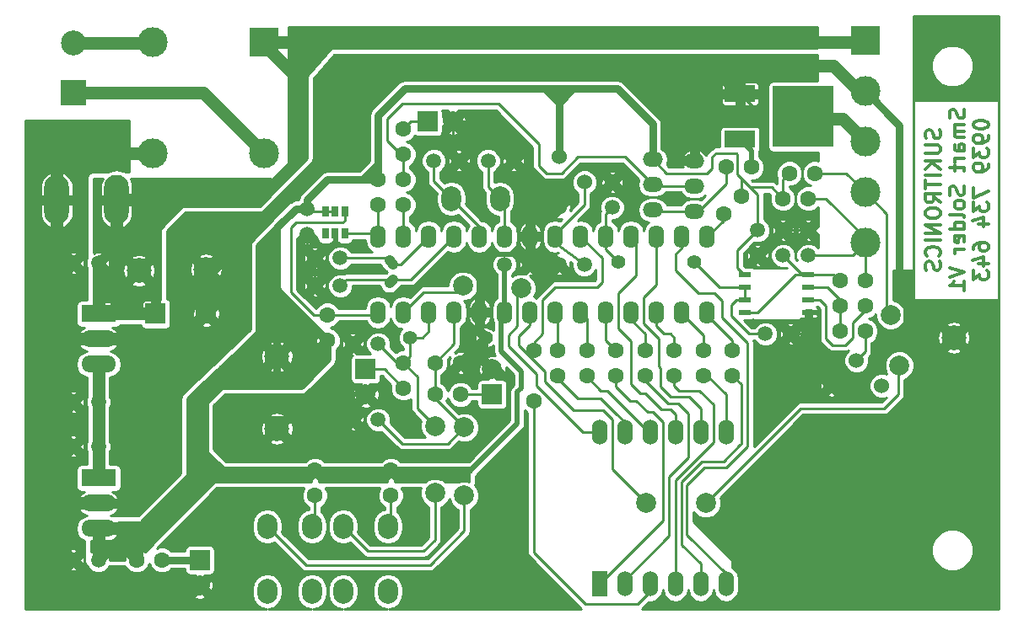
<source format=gbr>
G04 #@! TF.FileFunction,Copper,L2,Bot,Signal*
%FSLAX46Y46*%
G04 Gerber Fmt 4.6, Leading zero omitted, Abs format (unit mm)*
G04 Created by KiCad (PCBNEW 4.0.2-4+6225~38~ubuntu14.04.1-stable) date Thu 07 Apr 2016 11:17:55 PM ICT*
%MOMM*%
G01*
G04 APERTURE LIST*
%ADD10C,0.100000*%
%ADD11C,0.300000*%
%ADD12C,2.499360*%
%ADD13R,1.524000X2.540000*%
%ADD14O,1.524000X2.540000*%
%ADD15O,2.500000X5.000000*%
%ADD16C,1.524000*%
%ADD17C,3.000000*%
%ADD18R,3.000000X3.000000*%
%ADD19R,2.999740X2.999740*%
%ADD20C,2.999740*%
%ADD21O,1.998980X2.499360*%
%ADD22C,1.000760*%
%ADD23O,1.600000X2.300000*%
%ADD24R,0.650000X1.060000*%
%ADD25R,1.143000X0.508000*%
%ADD26R,3.048000X1.651000*%
%ADD27R,6.096000X6.096000*%
%ADD28R,2.500000X2.500000*%
%ADD29C,2.500000*%
%ADD30R,2.000000X2.000000*%
%ADD31C,2.000000*%
%ADD32C,1.501140*%
%ADD33C,1.397000*%
%ADD34O,3.500120X1.699260*%
%ADD35R,3.500120X1.699260*%
%ADD36C,2.032000*%
%ADD37R,2.032000X2.032000*%
%ADD38O,2.000000X2.500000*%
%ADD39O,2.000000X1.520000*%
%ADD40C,1.600000*%
%ADD41C,0.254000*%
%ADD42C,0.762000*%
%ADD43C,1.270000*%
%ADD44C,0.508000*%
G04 APERTURE END LIST*
D10*
D11*
X199883143Y-87071285D02*
X199954571Y-87285571D01*
X199954571Y-87642714D01*
X199883143Y-87785571D01*
X199811714Y-87857000D01*
X199668857Y-87928428D01*
X199526000Y-87928428D01*
X199383143Y-87857000D01*
X199311714Y-87785571D01*
X199240286Y-87642714D01*
X199168857Y-87357000D01*
X199097429Y-87214142D01*
X199026000Y-87142714D01*
X198883143Y-87071285D01*
X198740286Y-87071285D01*
X198597429Y-87142714D01*
X198526000Y-87214142D01*
X198454571Y-87357000D01*
X198454571Y-87714142D01*
X198526000Y-87928428D01*
X198454571Y-88571285D02*
X199668857Y-88571285D01*
X199811714Y-88642713D01*
X199883143Y-88714142D01*
X199954571Y-88856999D01*
X199954571Y-89142713D01*
X199883143Y-89285571D01*
X199811714Y-89356999D01*
X199668857Y-89428428D01*
X198454571Y-89428428D01*
X199954571Y-90142714D02*
X198454571Y-90142714D01*
X199954571Y-90999857D02*
X199097429Y-90357000D01*
X198454571Y-90999857D02*
X199311714Y-90142714D01*
X199954571Y-91642714D02*
X198454571Y-91642714D01*
X198454571Y-92142714D02*
X198454571Y-92999857D01*
X199954571Y-92571286D02*
X198454571Y-92571286D01*
X199954571Y-94357000D02*
X199240286Y-93857000D01*
X199954571Y-93499857D02*
X198454571Y-93499857D01*
X198454571Y-94071285D01*
X198526000Y-94214143D01*
X198597429Y-94285571D01*
X198740286Y-94357000D01*
X198954571Y-94357000D01*
X199097429Y-94285571D01*
X199168857Y-94214143D01*
X199240286Y-94071285D01*
X199240286Y-93499857D01*
X198454571Y-95285571D02*
X198454571Y-95571285D01*
X198526000Y-95714143D01*
X198668857Y-95857000D01*
X198954571Y-95928428D01*
X199454571Y-95928428D01*
X199740286Y-95857000D01*
X199883143Y-95714143D01*
X199954571Y-95571285D01*
X199954571Y-95285571D01*
X199883143Y-95142714D01*
X199740286Y-94999857D01*
X199454571Y-94928428D01*
X198954571Y-94928428D01*
X198668857Y-94999857D01*
X198526000Y-95142714D01*
X198454571Y-95285571D01*
X199954571Y-96571286D02*
X198454571Y-96571286D01*
X199954571Y-97428429D01*
X198454571Y-97428429D01*
X199954571Y-98142715D02*
X198454571Y-98142715D01*
X199811714Y-99714144D02*
X199883143Y-99642715D01*
X199954571Y-99428429D01*
X199954571Y-99285572D01*
X199883143Y-99071287D01*
X199740286Y-98928429D01*
X199597429Y-98857001D01*
X199311714Y-98785572D01*
X199097429Y-98785572D01*
X198811714Y-98857001D01*
X198668857Y-98928429D01*
X198526000Y-99071287D01*
X198454571Y-99285572D01*
X198454571Y-99428429D01*
X198526000Y-99642715D01*
X198597429Y-99714144D01*
X199883143Y-100285572D02*
X199954571Y-100499858D01*
X199954571Y-100857001D01*
X199883143Y-100999858D01*
X199811714Y-101071287D01*
X199668857Y-101142715D01*
X199526000Y-101142715D01*
X199383143Y-101071287D01*
X199311714Y-100999858D01*
X199240286Y-100857001D01*
X199168857Y-100571287D01*
X199097429Y-100428429D01*
X199026000Y-100357001D01*
X198883143Y-100285572D01*
X198740286Y-100285572D01*
X198597429Y-100357001D01*
X198526000Y-100428429D01*
X198454571Y-100571287D01*
X198454571Y-100928429D01*
X198526000Y-101142715D01*
X202283143Y-85035573D02*
X202354571Y-85249859D01*
X202354571Y-85607002D01*
X202283143Y-85749859D01*
X202211714Y-85821288D01*
X202068857Y-85892716D01*
X201926000Y-85892716D01*
X201783143Y-85821288D01*
X201711714Y-85749859D01*
X201640286Y-85607002D01*
X201568857Y-85321288D01*
X201497429Y-85178430D01*
X201426000Y-85107002D01*
X201283143Y-85035573D01*
X201140286Y-85035573D01*
X200997429Y-85107002D01*
X200926000Y-85178430D01*
X200854571Y-85321288D01*
X200854571Y-85678430D01*
X200926000Y-85892716D01*
X202354571Y-86535573D02*
X201354571Y-86535573D01*
X201497429Y-86535573D02*
X201426000Y-86607001D01*
X201354571Y-86749859D01*
X201354571Y-86964144D01*
X201426000Y-87107001D01*
X201568857Y-87178430D01*
X202354571Y-87178430D01*
X201568857Y-87178430D02*
X201426000Y-87249859D01*
X201354571Y-87392716D01*
X201354571Y-87607001D01*
X201426000Y-87749859D01*
X201568857Y-87821287D01*
X202354571Y-87821287D01*
X202354571Y-89178430D02*
X201568857Y-89178430D01*
X201426000Y-89107001D01*
X201354571Y-88964144D01*
X201354571Y-88678430D01*
X201426000Y-88535573D01*
X202283143Y-89178430D02*
X202354571Y-89035573D01*
X202354571Y-88678430D01*
X202283143Y-88535573D01*
X202140286Y-88464144D01*
X201997429Y-88464144D01*
X201854571Y-88535573D01*
X201783143Y-88678430D01*
X201783143Y-89035573D01*
X201711714Y-89178430D01*
X202354571Y-89892716D02*
X201354571Y-89892716D01*
X201640286Y-89892716D02*
X201497429Y-89964144D01*
X201426000Y-90035573D01*
X201354571Y-90178430D01*
X201354571Y-90321287D01*
X201354571Y-90607001D02*
X201354571Y-91178430D01*
X200854571Y-90821287D02*
X202140286Y-90821287D01*
X202283143Y-90892715D01*
X202354571Y-91035573D01*
X202354571Y-91178430D01*
X202283143Y-92749858D02*
X202354571Y-92964144D01*
X202354571Y-93321287D01*
X202283143Y-93464144D01*
X202211714Y-93535573D01*
X202068857Y-93607001D01*
X201926000Y-93607001D01*
X201783143Y-93535573D01*
X201711714Y-93464144D01*
X201640286Y-93321287D01*
X201568857Y-93035573D01*
X201497429Y-92892715D01*
X201426000Y-92821287D01*
X201283143Y-92749858D01*
X201140286Y-92749858D01*
X200997429Y-92821287D01*
X200926000Y-92892715D01*
X200854571Y-93035573D01*
X200854571Y-93392715D01*
X200926000Y-93607001D01*
X202354571Y-94464144D02*
X202283143Y-94321286D01*
X202211714Y-94249858D01*
X202068857Y-94178429D01*
X201640286Y-94178429D01*
X201497429Y-94249858D01*
X201426000Y-94321286D01*
X201354571Y-94464144D01*
X201354571Y-94678429D01*
X201426000Y-94821286D01*
X201497429Y-94892715D01*
X201640286Y-94964144D01*
X202068857Y-94964144D01*
X202211714Y-94892715D01*
X202283143Y-94821286D01*
X202354571Y-94678429D01*
X202354571Y-94464144D01*
X202354571Y-95821287D02*
X202283143Y-95678429D01*
X202140286Y-95607001D01*
X200854571Y-95607001D01*
X202354571Y-97035572D02*
X200854571Y-97035572D01*
X202283143Y-97035572D02*
X202354571Y-96892715D01*
X202354571Y-96607001D01*
X202283143Y-96464143D01*
X202211714Y-96392715D01*
X202068857Y-96321286D01*
X201640286Y-96321286D01*
X201497429Y-96392715D01*
X201426000Y-96464143D01*
X201354571Y-96607001D01*
X201354571Y-96892715D01*
X201426000Y-97035572D01*
X202283143Y-98321286D02*
X202354571Y-98178429D01*
X202354571Y-97892715D01*
X202283143Y-97749858D01*
X202140286Y-97678429D01*
X201568857Y-97678429D01*
X201426000Y-97749858D01*
X201354571Y-97892715D01*
X201354571Y-98178429D01*
X201426000Y-98321286D01*
X201568857Y-98392715D01*
X201711714Y-98392715D01*
X201854571Y-97678429D01*
X202354571Y-99035572D02*
X201354571Y-99035572D01*
X201640286Y-99035572D02*
X201497429Y-99107000D01*
X201426000Y-99178429D01*
X201354571Y-99321286D01*
X201354571Y-99464143D01*
X200854571Y-100892714D02*
X202354571Y-101392714D01*
X200854571Y-101892714D01*
X202354571Y-103178428D02*
X202354571Y-102321285D01*
X202354571Y-102749857D02*
X200854571Y-102749857D01*
X201068857Y-102607000D01*
X201211714Y-102464142D01*
X201283143Y-102321285D01*
X203254571Y-86464145D02*
X203254571Y-86607002D01*
X203326000Y-86749859D01*
X203397429Y-86821288D01*
X203540286Y-86892717D01*
X203826000Y-86964145D01*
X204183143Y-86964145D01*
X204468857Y-86892717D01*
X204611714Y-86821288D01*
X204683143Y-86749859D01*
X204754571Y-86607002D01*
X204754571Y-86464145D01*
X204683143Y-86321288D01*
X204611714Y-86249859D01*
X204468857Y-86178431D01*
X204183143Y-86107002D01*
X203826000Y-86107002D01*
X203540286Y-86178431D01*
X203397429Y-86249859D01*
X203326000Y-86321288D01*
X203254571Y-86464145D01*
X204754571Y-87678430D02*
X204754571Y-87964145D01*
X204683143Y-88107002D01*
X204611714Y-88178430D01*
X204397429Y-88321288D01*
X204111714Y-88392716D01*
X203540286Y-88392716D01*
X203397429Y-88321288D01*
X203326000Y-88249859D01*
X203254571Y-88107002D01*
X203254571Y-87821288D01*
X203326000Y-87678430D01*
X203397429Y-87607002D01*
X203540286Y-87535573D01*
X203897429Y-87535573D01*
X204040286Y-87607002D01*
X204111714Y-87678430D01*
X204183143Y-87821288D01*
X204183143Y-88107002D01*
X204111714Y-88249859D01*
X204040286Y-88321288D01*
X203897429Y-88392716D01*
X203254571Y-88892716D02*
X203254571Y-89821287D01*
X203826000Y-89321287D01*
X203826000Y-89535573D01*
X203897429Y-89678430D01*
X203968857Y-89749859D01*
X204111714Y-89821287D01*
X204468857Y-89821287D01*
X204611714Y-89749859D01*
X204683143Y-89678430D01*
X204754571Y-89535573D01*
X204754571Y-89107001D01*
X204683143Y-88964144D01*
X204611714Y-88892716D01*
X204754571Y-90535572D02*
X204754571Y-90821287D01*
X204683143Y-90964144D01*
X204611714Y-91035572D01*
X204397429Y-91178430D01*
X204111714Y-91249858D01*
X203540286Y-91249858D01*
X203397429Y-91178430D01*
X203326000Y-91107001D01*
X203254571Y-90964144D01*
X203254571Y-90678430D01*
X203326000Y-90535572D01*
X203397429Y-90464144D01*
X203540286Y-90392715D01*
X203897429Y-90392715D01*
X204040286Y-90464144D01*
X204111714Y-90535572D01*
X204183143Y-90678430D01*
X204183143Y-90964144D01*
X204111714Y-91107001D01*
X204040286Y-91178430D01*
X203897429Y-91249858D01*
X203254571Y-92892715D02*
X203254571Y-93892715D01*
X204754571Y-93249858D01*
X203254571Y-94321286D02*
X203254571Y-95249857D01*
X203826000Y-94749857D01*
X203826000Y-94964143D01*
X203897429Y-95107000D01*
X203968857Y-95178429D01*
X204111714Y-95249857D01*
X204468857Y-95249857D01*
X204611714Y-95178429D01*
X204683143Y-95107000D01*
X204754571Y-94964143D01*
X204754571Y-94535571D01*
X204683143Y-94392714D01*
X204611714Y-94321286D01*
X203754571Y-96535571D02*
X204754571Y-96535571D01*
X203183143Y-96178428D02*
X204254571Y-95821285D01*
X204254571Y-96749857D01*
X203254571Y-99106999D02*
X203254571Y-98821285D01*
X203326000Y-98678428D01*
X203397429Y-98606999D01*
X203611714Y-98464142D01*
X203897429Y-98392713D01*
X204468857Y-98392713D01*
X204611714Y-98464142D01*
X204683143Y-98535570D01*
X204754571Y-98678428D01*
X204754571Y-98964142D01*
X204683143Y-99106999D01*
X204611714Y-99178428D01*
X204468857Y-99249856D01*
X204111714Y-99249856D01*
X203968857Y-99178428D01*
X203897429Y-99106999D01*
X203826000Y-98964142D01*
X203826000Y-98678428D01*
X203897429Y-98535570D01*
X203968857Y-98464142D01*
X204111714Y-98392713D01*
X203754571Y-100535570D02*
X204754571Y-100535570D01*
X203183143Y-100178427D02*
X204254571Y-99821284D01*
X204254571Y-100749856D01*
X203254571Y-101178427D02*
X203254571Y-102106998D01*
X203826000Y-101606998D01*
X203826000Y-101821284D01*
X203897429Y-101964141D01*
X203968857Y-102035570D01*
X204111714Y-102106998D01*
X204468857Y-102106998D01*
X204611714Y-102035570D01*
X204683143Y-101964141D01*
X204754571Y-101821284D01*
X204754571Y-101392712D01*
X204683143Y-101249855D01*
X204611714Y-101178427D01*
D12*
X126238000Y-101092000D03*
X119507000Y-101219000D03*
X133350000Y-117094000D03*
D13*
X165735000Y-132715000D03*
D14*
X168275000Y-132715000D03*
X170815000Y-132715000D03*
X173355000Y-132715000D03*
X175895000Y-132715000D03*
X178435000Y-132715000D03*
X173355000Y-117475000D03*
X175895000Y-117475000D03*
X165735000Y-117475000D03*
X168275000Y-117475000D03*
X178435000Y-117475000D03*
X170815000Y-117475000D03*
D15*
X111246920Y-94107000D03*
X117248940Y-94107000D03*
D16*
X191516000Y-110236000D03*
X194056000Y-112776000D03*
X188976000Y-112776000D03*
X164211000Y-92329000D03*
X161671000Y-94869000D03*
X161671000Y-89789000D03*
D17*
X120904000Y-78232000D03*
X120904000Y-89408000D03*
X132080000Y-89408000D03*
D18*
X132080000Y-78232000D03*
D19*
X192405000Y-78105000D03*
D20*
X192405000Y-83185000D03*
X192405000Y-88265000D03*
X192405000Y-93345000D03*
X192405000Y-98425000D03*
D21*
X150848060Y-93980000D03*
X155729940Y-93980000D03*
D22*
X144645155Y-102484145D02*
X144998977Y-102130323D01*
X144998977Y-100561677D02*
X144645155Y-100207855D01*
D23*
X176530000Y-97790000D03*
X173990000Y-97790000D03*
X171450000Y-97790000D03*
X168910000Y-97790000D03*
X166370000Y-97790000D03*
X163830000Y-97790000D03*
X161290000Y-97790000D03*
X158750000Y-97790000D03*
X156210000Y-97790000D03*
X153670000Y-97790000D03*
X151130000Y-97790000D03*
X148590000Y-97790000D03*
X146050000Y-97790000D03*
X143510000Y-97790000D03*
X143510000Y-105410000D03*
X146050000Y-105410000D03*
X148590000Y-105410000D03*
X151130000Y-105410000D03*
X153670000Y-105410000D03*
X156210000Y-105410000D03*
X158750000Y-105410000D03*
X161290000Y-105410000D03*
X163830000Y-105410000D03*
X166370000Y-105410000D03*
X168910000Y-105410000D03*
X171450000Y-105410000D03*
X173990000Y-105410000D03*
X176530000Y-105410000D03*
D24*
X140142000Y-97493000D03*
X139192000Y-97493000D03*
X138242000Y-97493000D03*
X138242000Y-95293000D03*
X140142000Y-95293000D03*
X139192000Y-95293000D03*
D25*
X180340000Y-101600000D03*
X180340000Y-102870000D03*
X180340000Y-104140000D03*
X180340000Y-105410000D03*
X186690000Y-105410000D03*
X186690000Y-104140000D03*
X186690000Y-102870000D03*
X186690000Y-101600000D03*
D26*
X179832000Y-88011000D03*
D27*
X186182000Y-85725000D03*
D26*
X179832000Y-83439000D03*
D28*
X112903000Y-83312000D03*
D29*
X112903000Y-78312000D03*
D30*
X142240000Y-111125000D03*
D31*
X142240000Y-113665000D03*
D30*
X154940000Y-113665000D03*
D31*
X154940000Y-111125000D03*
D30*
X148463000Y-86233000D03*
D31*
X151003000Y-86233000D03*
D30*
X125603000Y-130302000D03*
D31*
X125603000Y-132842000D03*
D32*
X136398000Y-97536000D03*
X136398000Y-94996000D03*
X140970000Y-116205000D03*
X143510000Y-116205000D03*
X140970000Y-108585000D03*
X143510000Y-108585000D03*
X158750000Y-100584000D03*
X156210000Y-100584000D03*
X151638000Y-90170000D03*
X149098000Y-90170000D03*
X157099000Y-90170000D03*
X154559000Y-90170000D03*
X139700000Y-99949000D03*
X137160000Y-99949000D03*
X115443000Y-130302000D03*
X112903000Y-130302000D03*
X139700000Y-102743000D03*
X137160000Y-102743000D03*
X167005000Y-92329000D03*
X167005000Y-94869000D03*
X115443000Y-118872000D03*
X112903000Y-118872000D03*
X164211000Y-100584000D03*
X161671000Y-100584000D03*
X115443000Y-114427000D03*
X112903000Y-114427000D03*
X182372000Y-107569000D03*
X184912000Y-107569000D03*
X115443000Y-100457000D03*
X112903000Y-100457000D03*
X181610000Y-99695000D03*
X184150000Y-99695000D03*
X181610000Y-97155000D03*
X184150000Y-97155000D03*
X186690000Y-99695000D03*
X186690000Y-97155000D03*
D33*
X175260000Y-100330000D03*
X167640000Y-100330000D03*
D34*
X115443000Y-108077000D03*
X115443000Y-110617000D03*
D35*
X115443000Y-105537000D03*
D34*
X115443000Y-124587000D03*
X115443000Y-127127000D03*
D35*
X115443000Y-122047000D03*
D36*
X126238000Y-105537000D03*
D37*
X121158000Y-105537000D03*
D38*
X136870440Y-133426200D03*
X132369560Y-126923800D03*
X132369560Y-133426200D03*
X136870440Y-126923800D03*
X139989560Y-126923800D03*
X144490440Y-133426200D03*
X144490440Y-126923800D03*
X139989560Y-133426200D03*
D33*
X146685000Y-107950000D03*
X154305000Y-107950000D03*
D39*
X175260000Y-92710000D03*
X175260000Y-90170000D03*
X175260000Y-95250000D03*
X171069000Y-92583000D03*
X171069000Y-90043000D03*
X171069000Y-95123000D03*
D40*
X138430000Y-105664000D03*
X138430000Y-108204000D03*
X187325000Y-91440000D03*
X184785000Y-91440000D03*
X149225000Y-110490000D03*
X151765000Y-110490000D03*
X146050000Y-110490000D03*
X146050000Y-113030000D03*
X149225000Y-113665000D03*
X151765000Y-113665000D03*
X144780000Y-121285000D03*
X144780000Y-123825000D03*
X137160000Y-121285000D03*
X137160000Y-123825000D03*
X161544000Y-109220000D03*
X161544000Y-111760000D03*
X164465000Y-109220000D03*
X164465000Y-111760000D03*
X167386000Y-109220000D03*
X167386000Y-111760000D03*
X170307000Y-109220000D03*
X170307000Y-111760000D03*
X173228000Y-109220000D03*
X173228000Y-111760000D03*
X176149000Y-109220000D03*
X176149000Y-111760000D03*
X179070000Y-109220000D03*
X179070000Y-111760000D03*
X180975000Y-90805000D03*
X178435000Y-90805000D03*
X146050000Y-94615000D03*
X146050000Y-92075000D03*
X179968026Y-93716974D03*
X178171974Y-95513026D03*
X143510000Y-92075000D03*
X143510000Y-94615000D03*
X119253000Y-130302000D03*
X121793000Y-130302000D03*
X189865000Y-104775000D03*
X189865000Y-102235000D03*
X192405000Y-107315000D03*
X189865000Y-107315000D03*
X192405000Y-102235000D03*
X192405000Y-104775000D03*
X184150000Y-93980000D03*
X186690000Y-93980000D03*
X146050000Y-89535000D03*
X146050000Y-86995000D03*
X159131000Y-114300000D03*
X159131000Y-109220000D03*
D12*
X201295000Y-107950000D03*
X133350000Y-109855000D03*
D31*
X128143000Y-115951000D03*
X120269000Y-115824000D03*
X154178000Y-80645000D03*
X154178000Y-86360000D03*
X149225000Y-116840000D03*
X149225000Y-123571000D03*
X152146000Y-116967000D03*
X152146000Y-123825000D03*
X152019000Y-102743000D03*
X157861000Y-102997000D03*
X170434000Y-124587000D03*
X176403000Y-124587000D03*
X195834000Y-110744000D03*
X194945000Y-105664000D03*
D41*
X192405000Y-98425000D02*
X192405000Y-97917000D01*
X192405000Y-97917000D02*
X188468000Y-93980000D01*
X188468000Y-93980000D02*
X186690000Y-93980000D01*
X192405000Y-102235000D02*
X192405000Y-98425000D01*
X192405000Y-98425000D02*
X191135000Y-99695000D01*
X191135000Y-99695000D02*
X186690000Y-99695000D01*
D42*
X119253000Y-108077000D02*
X119253000Y-115062000D01*
X128397000Y-116205000D02*
X140970000Y-116205000D01*
X128143000Y-115951000D02*
X128397000Y-116205000D01*
X120015000Y-115824000D02*
X120269000Y-115824000D01*
X119253000Y-115062000D02*
X120015000Y-115824000D01*
D43*
X136652000Y-91313000D02*
X140208000Y-87757000D01*
X126238000Y-101727000D02*
X136652000Y-91313000D01*
X126238000Y-105537000D02*
X126238000Y-101727000D01*
X144272000Y-80645000D02*
X154178000Y-80645000D01*
X140208000Y-84709000D02*
X144272000Y-80645000D01*
X140208000Y-87757000D02*
X140208000Y-84709000D01*
X111246920Y-94107000D02*
X111246920Y-90683080D01*
X111246920Y-90683080D02*
X112522000Y-89408000D01*
X112522000Y-89408000D02*
X120904000Y-89408000D01*
X111246920Y-93858080D02*
X111246920Y-94107000D01*
X115443000Y-108077000D02*
X119253000Y-108077000D01*
X119253000Y-108077000D02*
X123698000Y-108077000D01*
X123698000Y-108077000D02*
X126238000Y-105537000D01*
X115443000Y-124587000D02*
X111246920Y-124587000D01*
X111506000Y-124460000D02*
X111246920Y-124460000D01*
X111373920Y-124460000D02*
X111506000Y-124460000D01*
X111246920Y-124587000D02*
X111373920Y-124460000D01*
X115443000Y-108077000D02*
X111379000Y-108077000D01*
X111379000Y-108077000D02*
X111246920Y-108209080D01*
X112903000Y-130302000D02*
X111246920Y-130302000D01*
X111633000Y-130429000D02*
X111246920Y-130429000D01*
X111373920Y-130429000D02*
X111633000Y-130429000D01*
X111246920Y-130302000D02*
X111373920Y-130429000D01*
X112903000Y-118872000D02*
X111246920Y-118872000D01*
X111246920Y-118872000D02*
X111379000Y-118872000D01*
X111379000Y-118872000D02*
X111246920Y-118872000D01*
X112903000Y-114427000D02*
X111246920Y-114427000D01*
X111379000Y-114173000D02*
X111246920Y-114173000D01*
X111379000Y-114294920D02*
X111379000Y-114173000D01*
X111246920Y-114427000D02*
X111379000Y-114294920D01*
X112903000Y-100457000D02*
X111246920Y-100457000D01*
X111246920Y-100457000D02*
X111252000Y-100457000D01*
X111252000Y-100457000D02*
X111246920Y-100457000D01*
X111246920Y-94107000D02*
X111246920Y-100457000D01*
X111246920Y-100457000D02*
X111246920Y-108209080D01*
X111246920Y-108209080D02*
X111246920Y-114173000D01*
X111246920Y-114173000D02*
X111246920Y-118872000D01*
X111246920Y-118872000D02*
X111246920Y-124460000D01*
X111246920Y-124460000D02*
X111246920Y-130429000D01*
X111246920Y-130429000D02*
X111246920Y-131439920D01*
X111246920Y-131439920D02*
X112649000Y-132842000D01*
X112649000Y-132842000D02*
X125603000Y-132842000D01*
D42*
X195834000Y-86614000D02*
X192405000Y-83185000D01*
X195834000Y-103632000D02*
X195834000Y-86614000D01*
X196596000Y-104394000D02*
X195834000Y-103632000D01*
X196596000Y-107061000D02*
X196596000Y-104394000D01*
X194056000Y-109601000D02*
X196596000Y-107061000D01*
X194056000Y-110236000D02*
X194056000Y-109601000D01*
D44*
X154178000Y-86360000D02*
X151130000Y-86360000D01*
X151130000Y-86360000D02*
X151003000Y-86233000D01*
X157099000Y-90170000D02*
X157099000Y-89281000D01*
X154178000Y-80645000D02*
X153797000Y-80645000D01*
D43*
X153797000Y-80645000D02*
X167513000Y-80645000D01*
D44*
X157099000Y-89281000D02*
X154178000Y-86360000D01*
X157099000Y-90170000D02*
X157099000Y-90297000D01*
X157099000Y-90297000D02*
X161671000Y-94869000D01*
X158750000Y-97790000D02*
X158750000Y-96139000D01*
X158750000Y-96139000D02*
X160020000Y-94869000D01*
D41*
X136398000Y-97536000D02*
X136398000Y-99187000D01*
X136398000Y-99187000D02*
X137160000Y-99949000D01*
X137160000Y-102743000D02*
X138684000Y-104267000D01*
X153543000Y-100711000D02*
X153670000Y-100838000D01*
X149479000Y-100711000D02*
X153543000Y-100711000D01*
X146685000Y-103505000D02*
X149479000Y-100711000D01*
X142367000Y-103505000D02*
X146685000Y-103505000D01*
X141605000Y-104267000D02*
X142367000Y-103505000D01*
X138684000Y-104267000D02*
X141605000Y-104267000D01*
X137160000Y-99949000D02*
X138303000Y-98806000D01*
X139192000Y-98552000D02*
X139192000Y-97493000D01*
X138938000Y-98806000D02*
X139192000Y-98552000D01*
X138303000Y-98806000D02*
X138938000Y-98806000D01*
X137160000Y-102743000D02*
X137160000Y-99949000D01*
X185420000Y-97155000D02*
X185420000Y-93218000D01*
X182118000Y-85725000D02*
X179832000Y-83439000D01*
X182118000Y-88900000D02*
X182118000Y-85725000D01*
X183134000Y-89916000D02*
X182118000Y-88900000D01*
X185420000Y-89916000D02*
X183134000Y-89916000D01*
X186055000Y-90551000D02*
X185420000Y-89916000D01*
X186055000Y-92583000D02*
X186055000Y-90551000D01*
X185420000Y-93218000D02*
X186055000Y-92583000D01*
X184150000Y-97155000D02*
X185420000Y-97155000D01*
X185420000Y-97155000D02*
X186690000Y-97155000D01*
X181610000Y-99695000D02*
X184150000Y-97155000D01*
X184912000Y-107569000D02*
X185928000Y-107569000D01*
X151003000Y-86233000D02*
X151003000Y-89535000D01*
X151003000Y-89535000D02*
X151638000Y-90170000D01*
D44*
X165608000Y-90932000D02*
X167005000Y-92329000D01*
D42*
X175260000Y-90170000D02*
X175260000Y-88392000D01*
X173736000Y-86868000D02*
X167513000Y-80645000D01*
X175260000Y-88392000D02*
X173736000Y-86868000D01*
D44*
X186690000Y-108331000D02*
X186690000Y-105410000D01*
X154940000Y-111125000D02*
X155575000Y-111125000D01*
X144272000Y-119507000D02*
X140970000Y-116205000D01*
X155575000Y-111125000D02*
X156591000Y-112141000D01*
X156591000Y-112141000D02*
X156591000Y-115697000D01*
X156591000Y-115697000D02*
X152781000Y-119507000D01*
X152781000Y-119507000D02*
X144272000Y-119507000D01*
D43*
X192405000Y-83185000D02*
X191770000Y-83185000D01*
X191770000Y-83185000D02*
X189230000Y-80645000D01*
X189230000Y-80645000D02*
X177038000Y-80645000D01*
D44*
X161671000Y-100584000D02*
X158750000Y-100584000D01*
X158750000Y-97790000D02*
X158750000Y-100584000D01*
X153670000Y-105410000D02*
X153670000Y-100838000D01*
X158750000Y-99568000D02*
X158750000Y-99441000D01*
X153670000Y-100838000D02*
X154940000Y-99568000D01*
X154940000Y-99568000D02*
X158750000Y-99568000D01*
X140970000Y-116205000D02*
X140970000Y-113792000D01*
X140970000Y-113792000D02*
X140843000Y-113665000D01*
X140970000Y-108585000D02*
X140970000Y-109220000D01*
X140970000Y-109220000D02*
X139954000Y-110236000D01*
X139954000Y-110236000D02*
X139954000Y-112776000D01*
X139954000Y-112776000D02*
X140843000Y-113665000D01*
X140843000Y-113665000D02*
X142240000Y-113665000D01*
X151765000Y-110490000D02*
X154305000Y-110490000D01*
X154305000Y-110490000D02*
X154940000Y-111125000D01*
X154305000Y-107950000D02*
X154305000Y-110490000D01*
X154305000Y-110490000D02*
X154940000Y-111125000D01*
X153670000Y-105410000D02*
X153670000Y-107315000D01*
X153670000Y-107315000D02*
X154305000Y-107950000D01*
D43*
X177038000Y-80645000D02*
X179832000Y-83439000D01*
X167513000Y-80645000D02*
X177038000Y-80645000D01*
D41*
X158750000Y-100584000D02*
X158750000Y-99441000D01*
X158750000Y-99441000D02*
X158750000Y-97790000D01*
D42*
X191516000Y-112776000D02*
X194056000Y-110236000D01*
X188976000Y-110617000D02*
X186690000Y-108331000D01*
D41*
X185928000Y-107569000D02*
X186690000Y-108331000D01*
D44*
X163703000Y-90932000D02*
X165608000Y-90932000D01*
X161671000Y-92964000D02*
X163703000Y-90932000D01*
D42*
X188976000Y-112776000D02*
X191516000Y-112776000D01*
X188976000Y-112776000D02*
X188976000Y-110617000D01*
D44*
X160020000Y-94869000D02*
X161671000Y-94869000D01*
X161671000Y-94869000D02*
X161671000Y-92964000D01*
D42*
X141986000Y-92075000D02*
X143510000Y-90551000D01*
X143510000Y-90551000D02*
X143510000Y-90424000D01*
X127889000Y-121285000D02*
X125984000Y-119380000D01*
X125984000Y-119380000D02*
X125730000Y-119380000D01*
X127000000Y-121285000D02*
X125857000Y-120142000D01*
X161290000Y-82931000D02*
X161607500Y-83248500D01*
X161607500Y-83248500D02*
X161607500Y-83883500D01*
X161607500Y-83883500D02*
X162052000Y-83439000D01*
X162052000Y-82931000D02*
X161798000Y-82931000D01*
X162052000Y-83439000D02*
X162052000Y-82931000D01*
X161798000Y-84074000D02*
X161607500Y-83883500D01*
X161861500Y-84137500D02*
X161798000Y-84074000D01*
X161798000Y-84074000D02*
X161798000Y-84074000D01*
X161798000Y-82931000D02*
X161798000Y-82931000D01*
X161671000Y-84328000D02*
X161861500Y-84137500D01*
X161861500Y-84137500D02*
X163068000Y-82931000D01*
X163068000Y-82931000D02*
X163195000Y-82931000D01*
X161671000Y-84328000D02*
X160274000Y-82931000D01*
X137160000Y-121285000D02*
X127889000Y-121285000D01*
X127889000Y-121285000D02*
X127000000Y-121285000D01*
X127000000Y-121285000D02*
X124587000Y-121285000D01*
X135255000Y-94996000D02*
X133350000Y-96901000D01*
X136398000Y-94996000D02*
X135255000Y-94996000D01*
X132715000Y-112649000D02*
X132715000Y-112776000D01*
X132588000Y-112776000D02*
X132715000Y-112649000D01*
X133350000Y-112014000D02*
X132588000Y-112776000D01*
X133350000Y-96901000D02*
X133350000Y-112014000D01*
X119253000Y-127254000D02*
X119761000Y-127254000D01*
X124587000Y-122428000D02*
X124587000Y-121285000D01*
X119761000Y-127254000D02*
X124587000Y-122428000D01*
X124587000Y-121285000D02*
X124587000Y-114173000D01*
X125984000Y-112776000D02*
X132715000Y-112776000D01*
X124587000Y-114173000D02*
X125984000Y-112776000D01*
X138430000Y-110109000D02*
X138430000Y-108204000D01*
X132715000Y-112776000D02*
X135763000Y-112776000D01*
X135763000Y-112776000D02*
X138430000Y-110109000D01*
X161671000Y-89789000D02*
X161671000Y-84328000D01*
X143510000Y-92075000D02*
X143510000Y-90424000D01*
X143510000Y-90424000D02*
X143510000Y-85598000D01*
X158369000Y-82931000D02*
X160274000Y-82931000D01*
X143510000Y-85598000D02*
X146177000Y-82931000D01*
X146177000Y-82931000D02*
X158369000Y-82931000D01*
X136398000Y-94996000D02*
X136525000Y-94996000D01*
X136525000Y-94996000D02*
X136398000Y-94869000D01*
X136398000Y-94869000D02*
X136398000Y-94107000D01*
X136398000Y-94107000D02*
X138430000Y-92075000D01*
X138430000Y-92075000D02*
X141986000Y-92075000D01*
X141986000Y-92075000D02*
X143510000Y-92075000D01*
D44*
X119443500Y-127063500D02*
X119253000Y-127254000D01*
D43*
X119253000Y-130302000D02*
X119253000Y-127254000D01*
X119126000Y-127127000D02*
X115443000Y-127127000D01*
X119253000Y-127254000D02*
X119126000Y-127127000D01*
X115443000Y-127127000D02*
X115443000Y-130302000D01*
D44*
X157480000Y-116586000D02*
X152781000Y-121285000D01*
D42*
X137160000Y-121285000D02*
X152654000Y-121285000D01*
D44*
X155829000Y-109347000D02*
X157861000Y-111379000D01*
X157861000Y-111379000D02*
X157861000Y-113030000D01*
X157861000Y-113030000D02*
X157480000Y-113411000D01*
X157480000Y-113411000D02*
X157480000Y-116586000D01*
X155829000Y-109347000D02*
X155829000Y-105791000D01*
X152781000Y-121285000D02*
X152654000Y-121285000D01*
X156210000Y-105410000D02*
X155829000Y-105791000D01*
D41*
X144780000Y-121285000D02*
X137160000Y-121285000D01*
X138242000Y-95293000D02*
X136695000Y-95293000D01*
X136695000Y-95293000D02*
X136398000Y-94996000D01*
X139192000Y-95293000D02*
X138242000Y-95293000D01*
X180340000Y-101600000D02*
X180213000Y-101600000D01*
X180213000Y-101600000D02*
X179578000Y-100965000D01*
X179578000Y-100965000D02*
X179578000Y-99187000D01*
X179578000Y-99187000D02*
X181610000Y-97155000D01*
X179968026Y-93716974D02*
X179968026Y-91957026D01*
X179968026Y-91957026D02*
X179578000Y-91567000D01*
X176530000Y-91440000D02*
X177038000Y-90932000D01*
X176403000Y-91440000D02*
X176530000Y-91440000D01*
X172466000Y-91440000D02*
X176403000Y-91440000D01*
X171069000Y-90043000D02*
X172466000Y-91440000D01*
X179578000Y-91567000D02*
X180848000Y-92837000D01*
X179578000Y-89535000D02*
X179578000Y-91567000D01*
X179451000Y-89408000D02*
X179578000Y-89535000D01*
X177419000Y-89408000D02*
X179451000Y-89408000D01*
X177038000Y-89789000D02*
X177419000Y-89408000D01*
X177038000Y-90932000D02*
X177038000Y-89789000D01*
D42*
X171069000Y-90043000D02*
X171069000Y-86487000D01*
X171069000Y-86487000D02*
X167513000Y-82931000D01*
X167513000Y-82931000D02*
X163195000Y-82931000D01*
X160274000Y-82931000D02*
X161290000Y-82931000D01*
X161290000Y-82931000D02*
X161798000Y-82931000D01*
X161798000Y-82931000D02*
X162687000Y-82931000D01*
X163195000Y-82931000D02*
X162687000Y-82931000D01*
D41*
X181610000Y-97155000D02*
X181610000Y-93599000D01*
X181610000Y-93599000D02*
X180848000Y-92837000D01*
X184150000Y-93980000D02*
X183007000Y-92837000D01*
X183007000Y-92837000D02*
X180848000Y-92837000D01*
X184785000Y-91440000D02*
X184150000Y-92075000D01*
X184150000Y-92075000D02*
X184150000Y-93980000D01*
D44*
X156210000Y-105410000D02*
X156210000Y-100584000D01*
D41*
X180340000Y-105410000D02*
X181610000Y-105410000D01*
X185420000Y-101600000D02*
X186690000Y-101600000D01*
X181610000Y-105410000D02*
X185420000Y-101600000D01*
X189865000Y-102235000D02*
X189230000Y-101600000D01*
X189230000Y-101600000D02*
X186690000Y-101600000D01*
X184150000Y-99695000D02*
X186055000Y-101600000D01*
X186055000Y-101600000D02*
X186690000Y-101600000D01*
D43*
X192278000Y-78232000D02*
X192405000Y-78105000D01*
X132080000Y-78232000D02*
X192278000Y-78232000D01*
X117248940Y-94107000D02*
X131572000Y-94107000D01*
X131572000Y-94107000D02*
X135890000Y-89789000D01*
X135890000Y-89789000D02*
X135890000Y-82296000D01*
X135890000Y-82296000D02*
X132080000Y-78486000D01*
X132080000Y-78486000D02*
X132080000Y-78232000D01*
X117248940Y-94107000D02*
X117248940Y-105537000D01*
X117221000Y-105283000D02*
X117221000Y-105537000D01*
X117221000Y-105509060D02*
X117221000Y-105283000D01*
X117248940Y-105537000D02*
X117221000Y-105509060D01*
X121158000Y-105537000D02*
X118237000Y-105537000D01*
X118237000Y-105537000D02*
X117221000Y-105537000D01*
X117221000Y-105537000D02*
X115443000Y-105537000D01*
X115443000Y-100457000D02*
X115443000Y-105537000D01*
D41*
X180721000Y-107569000D02*
X178943000Y-105791000D01*
X182372000Y-107569000D02*
X180721000Y-107569000D01*
X179451000Y-104140000D02*
X180340000Y-104140000D01*
X178943000Y-104648000D02*
X179451000Y-104140000D01*
X178943000Y-105791000D02*
X178943000Y-104648000D01*
X175260000Y-100330000D02*
X177800000Y-102870000D01*
X177800000Y-102870000D02*
X178689000Y-102870000D01*
X178689000Y-102870000D02*
X179070000Y-102870000D01*
X179070000Y-102870000D02*
X180340000Y-102870000D01*
X180340000Y-104140000D02*
X180340000Y-102870000D01*
D43*
X115443000Y-118872000D02*
X115443000Y-122047000D01*
X115443000Y-114427000D02*
X115443000Y-118872000D01*
X115443000Y-110617000D02*
X115443000Y-114427000D01*
D41*
X161290000Y-97790000D02*
X161290000Y-97536000D01*
X161290000Y-97536000D02*
X164211000Y-94615000D01*
X164211000Y-94615000D02*
X164211000Y-92329000D01*
X161290000Y-97790000D02*
X161290000Y-98425000D01*
X161290000Y-98425000D02*
X164211000Y-100584000D01*
X139700000Y-102743000D02*
X140347700Y-102095300D01*
X140347700Y-102095300D02*
X145034000Y-102095300D01*
X145034000Y-102095300D02*
X146824700Y-102095300D01*
X146824700Y-102095300D02*
X151130000Y-97790000D01*
X139700000Y-99949000D02*
X144386300Y-99949000D01*
X144386300Y-99949000D02*
X145034000Y-100596700D01*
X148590000Y-97790000D02*
X145783300Y-100596700D01*
X145783300Y-100596700D02*
X145034000Y-100596700D01*
X178171974Y-95513026D02*
X178171974Y-96148026D01*
X178171974Y-96148026D02*
X176530000Y-97790000D01*
X156210000Y-97790000D02*
X156210000Y-94460060D01*
X156210000Y-94460060D02*
X155729940Y-93980000D01*
X154559000Y-90170000D02*
X154559000Y-92809060D01*
X154559000Y-92809060D02*
X155729940Y-93980000D01*
X153670000Y-97790000D02*
X153670000Y-96801940D01*
X153670000Y-96801940D02*
X150848060Y-93980000D01*
X149098000Y-90170000D02*
X149098000Y-92229940D01*
X149098000Y-92229940D02*
X150848060Y-93980000D01*
X139989560Y-126923800D02*
X142478760Y-129413000D01*
X147447000Y-111887000D02*
X146050000Y-110490000D01*
X147447000Y-115062000D02*
X147447000Y-111887000D01*
X149225000Y-116840000D02*
X147447000Y-115062000D01*
X149225000Y-128270000D02*
X149225000Y-123571000D01*
X148082000Y-129413000D02*
X149225000Y-128270000D01*
X142478760Y-129413000D02*
X148082000Y-129413000D01*
X143510000Y-108585000D02*
X145415000Y-110490000D01*
X145415000Y-110490000D02*
X146050000Y-110490000D01*
X146050000Y-110490000D02*
X146685000Y-109855000D01*
X146685000Y-109855000D02*
X146685000Y-107950000D01*
X148590000Y-105410000D02*
X148590000Y-107315000D01*
X147955000Y-107950000D02*
X146685000Y-107950000D01*
X148590000Y-107315000D02*
X147955000Y-107950000D01*
X143510000Y-116205000D02*
X145923000Y-118618000D01*
X150495000Y-118618000D02*
X152146000Y-116967000D01*
X145923000Y-118618000D02*
X150495000Y-118618000D01*
X132369560Y-126923800D02*
X136255760Y-130810000D01*
X152146000Y-116967000D02*
X149225000Y-114046000D01*
X152146000Y-127381000D02*
X152146000Y-123825000D01*
X148717000Y-130810000D02*
X152146000Y-127381000D01*
X136255760Y-130810000D02*
X148717000Y-130810000D01*
X149225000Y-114046000D02*
X149225000Y-113665000D01*
X151130000Y-105410000D02*
X151130000Y-108585000D01*
X151130000Y-108585000D02*
X149225000Y-110490000D01*
X149225000Y-110490000D02*
X149225000Y-113665000D01*
D43*
X112903000Y-78312000D02*
X120824000Y-78312000D01*
X120824000Y-78312000D02*
X120904000Y-78232000D01*
X112903000Y-83312000D02*
X125984000Y-83312000D01*
X125984000Y-83312000D02*
X132080000Y-89408000D01*
D42*
X121793000Y-130302000D02*
X125603000Y-130302000D01*
D41*
X148463000Y-86233000D02*
X146812000Y-86233000D01*
X146812000Y-86233000D02*
X146050000Y-86995000D01*
X154940000Y-113665000D02*
X151765000Y-113665000D01*
X146050000Y-113030000D02*
X144145000Y-111125000D01*
X144145000Y-111125000D02*
X142240000Y-111125000D01*
X161544000Y-111760000D02*
X161544000Y-112014000D01*
X161544000Y-112014000D02*
X163576000Y-114046000D01*
X168275000Y-117475000D02*
X168275000Y-116459000D01*
X165862000Y-114046000D02*
X163576000Y-114046000D01*
X167386000Y-115570000D02*
X165862000Y-114046000D01*
X167386000Y-115570000D02*
X167386000Y-115570000D01*
X168275000Y-116459000D02*
X167386000Y-115570000D01*
X176149000Y-111760000D02*
X176530000Y-111760000D01*
X176530000Y-111760000D02*
X178435000Y-113665000D01*
X178435000Y-117475000D02*
X178435000Y-113665000D01*
X173228000Y-111760000D02*
X173228000Y-112776000D01*
X173228000Y-112776000D02*
X173736000Y-113284000D01*
X173736000Y-113284000D02*
X175768000Y-113284000D01*
X173355000Y-122301000D02*
X177165000Y-118491000D01*
X177165000Y-118491000D02*
X177165000Y-114808000D01*
X173355000Y-122301000D02*
X173355000Y-132715000D01*
X177165000Y-114681000D02*
X177165000Y-114808000D01*
X175768000Y-113284000D02*
X177165000Y-114681000D01*
X170307000Y-111760000D02*
X170307000Y-112268000D01*
X170307000Y-112268000D02*
X172593000Y-114554000D01*
X172593000Y-114554000D02*
X173609000Y-114554000D01*
X168275000Y-132334000D02*
X168275000Y-132715000D01*
X172720000Y-127889000D02*
X168275000Y-132334000D01*
X172720000Y-121920000D02*
X172720000Y-127889000D01*
X174625000Y-120015000D02*
X172720000Y-121920000D01*
X174625000Y-115570000D02*
X174625000Y-120015000D01*
X173609000Y-114554000D02*
X174625000Y-115570000D01*
X172085000Y-126365000D02*
X172085000Y-119380000D01*
X170053000Y-128397000D02*
X172085000Y-126365000D01*
X169418000Y-114300000D02*
X168783000Y-114300000D01*
X170561000Y-115443000D02*
X169418000Y-114300000D01*
X171069000Y-115443000D02*
X170561000Y-115443000D01*
X172085000Y-116459000D02*
X171069000Y-115443000D01*
X172085000Y-116459000D02*
X172085000Y-119380000D01*
X167386000Y-112903000D02*
X168783000Y-114300000D01*
X167386000Y-112903000D02*
X167386000Y-111760000D01*
X170053000Y-128397000D02*
X165735000Y-132715000D01*
X170053000Y-128397000D02*
X170053000Y-128397000D01*
X164465000Y-111760000D02*
X164465000Y-111887000D01*
X164465000Y-111887000D02*
X165862000Y-113284000D01*
X165862000Y-113284000D02*
X166497000Y-113284000D01*
X166497000Y-113284000D02*
X170815000Y-117602000D01*
X170815000Y-117602000D02*
X170815000Y-117602000D01*
X179070000Y-111760000D02*
X179959000Y-112649000D01*
X179832000Y-118745000D02*
X178181000Y-120396000D01*
X178181000Y-120396000D02*
X176022000Y-120396000D01*
X176022000Y-120396000D02*
X173990000Y-122428000D01*
X173990000Y-122428000D02*
X173990000Y-128778000D01*
X173990000Y-128778000D02*
X175895000Y-130683000D01*
X175895000Y-130683000D02*
X175895000Y-132715000D01*
X179959000Y-118618000D02*
X179832000Y-118745000D01*
X179959000Y-112649000D02*
X179959000Y-118618000D01*
X159131000Y-114300000D02*
X159131000Y-129540000D01*
X164338000Y-134747000D02*
X163449000Y-133858000D01*
X169545000Y-134747000D02*
X164338000Y-134747000D01*
X169545000Y-134747000D02*
X170815000Y-133477000D01*
X159131000Y-129540000D02*
X163449000Y-133858000D01*
X170815000Y-132715000D02*
X170815000Y-133477000D01*
X173990000Y-97790000D02*
X173990000Y-98933000D01*
X173990000Y-98933000D02*
X173355000Y-99568000D01*
X173355000Y-99568000D02*
X173355000Y-101219000D01*
X173355000Y-101219000D02*
X175641000Y-103505000D01*
X175641000Y-103505000D02*
X177292000Y-103505000D01*
X177292000Y-103505000D02*
X178054000Y-104267000D01*
X178054000Y-104267000D02*
X178054000Y-105918000D01*
X178054000Y-105918000D02*
X180594000Y-108458000D01*
X180594000Y-108458000D02*
X180594000Y-118872000D01*
X180594000Y-118872000D02*
X178435000Y-121031000D01*
X178435000Y-121031000D02*
X176276000Y-121031000D01*
X176276000Y-121031000D02*
X174498002Y-122808998D01*
X174498002Y-122808998D02*
X174498002Y-127762002D01*
X174498002Y-127762002D02*
X178435000Y-131699000D01*
X178435000Y-131699000D02*
X178435000Y-132715000D01*
X172847000Y-113919000D02*
X174752000Y-113919000D01*
X170180000Y-106553000D02*
X171069000Y-107442000D01*
X171069000Y-107442000D02*
X171704000Y-108077000D01*
X171704000Y-108077000D02*
X171704000Y-110871000D01*
X171704000Y-110871000D02*
X171831000Y-110998000D01*
X171831000Y-110998000D02*
X171831000Y-112903000D01*
X171831000Y-112903000D02*
X172847000Y-113919000D01*
X171450000Y-97790000D02*
X171450000Y-102616000D01*
X171450000Y-102616000D02*
X170180000Y-103886000D01*
X174752000Y-113919000D02*
X175895000Y-115062000D01*
X175895000Y-115062000D02*
X175895000Y-117475000D01*
X170180000Y-103886000D02*
X170180000Y-106553000D01*
X167640000Y-107061000D02*
X168910000Y-108331000D01*
X169418000Y-98298000D02*
X169418000Y-101727000D01*
X167640000Y-103505000D02*
X169418000Y-101727000D01*
X167640000Y-107061000D02*
X167640000Y-103505000D01*
X168910000Y-112649000D02*
X169799000Y-113538000D01*
X168910000Y-112268000D02*
X168910000Y-112649000D01*
X168910000Y-108331000D02*
X168910000Y-112268000D01*
X173355000Y-117475000D02*
X173355000Y-115697000D01*
X170307000Y-113538000D02*
X169799000Y-113538000D01*
X171958000Y-115189000D02*
X170307000Y-113538000D01*
X172847000Y-115189000D02*
X171958000Y-115189000D01*
X173355000Y-115697000D02*
X172847000Y-115189000D01*
X169418000Y-98298000D02*
X168910000Y-97790000D01*
X157861000Y-102997000D02*
X157480000Y-103378000D01*
X157480000Y-103378000D02*
X157480000Y-106807000D01*
X164084000Y-117475000D02*
X165735000Y-117475000D01*
X162941000Y-116332000D02*
X164084000Y-117475000D01*
X162941000Y-116332000D02*
X162941000Y-116332000D01*
X159385000Y-112776000D02*
X162941000Y-116332000D01*
X159385000Y-111633000D02*
X159385000Y-112776000D01*
X156591000Y-108839000D02*
X159385000Y-111633000D01*
X156591000Y-107696000D02*
X156591000Y-108839000D01*
X157480000Y-106807000D02*
X156591000Y-107696000D01*
X146050000Y-105410000D02*
X148082000Y-103378000D01*
X148082000Y-103378000D02*
X151384000Y-103378000D01*
X151384000Y-103378000D02*
X152019000Y-102743000D01*
X161290000Y-91440000D02*
X161925000Y-91440000D01*
X144399000Y-88138000D02*
X144399000Y-85979000D01*
X144399000Y-85979000D02*
X145923000Y-84455000D01*
X145923000Y-84455000D02*
X155575000Y-84455000D01*
X155575000Y-84455000D02*
X159639000Y-88519000D01*
X159639000Y-88519000D02*
X159639000Y-90678000D01*
X159639000Y-90678000D02*
X160401000Y-91440000D01*
X160401000Y-91440000D02*
X161290000Y-91440000D01*
X145796000Y-89535000D02*
X144399000Y-88138000D01*
X168275000Y-89789000D02*
X171069000Y-92583000D01*
X163576000Y-89789000D02*
X168275000Y-89789000D01*
X161925000Y-91440000D02*
X163576000Y-89789000D01*
X146050000Y-89535000D02*
X145796000Y-89535000D01*
X146050000Y-89535000D02*
X146050000Y-92075000D01*
X175260000Y-92710000D02*
X171196000Y-92710000D01*
X171196000Y-92710000D02*
X171069000Y-92583000D01*
X175260000Y-95250000D02*
X175641000Y-95250000D01*
X175641000Y-95250000D02*
X178435000Y-92456000D01*
X178435000Y-92456000D02*
X178435000Y-90805000D01*
X175260000Y-95250000D02*
X171196000Y-95250000D01*
X171196000Y-95250000D02*
X171069000Y-95123000D01*
D44*
X180975000Y-90805000D02*
X180975000Y-89154000D01*
X180975000Y-89154000D02*
X179832000Y-88011000D01*
D43*
X192405000Y-88265000D02*
X190119000Y-85979000D01*
X190119000Y-85979000D02*
X186436000Y-85979000D01*
X186436000Y-85979000D02*
X186182000Y-85725000D01*
D41*
X192405000Y-104775000D02*
X192405000Y-105156000D01*
X192405000Y-105156000D02*
X191135000Y-106426000D01*
X191135000Y-106426000D02*
X191135000Y-107950000D01*
X191135000Y-107950000D02*
X190373000Y-108712000D01*
X190373000Y-108712000D02*
X189103000Y-108712000D01*
X189103000Y-108712000D02*
X188468000Y-108077000D01*
X188468000Y-108077000D02*
X188468000Y-104775000D01*
X188468000Y-104775000D02*
X187833000Y-104140000D01*
X187833000Y-104140000D02*
X186690000Y-104140000D01*
X192405000Y-107315000D02*
X192405000Y-109347000D01*
X192405000Y-109347000D02*
X191516000Y-110236000D01*
X189865000Y-107315000D02*
X189865000Y-104775000D01*
X186690000Y-102870000D02*
X188341000Y-102870000D01*
X188595000Y-102870000D02*
X189865000Y-104140000D01*
X188341000Y-102870000D02*
X188595000Y-102870000D01*
X189865000Y-104140000D02*
X189865000Y-104775000D01*
X143510000Y-97790000D02*
X143213000Y-97493000D01*
X143213000Y-97493000D02*
X140142000Y-97493000D01*
X143510000Y-97790000D02*
X143510000Y-94615000D01*
X146050000Y-97790000D02*
X146050000Y-94615000D01*
X137033000Y-96393000D02*
X135255000Y-96393000D01*
X137033000Y-105664000D02*
X135763000Y-104394000D01*
X140142000Y-95293000D02*
X140142000Y-96205000D01*
X135382000Y-104013000D02*
X135763000Y-104394000D01*
X139954000Y-96393000D02*
X137033000Y-96393000D01*
X140142000Y-96205000D02*
X139954000Y-96393000D01*
X137033000Y-105664000D02*
X138430000Y-105664000D01*
X134747000Y-103378000D02*
X135382000Y-104013000D01*
X134747000Y-96901000D02*
X134747000Y-103378000D01*
X135255000Y-96393000D02*
X134747000Y-96901000D01*
X138430000Y-105664000D02*
X143256000Y-105664000D01*
X143256000Y-105664000D02*
X143510000Y-105410000D01*
X176530000Y-105410000D02*
X176530000Y-105664000D01*
X179070000Y-108204000D02*
X179070000Y-109220000D01*
X178308000Y-107442000D02*
X179070000Y-108204000D01*
X178308000Y-107442000D02*
X178308000Y-107442000D01*
X176530000Y-105664000D02*
X178308000Y-107442000D01*
X173990000Y-105410000D02*
X173990000Y-105537000D01*
X173990000Y-105537000D02*
X176149000Y-107696000D01*
X176149000Y-107696000D02*
X176149000Y-109220000D01*
X171450000Y-105410000D02*
X171450000Y-106807000D01*
X173228000Y-107950000D02*
X173228000Y-109220000D01*
X172847000Y-107569000D02*
X173228000Y-107950000D01*
X172212000Y-107569000D02*
X172847000Y-107569000D01*
X171450000Y-106807000D02*
X172212000Y-107569000D01*
X168910000Y-105410000D02*
X168910000Y-106172000D01*
X168910000Y-106172000D02*
X170307000Y-107569000D01*
X170307000Y-107569000D02*
X170307000Y-109220000D01*
X167386000Y-109220000D02*
X166370000Y-108204000D01*
X166370000Y-108204000D02*
X166370000Y-105410000D01*
X164465000Y-109220000D02*
X164465000Y-106045000D01*
X164465000Y-106045000D02*
X163830000Y-105410000D01*
X161544000Y-109220000D02*
X161544000Y-105664000D01*
X161544000Y-105664000D02*
X161290000Y-105410000D01*
X159131000Y-109220000D02*
X159131000Y-108458000D01*
X159131000Y-108458000D02*
X160020000Y-107569000D01*
X165989000Y-99949000D02*
X163830000Y-97790000D01*
X165989000Y-102362000D02*
X165989000Y-99949000D01*
X165481000Y-102870000D02*
X165989000Y-102362000D01*
X161290000Y-102870000D02*
X165481000Y-102870000D01*
X160020000Y-104140000D02*
X161290000Y-102870000D01*
X160020000Y-107569000D02*
X160020000Y-104140000D01*
X136870440Y-126923800D02*
X137160000Y-126634240D01*
X137160000Y-126634240D02*
X137160000Y-123825000D01*
X144490440Y-126923800D02*
X144780000Y-126634240D01*
X144780000Y-126634240D02*
X144780000Y-123825000D01*
X194945000Y-105664000D02*
X194564000Y-105283000D01*
X167005000Y-121158000D02*
X170434000Y-124587000D01*
X176403000Y-124587000D02*
X185928000Y-115062000D01*
X185928000Y-115062000D02*
X194310000Y-115062000D01*
X194310000Y-115062000D02*
X195707000Y-113665000D01*
X195707000Y-113665000D02*
X195707000Y-110871000D01*
X195707000Y-110871000D02*
X195834000Y-110744000D01*
X192405000Y-93345000D02*
X194564000Y-95504000D01*
X163131500Y-115252500D02*
X166052500Y-115252500D01*
X158750000Y-106680000D02*
X157607000Y-107823000D01*
X157607000Y-107823000D02*
X157607000Y-108712000D01*
X157607000Y-108712000D02*
X160274000Y-111379000D01*
X160274000Y-111379000D02*
X160274000Y-112395000D01*
X160274000Y-112395000D02*
X163131500Y-115252500D01*
X158750000Y-106680000D02*
X158750000Y-105410000D01*
X167005000Y-116205000D02*
X167005000Y-118999000D01*
X166052500Y-115252500D02*
X167005000Y-116205000D01*
X167005000Y-118999000D02*
X167005000Y-121158000D01*
X194564000Y-105283000D02*
X194564000Y-95504000D01*
X192405000Y-93345000D02*
X190500000Y-91440000D01*
X190500000Y-91440000D02*
X187325000Y-91440000D01*
X166370000Y-97790000D02*
X166370000Y-95504000D01*
X166370000Y-95504000D02*
X167005000Y-94869000D01*
X166370000Y-97790000D02*
X166370000Y-99060000D01*
X166370000Y-99060000D02*
X167640000Y-100330000D01*
G36*
X115617940Y-92476000D02*
X115617940Y-93726000D01*
X116867940Y-93726000D01*
X116867940Y-93706000D01*
X117629940Y-93706000D01*
X117629940Y-93726000D01*
X118879940Y-93726000D01*
X118879940Y-92476000D01*
X118640446Y-91948000D01*
X132715000Y-91948000D01*
X132715000Y-93633554D01*
X131606554Y-94742000D01*
X123952000Y-94742000D01*
X123902590Y-94752006D01*
X123862197Y-94779197D01*
X121703197Y-96938197D01*
X121675334Y-96980211D01*
X121666000Y-97028000D01*
X121666000Y-104140000D01*
X121634250Y-104140000D01*
X121539000Y-104235250D01*
X121539000Y-105156000D01*
X121559000Y-105156000D01*
X121559000Y-105918000D01*
X121539000Y-105918000D01*
X121539000Y-105938000D01*
X120777000Y-105938000D01*
X120777000Y-105918000D01*
X119856250Y-105918000D01*
X119761000Y-106013250D01*
X119761000Y-106045000D01*
X117574060Y-106045000D01*
X117574060Y-106013250D01*
X117478810Y-105918000D01*
X115824000Y-105918000D01*
X115824000Y-105938000D01*
X115062000Y-105938000D01*
X115062000Y-105918000D01*
X115042000Y-105918000D01*
X115042000Y-105156000D01*
X115062000Y-105156000D01*
X115062000Y-104401620D01*
X115824000Y-104401620D01*
X115824000Y-105156000D01*
X117478810Y-105156000D01*
X117574060Y-105060750D01*
X117574060Y-104611585D01*
X117516056Y-104471551D01*
X117489721Y-104445215D01*
X119761000Y-104445215D01*
X119761000Y-105060750D01*
X119856250Y-105156000D01*
X120777000Y-105156000D01*
X120777000Y-104235250D01*
X120681750Y-104140000D01*
X120066214Y-104140000D01*
X119926180Y-104198004D01*
X119819004Y-104305181D01*
X119761000Y-104445215D01*
X117489721Y-104445215D01*
X117408880Y-104364374D01*
X117268846Y-104306370D01*
X115919250Y-104306370D01*
X115824000Y-104401620D01*
X115062000Y-104401620D01*
X114966750Y-104306370D01*
X114935000Y-104306370D01*
X114935000Y-102563468D01*
X118701347Y-102563468D01*
X118863973Y-102752246D01*
X119499669Y-102881610D01*
X120136480Y-102757857D01*
X120150027Y-102752246D01*
X120312653Y-102563468D01*
X119507000Y-101757815D01*
X118701347Y-102563468D01*
X114935000Y-102563468D01*
X114935000Y-101503818D01*
X115011857Y-101426961D01*
X115105340Y-101560222D01*
X115553227Y-101605461D01*
X115780660Y-101560222D01*
X115877476Y-101422209D01*
X115666936Y-101211669D01*
X117844390Y-101211669D01*
X117968143Y-101848480D01*
X117973754Y-101862027D01*
X118162532Y-102024653D01*
X118968185Y-101219000D01*
X120045815Y-101219000D01*
X120851468Y-102024653D01*
X121040246Y-101862027D01*
X121169610Y-101226331D01*
X121045857Y-100589520D01*
X121040246Y-100575973D01*
X120851468Y-100413347D01*
X120045815Y-101219000D01*
X118968185Y-101219000D01*
X118162532Y-100413347D01*
X117973754Y-100575973D01*
X117844390Y-101211669D01*
X115666936Y-101211669D01*
X115443000Y-100987733D01*
X115424817Y-101005917D01*
X114935000Y-100516100D01*
X114935000Y-100457000D01*
X115973733Y-100457000D01*
X116408209Y-100891476D01*
X116546222Y-100794660D01*
X116591461Y-100346773D01*
X116546222Y-100119340D01*
X116408209Y-100022524D01*
X115973733Y-100457000D01*
X114935000Y-100457000D01*
X114935000Y-100397900D01*
X115424817Y-99908084D01*
X115443000Y-99926267D01*
X115494735Y-99874532D01*
X118701347Y-99874532D01*
X119507000Y-100680185D01*
X120312653Y-99874532D01*
X120150027Y-99685754D01*
X119514331Y-99556390D01*
X118877520Y-99680143D01*
X118863973Y-99685754D01*
X118701347Y-99874532D01*
X115494735Y-99874532D01*
X115877476Y-99491791D01*
X115780660Y-99353778D01*
X115332773Y-99308539D01*
X115105340Y-99353778D01*
X115011857Y-99487039D01*
X114935000Y-99410182D01*
X114935000Y-94488000D01*
X115617940Y-94488000D01*
X115617940Y-95738000D01*
X115887895Y-96333155D01*
X116365057Y-96779699D01*
X116624545Y-96863749D01*
X116867940Y-96844739D01*
X116867940Y-94488000D01*
X117629940Y-94488000D01*
X117629940Y-96844739D01*
X117873335Y-96863749D01*
X118132823Y-96779699D01*
X118609985Y-96333155D01*
X118879940Y-95738000D01*
X118879940Y-94488000D01*
X117629940Y-94488000D01*
X116867940Y-94488000D01*
X115617940Y-94488000D01*
X114935000Y-94488000D01*
X114935000Y-91948000D01*
X115857434Y-91948000D01*
X115617940Y-92476000D01*
X115617940Y-92476000D01*
G37*
X115617940Y-92476000D02*
X115617940Y-93726000D01*
X116867940Y-93726000D01*
X116867940Y-93706000D01*
X117629940Y-93706000D01*
X117629940Y-93726000D01*
X118879940Y-93726000D01*
X118879940Y-92476000D01*
X118640446Y-91948000D01*
X132715000Y-91948000D01*
X132715000Y-93633554D01*
X131606554Y-94742000D01*
X123952000Y-94742000D01*
X123902590Y-94752006D01*
X123862197Y-94779197D01*
X121703197Y-96938197D01*
X121675334Y-96980211D01*
X121666000Y-97028000D01*
X121666000Y-104140000D01*
X121634250Y-104140000D01*
X121539000Y-104235250D01*
X121539000Y-105156000D01*
X121559000Y-105156000D01*
X121559000Y-105918000D01*
X121539000Y-105918000D01*
X121539000Y-105938000D01*
X120777000Y-105938000D01*
X120777000Y-105918000D01*
X119856250Y-105918000D01*
X119761000Y-106013250D01*
X119761000Y-106045000D01*
X117574060Y-106045000D01*
X117574060Y-106013250D01*
X117478810Y-105918000D01*
X115824000Y-105918000D01*
X115824000Y-105938000D01*
X115062000Y-105938000D01*
X115062000Y-105918000D01*
X115042000Y-105918000D01*
X115042000Y-105156000D01*
X115062000Y-105156000D01*
X115062000Y-104401620D01*
X115824000Y-104401620D01*
X115824000Y-105156000D01*
X117478810Y-105156000D01*
X117574060Y-105060750D01*
X117574060Y-104611585D01*
X117516056Y-104471551D01*
X117489721Y-104445215D01*
X119761000Y-104445215D01*
X119761000Y-105060750D01*
X119856250Y-105156000D01*
X120777000Y-105156000D01*
X120777000Y-104235250D01*
X120681750Y-104140000D01*
X120066214Y-104140000D01*
X119926180Y-104198004D01*
X119819004Y-104305181D01*
X119761000Y-104445215D01*
X117489721Y-104445215D01*
X117408880Y-104364374D01*
X117268846Y-104306370D01*
X115919250Y-104306370D01*
X115824000Y-104401620D01*
X115062000Y-104401620D01*
X114966750Y-104306370D01*
X114935000Y-104306370D01*
X114935000Y-102563468D01*
X118701347Y-102563468D01*
X118863973Y-102752246D01*
X119499669Y-102881610D01*
X120136480Y-102757857D01*
X120150027Y-102752246D01*
X120312653Y-102563468D01*
X119507000Y-101757815D01*
X118701347Y-102563468D01*
X114935000Y-102563468D01*
X114935000Y-101503818D01*
X115011857Y-101426961D01*
X115105340Y-101560222D01*
X115553227Y-101605461D01*
X115780660Y-101560222D01*
X115877476Y-101422209D01*
X115666936Y-101211669D01*
X117844390Y-101211669D01*
X117968143Y-101848480D01*
X117973754Y-101862027D01*
X118162532Y-102024653D01*
X118968185Y-101219000D01*
X120045815Y-101219000D01*
X120851468Y-102024653D01*
X121040246Y-101862027D01*
X121169610Y-101226331D01*
X121045857Y-100589520D01*
X121040246Y-100575973D01*
X120851468Y-100413347D01*
X120045815Y-101219000D01*
X118968185Y-101219000D01*
X118162532Y-100413347D01*
X117973754Y-100575973D01*
X117844390Y-101211669D01*
X115666936Y-101211669D01*
X115443000Y-100987733D01*
X115424817Y-101005917D01*
X114935000Y-100516100D01*
X114935000Y-100457000D01*
X115973733Y-100457000D01*
X116408209Y-100891476D01*
X116546222Y-100794660D01*
X116591461Y-100346773D01*
X116546222Y-100119340D01*
X116408209Y-100022524D01*
X115973733Y-100457000D01*
X114935000Y-100457000D01*
X114935000Y-100397900D01*
X115424817Y-99908084D01*
X115443000Y-99926267D01*
X115494735Y-99874532D01*
X118701347Y-99874532D01*
X119507000Y-100680185D01*
X120312653Y-99874532D01*
X120150027Y-99685754D01*
X119514331Y-99556390D01*
X118877520Y-99680143D01*
X118863973Y-99685754D01*
X118701347Y-99874532D01*
X115494735Y-99874532D01*
X115877476Y-99491791D01*
X115780660Y-99353778D01*
X115332773Y-99308539D01*
X115105340Y-99353778D01*
X115011857Y-99487039D01*
X114935000Y-99410182D01*
X114935000Y-94488000D01*
X115617940Y-94488000D01*
X115617940Y-95738000D01*
X115887895Y-96333155D01*
X116365057Y-96779699D01*
X116624545Y-96863749D01*
X116867940Y-96844739D01*
X116867940Y-94488000D01*
X117629940Y-94488000D01*
X117629940Y-96844739D01*
X117873335Y-96863749D01*
X118132823Y-96779699D01*
X118609985Y-96333155D01*
X118879940Y-95738000D01*
X118879940Y-94488000D01*
X117629940Y-94488000D01*
X116867940Y-94488000D01*
X115617940Y-94488000D01*
X114935000Y-94488000D01*
X114935000Y-91948000D01*
X115857434Y-91948000D01*
X115617940Y-92476000D01*
G36*
X187596603Y-78867000D02*
X138811000Y-78867000D01*
X138761590Y-78877006D01*
X138714574Y-78911349D01*
X136428574Y-81578349D01*
X136404016Y-81622376D01*
X136398000Y-81661000D01*
X136398000Y-89218241D01*
X134493000Y-90675005D01*
X134493000Y-76708000D01*
X187585915Y-76708000D01*
X187596603Y-78867000D01*
X187596603Y-78867000D01*
G37*
X187596603Y-78867000D02*
X138811000Y-78867000D01*
X138761590Y-78877006D01*
X138714574Y-78911349D01*
X136428574Y-81578349D01*
X136404016Y-81622376D01*
X136398000Y-81661000D01*
X136398000Y-89218241D01*
X134493000Y-90675005D01*
X134493000Y-76708000D01*
X187585915Y-76708000D01*
X187596603Y-78867000D01*
G36*
X133604000Y-102997000D02*
X133614006Y-103046410D01*
X133641197Y-103086803D01*
X134156596Y-103602202D01*
X134160336Y-103621004D01*
X134297987Y-103827013D01*
X136583987Y-106113013D01*
X136789996Y-106250664D01*
X136808798Y-106254404D01*
X138557000Y-108002606D01*
X138557000Y-108644100D01*
X138444143Y-108756958D01*
X138430000Y-108742815D01*
X137963042Y-109209774D01*
X138066825Y-109352064D01*
X138533815Y-109403653D01*
X138557000Y-109399041D01*
X138557000Y-110183394D01*
X135837394Y-112903000D01*
X128016000Y-112903000D01*
X127966590Y-112913006D01*
X127926197Y-112940197D01*
X126402197Y-114464197D01*
X126374334Y-114506211D01*
X126365000Y-114554000D01*
X126365000Y-121031000D01*
X126375006Y-121080410D01*
X126403447Y-121122035D01*
X126445841Y-121149315D01*
X126492000Y-121158000D01*
X135985845Y-121158000D01*
X135960347Y-121388815D01*
X136011936Y-121648175D01*
X136154226Y-121751958D01*
X136621185Y-121285000D01*
X136607043Y-121270858D01*
X136719900Y-121158000D01*
X137600100Y-121158000D01*
X137712958Y-121270858D01*
X137698815Y-121285000D01*
X138165774Y-121751958D01*
X138308064Y-121648175D01*
X138359653Y-121181185D01*
X138355041Y-121158000D01*
X143605845Y-121158000D01*
X143580347Y-121388815D01*
X143631936Y-121648175D01*
X143774226Y-121751958D01*
X144241185Y-121285000D01*
X144227043Y-121270858D01*
X144339900Y-121158000D01*
X145220100Y-121158000D01*
X145332958Y-121270858D01*
X145318815Y-121285000D01*
X145785774Y-121751958D01*
X145928064Y-121648175D01*
X145979653Y-121181185D01*
X145975041Y-121158000D01*
X152654000Y-121158000D01*
X152654000Y-122403102D01*
X152447276Y-122317263D01*
X151847356Y-122316739D01*
X151578085Y-122428000D01*
X150214767Y-122428000D01*
X150080328Y-122293326D01*
X149526276Y-122063263D01*
X148926356Y-122062739D01*
X148371903Y-122291835D01*
X148235500Y-122428000D01*
X145146869Y-122428000D01*
X145246958Y-122290774D01*
X144780000Y-121823815D01*
X144313042Y-122290774D01*
X144413131Y-122428000D01*
X137526869Y-122428000D01*
X137626958Y-122290774D01*
X137160000Y-121823815D01*
X136693042Y-122290774D01*
X136793131Y-122428000D01*
X127127000Y-122428000D01*
X127077590Y-122438006D01*
X127037197Y-122465197D01*
X120076391Y-129426003D01*
X119833285Y-129182897D01*
X119719957Y-129296225D01*
X119616175Y-129153936D01*
X119149185Y-129102347D01*
X118889825Y-129153936D01*
X118786042Y-129296226D01*
X119253000Y-129763185D01*
X119267142Y-129749042D01*
X119510247Y-129992147D01*
X119200394Y-130302000D01*
X118714185Y-130302000D01*
X118247226Y-129835042D01*
X118104936Y-129938825D01*
X118064816Y-130302000D01*
X116580327Y-130302000D01*
X116591461Y-130191773D01*
X116546222Y-129964340D01*
X116408209Y-129867524D01*
X115973733Y-130302000D01*
X114912267Y-130302000D01*
X114894084Y-130283817D01*
X115424817Y-129753084D01*
X115443000Y-129771267D01*
X115877476Y-129336791D01*
X115780660Y-129198778D01*
X115332773Y-129153539D01*
X115105340Y-129198778D01*
X115011857Y-129332039D01*
X114898352Y-129218534D01*
X114681000Y-129435886D01*
X114681000Y-128357630D01*
X115062000Y-128357630D01*
X115062000Y-127508000D01*
X115824000Y-127508000D01*
X115824000Y-128357630D01*
X116724430Y-128357630D01*
X117166370Y-128118151D01*
X117439588Y-127686364D01*
X117412975Y-127508000D01*
X115824000Y-127508000D01*
X115062000Y-127508000D01*
X115042000Y-127508000D01*
X115042000Y-126746000D01*
X115062000Y-126746000D01*
X115062000Y-126726000D01*
X115824000Y-126726000D01*
X115824000Y-126746000D01*
X117412975Y-126746000D01*
X117439588Y-126567636D01*
X117391728Y-126492000D01*
X119634000Y-126492000D01*
X119683410Y-126481994D01*
X119723803Y-126454803D01*
X125057803Y-121120803D01*
X125085666Y-121078789D01*
X125094988Y-121029246D01*
X125084300Y-120979978D01*
X125055287Y-120938751D01*
X125012520Y-120912059D01*
X124968000Y-120904000D01*
X124460000Y-120904000D01*
X124460000Y-113971606D01*
X125945014Y-112486592D01*
X127339398Y-111199468D01*
X132544347Y-111199468D01*
X132706973Y-111388246D01*
X133342669Y-111517610D01*
X133979480Y-111393857D01*
X133993027Y-111388246D01*
X134155653Y-111199468D01*
X133350000Y-110393815D01*
X132544347Y-111199468D01*
X127339398Y-111199468D01*
X127594142Y-110964320D01*
X127596214Y-110962364D01*
X128750719Y-109847669D01*
X131687390Y-109847669D01*
X131811143Y-110484480D01*
X131816754Y-110498027D01*
X132005532Y-110660653D01*
X132811185Y-109855000D01*
X133888815Y-109855000D01*
X134694468Y-110660653D01*
X134883246Y-110498027D01*
X135012610Y-109862331D01*
X134888857Y-109225520D01*
X134883246Y-109211973D01*
X134694468Y-109049347D01*
X133888815Y-109855000D01*
X132811185Y-109855000D01*
X132005532Y-109049347D01*
X131816754Y-109211973D01*
X131687390Y-109847669D01*
X128750719Y-109847669D01*
X130135611Y-108510532D01*
X132544347Y-108510532D01*
X133350000Y-109316185D01*
X134155653Y-108510532D01*
X133993027Y-108321754D01*
X133924531Y-108307815D01*
X137230347Y-108307815D01*
X137281936Y-108567175D01*
X137424226Y-108670958D01*
X137891185Y-108204000D01*
X137424226Y-107737042D01*
X137281936Y-107840825D01*
X137230347Y-108307815D01*
X133924531Y-108307815D01*
X133357331Y-108192390D01*
X132720520Y-108316143D01*
X132706973Y-108321754D01*
X132544347Y-108510532D01*
X130135611Y-108510532D01*
X131279214Y-107406364D01*
X131307809Y-107364846D01*
X131318000Y-107315000D01*
X131318000Y-98604606D01*
X133148606Y-96774000D01*
X133604000Y-96774000D01*
X133604000Y-102997000D01*
X133604000Y-102997000D01*
G37*
X133604000Y-102997000D02*
X133614006Y-103046410D01*
X133641197Y-103086803D01*
X134156596Y-103602202D01*
X134160336Y-103621004D01*
X134297987Y-103827013D01*
X136583987Y-106113013D01*
X136789996Y-106250664D01*
X136808798Y-106254404D01*
X138557000Y-108002606D01*
X138557000Y-108644100D01*
X138444143Y-108756958D01*
X138430000Y-108742815D01*
X137963042Y-109209774D01*
X138066825Y-109352064D01*
X138533815Y-109403653D01*
X138557000Y-109399041D01*
X138557000Y-110183394D01*
X135837394Y-112903000D01*
X128016000Y-112903000D01*
X127966590Y-112913006D01*
X127926197Y-112940197D01*
X126402197Y-114464197D01*
X126374334Y-114506211D01*
X126365000Y-114554000D01*
X126365000Y-121031000D01*
X126375006Y-121080410D01*
X126403447Y-121122035D01*
X126445841Y-121149315D01*
X126492000Y-121158000D01*
X135985845Y-121158000D01*
X135960347Y-121388815D01*
X136011936Y-121648175D01*
X136154226Y-121751958D01*
X136621185Y-121285000D01*
X136607043Y-121270858D01*
X136719900Y-121158000D01*
X137600100Y-121158000D01*
X137712958Y-121270858D01*
X137698815Y-121285000D01*
X138165774Y-121751958D01*
X138308064Y-121648175D01*
X138359653Y-121181185D01*
X138355041Y-121158000D01*
X143605845Y-121158000D01*
X143580347Y-121388815D01*
X143631936Y-121648175D01*
X143774226Y-121751958D01*
X144241185Y-121285000D01*
X144227043Y-121270858D01*
X144339900Y-121158000D01*
X145220100Y-121158000D01*
X145332958Y-121270858D01*
X145318815Y-121285000D01*
X145785774Y-121751958D01*
X145928064Y-121648175D01*
X145979653Y-121181185D01*
X145975041Y-121158000D01*
X152654000Y-121158000D01*
X152654000Y-122403102D01*
X152447276Y-122317263D01*
X151847356Y-122316739D01*
X151578085Y-122428000D01*
X150214767Y-122428000D01*
X150080328Y-122293326D01*
X149526276Y-122063263D01*
X148926356Y-122062739D01*
X148371903Y-122291835D01*
X148235500Y-122428000D01*
X145146869Y-122428000D01*
X145246958Y-122290774D01*
X144780000Y-121823815D01*
X144313042Y-122290774D01*
X144413131Y-122428000D01*
X137526869Y-122428000D01*
X137626958Y-122290774D01*
X137160000Y-121823815D01*
X136693042Y-122290774D01*
X136793131Y-122428000D01*
X127127000Y-122428000D01*
X127077590Y-122438006D01*
X127037197Y-122465197D01*
X120076391Y-129426003D01*
X119833285Y-129182897D01*
X119719957Y-129296225D01*
X119616175Y-129153936D01*
X119149185Y-129102347D01*
X118889825Y-129153936D01*
X118786042Y-129296226D01*
X119253000Y-129763185D01*
X119267142Y-129749042D01*
X119510247Y-129992147D01*
X119200394Y-130302000D01*
X118714185Y-130302000D01*
X118247226Y-129835042D01*
X118104936Y-129938825D01*
X118064816Y-130302000D01*
X116580327Y-130302000D01*
X116591461Y-130191773D01*
X116546222Y-129964340D01*
X116408209Y-129867524D01*
X115973733Y-130302000D01*
X114912267Y-130302000D01*
X114894084Y-130283817D01*
X115424817Y-129753084D01*
X115443000Y-129771267D01*
X115877476Y-129336791D01*
X115780660Y-129198778D01*
X115332773Y-129153539D01*
X115105340Y-129198778D01*
X115011857Y-129332039D01*
X114898352Y-129218534D01*
X114681000Y-129435886D01*
X114681000Y-128357630D01*
X115062000Y-128357630D01*
X115062000Y-127508000D01*
X115824000Y-127508000D01*
X115824000Y-128357630D01*
X116724430Y-128357630D01*
X117166370Y-128118151D01*
X117439588Y-127686364D01*
X117412975Y-127508000D01*
X115824000Y-127508000D01*
X115062000Y-127508000D01*
X115042000Y-127508000D01*
X115042000Y-126746000D01*
X115062000Y-126746000D01*
X115062000Y-126726000D01*
X115824000Y-126726000D01*
X115824000Y-126746000D01*
X117412975Y-126746000D01*
X117439588Y-126567636D01*
X117391728Y-126492000D01*
X119634000Y-126492000D01*
X119683410Y-126481994D01*
X119723803Y-126454803D01*
X125057803Y-121120803D01*
X125085666Y-121078789D01*
X125094988Y-121029246D01*
X125084300Y-120979978D01*
X125055287Y-120938751D01*
X125012520Y-120912059D01*
X124968000Y-120904000D01*
X124460000Y-120904000D01*
X124460000Y-113971606D01*
X125945014Y-112486592D01*
X127339398Y-111199468D01*
X132544347Y-111199468D01*
X132706973Y-111388246D01*
X133342669Y-111517610D01*
X133979480Y-111393857D01*
X133993027Y-111388246D01*
X134155653Y-111199468D01*
X133350000Y-110393815D01*
X132544347Y-111199468D01*
X127339398Y-111199468D01*
X127594142Y-110964320D01*
X127596214Y-110962364D01*
X128750719Y-109847669D01*
X131687390Y-109847669D01*
X131811143Y-110484480D01*
X131816754Y-110498027D01*
X132005532Y-110660653D01*
X132811185Y-109855000D01*
X133888815Y-109855000D01*
X134694468Y-110660653D01*
X134883246Y-110498027D01*
X135012610Y-109862331D01*
X134888857Y-109225520D01*
X134883246Y-109211973D01*
X134694468Y-109049347D01*
X133888815Y-109855000D01*
X132811185Y-109855000D01*
X132005532Y-109049347D01*
X131816754Y-109211973D01*
X131687390Y-109847669D01*
X128750719Y-109847669D01*
X130135611Y-108510532D01*
X132544347Y-108510532D01*
X133350000Y-109316185D01*
X134155653Y-108510532D01*
X133993027Y-108321754D01*
X133924531Y-108307815D01*
X137230347Y-108307815D01*
X137281936Y-108567175D01*
X137424226Y-108670958D01*
X137891185Y-108204000D01*
X137424226Y-107737042D01*
X137281936Y-107840825D01*
X137230347Y-108307815D01*
X133924531Y-108307815D01*
X133357331Y-108192390D01*
X132720520Y-108316143D01*
X132706973Y-108321754D01*
X132544347Y-108510532D01*
X130135611Y-108510532D01*
X131279214Y-107406364D01*
X131307809Y-107364846D01*
X131318000Y-107315000D01*
X131318000Y-98604606D01*
X133148606Y-96774000D01*
X133604000Y-96774000D01*
X133604000Y-102997000D01*
G36*
X187612900Y-82159048D02*
X183134000Y-82159048D01*
X182945747Y-82194470D01*
X182772847Y-82305728D01*
X182656855Y-82475488D01*
X182616048Y-82677000D01*
X182616048Y-88773000D01*
X182651470Y-88961253D01*
X182762728Y-89134153D01*
X182932488Y-89250145D01*
X183134000Y-89290952D01*
X187648207Y-89290952D01*
X187652507Y-90159712D01*
X187586319Y-90132228D01*
X187065964Y-90131774D01*
X186585046Y-90330485D01*
X186216778Y-90698110D01*
X186054848Y-91088082D01*
X185894515Y-90700046D01*
X185526890Y-90331778D01*
X185046319Y-90132228D01*
X184525964Y-90131774D01*
X184045046Y-90330485D01*
X183676778Y-90698110D01*
X183477228Y-91178681D01*
X183476774Y-91699036D01*
X183553059Y-91883661D01*
X183515000Y-92075000D01*
X183515000Y-92446974D01*
X183456013Y-92387987D01*
X183250004Y-92250336D01*
X183007000Y-92202000D01*
X181111026Y-92202000D01*
X181022067Y-92113041D01*
X181234036Y-92113226D01*
X181714954Y-91914515D01*
X182083222Y-91546890D01*
X182282772Y-91066319D01*
X182283226Y-90545964D01*
X182084515Y-90065046D01*
X181737000Y-89716923D01*
X181737000Y-89178725D01*
X181833145Y-89038012D01*
X181873952Y-88836500D01*
X181873952Y-87185500D01*
X181838530Y-86997247D01*
X181727272Y-86824347D01*
X181557512Y-86708355D01*
X181356000Y-86667548D01*
X178308000Y-86667548D01*
X178119747Y-86702970D01*
X177946847Y-86814228D01*
X177830855Y-86983988D01*
X177790048Y-87185500D01*
X177790048Y-88773000D01*
X177419000Y-88773000D01*
X177175995Y-88821336D01*
X176969987Y-88958987D01*
X176588987Y-89339987D01*
X176451336Y-89545996D01*
X176447710Y-89564224D01*
X176203971Y-89291081D01*
X175814037Y-89088587D01*
X175641000Y-89148025D01*
X175641000Y-89790000D01*
X175661000Y-89790000D01*
X175661000Y-90550000D01*
X175641000Y-90550000D01*
X175641000Y-90571000D01*
X174879000Y-90571000D01*
X174879000Y-90550000D01*
X174045735Y-90550000D01*
X174016828Y-90713624D01*
X174098368Y-90805000D01*
X172729026Y-90805000D01*
X172486889Y-90562863D01*
X172510022Y-90528243D01*
X172606543Y-90043000D01*
X172523672Y-89626376D01*
X174016828Y-89626376D01*
X174045735Y-89790000D01*
X174879000Y-89790000D01*
X174879000Y-89148025D01*
X174705963Y-89088587D01*
X174316029Y-89291081D01*
X174016828Y-89626376D01*
X172523672Y-89626376D01*
X172510022Y-89557757D01*
X172235154Y-89146389D01*
X171958000Y-88961200D01*
X171958000Y-86487000D01*
X171890329Y-86146794D01*
X171697618Y-85858382D01*
X169754486Y-83915250D01*
X177927000Y-83915250D01*
X177927000Y-84340286D01*
X177985004Y-84480320D01*
X178092181Y-84587496D01*
X178232215Y-84645500D01*
X179355750Y-84645500D01*
X179451000Y-84550250D01*
X179451000Y-83820000D01*
X180213000Y-83820000D01*
X180213000Y-84550250D01*
X180308250Y-84645500D01*
X181431785Y-84645500D01*
X181571819Y-84587496D01*
X181678996Y-84480320D01*
X181737000Y-84340286D01*
X181737000Y-83915250D01*
X181641750Y-83820000D01*
X180213000Y-83820000D01*
X179451000Y-83820000D01*
X178022250Y-83820000D01*
X177927000Y-83915250D01*
X169754486Y-83915250D01*
X168376950Y-82537714D01*
X177927000Y-82537714D01*
X177927000Y-82962750D01*
X178022250Y-83058000D01*
X179451000Y-83058000D01*
X179451000Y-82327750D01*
X180213000Y-82327750D01*
X180213000Y-83058000D01*
X181641750Y-83058000D01*
X181737000Y-82962750D01*
X181737000Y-82537714D01*
X181678996Y-82397680D01*
X181571819Y-82290504D01*
X181431785Y-82232500D01*
X180308250Y-82232500D01*
X180213000Y-82327750D01*
X179451000Y-82327750D01*
X179355750Y-82232500D01*
X178232215Y-82232500D01*
X178092181Y-82290504D01*
X177985004Y-82397680D01*
X177927000Y-82537714D01*
X168376950Y-82537714D01*
X168141618Y-82302382D01*
X168123841Y-82290504D01*
X167853206Y-82109671D01*
X167513000Y-82042000D01*
X146177000Y-82042000D01*
X145836795Y-82109670D01*
X145548382Y-82302382D01*
X142881382Y-84969382D01*
X142688671Y-85257794D01*
X142621000Y-85598000D01*
X142621000Y-90182764D01*
X141617764Y-91186000D01*
X138430000Y-91186000D01*
X138089794Y-91253671D01*
X137819063Y-91434568D01*
X137801382Y-91446382D01*
X135769382Y-93478382D01*
X135576671Y-93766794D01*
X135509468Y-94104646D01*
X135507110Y-94107000D01*
X135255000Y-94107000D01*
X134914794Y-94174671D01*
X134748396Y-94285855D01*
X134626382Y-94367382D01*
X132721382Y-96272382D01*
X132659328Y-96365252D01*
X130831790Y-98192790D01*
X130723023Y-98354360D01*
X130683000Y-98552000D01*
X130683000Y-107099340D01*
X127159235Y-110501596D01*
X125512434Y-112021720D01*
X125497790Y-112035790D01*
X125448252Y-112085328D01*
X125355382Y-112147382D01*
X123958382Y-113544382D01*
X123765671Y-113832794D01*
X123698000Y-114173000D01*
X123698000Y-121582580D01*
X119423580Y-125857000D01*
X116828216Y-125857000D01*
X116630289Y-125817630D01*
X116724430Y-125817630D01*
X117166370Y-125578151D01*
X117439588Y-125146364D01*
X117412975Y-124968000D01*
X115824000Y-124968000D01*
X115824000Y-124988000D01*
X115062000Y-124988000D01*
X115062000Y-124968000D01*
X113473025Y-124968000D01*
X113446412Y-125146364D01*
X113719630Y-125578151D01*
X114161570Y-125817630D01*
X114255711Y-125817630D01*
X113978789Y-125872713D01*
X113538343Y-126167011D01*
X113244045Y-126607457D01*
X113140702Y-127127000D01*
X113244045Y-127646543D01*
X113538343Y-128086989D01*
X113978789Y-128381287D01*
X114046000Y-128394656D01*
X114046000Y-130164319D01*
X114006222Y-129964340D01*
X113868209Y-129867524D01*
X113433733Y-130302000D01*
X113868209Y-130736476D01*
X114006222Y-130639660D01*
X114046000Y-130245839D01*
X114046000Y-130429000D01*
X114080742Y-130613636D01*
X114189862Y-130783214D01*
X114315541Y-130869086D01*
X114375414Y-131013991D01*
X114729146Y-131368342D01*
X115191557Y-131560351D01*
X115692247Y-131560788D01*
X116154991Y-131369586D01*
X116509342Y-131015854D01*
X116542085Y-130937000D01*
X118100119Y-130937000D01*
X118143485Y-131041954D01*
X118511110Y-131410222D01*
X118991681Y-131609772D01*
X119512036Y-131610226D01*
X119992954Y-131411515D01*
X120361222Y-131043890D01*
X120523152Y-130653918D01*
X120683485Y-131041954D01*
X121051110Y-131410222D01*
X121531681Y-131609772D01*
X122052036Y-131610226D01*
X122532954Y-131411515D01*
X122753855Y-131191000D01*
X124085048Y-131191000D01*
X124085048Y-131302000D01*
X124120470Y-131490253D01*
X124231728Y-131663153D01*
X124401488Y-131779145D01*
X124603000Y-131819952D01*
X125119767Y-131819952D01*
X125603000Y-132303185D01*
X126086233Y-131819952D01*
X126603000Y-131819952D01*
X126791253Y-131784530D01*
X126964153Y-131673272D01*
X127080145Y-131503512D01*
X127120952Y-131302000D01*
X127120952Y-129302000D01*
X127085530Y-129113747D01*
X126974272Y-128940847D01*
X126804512Y-128824855D01*
X126603000Y-128784048D01*
X124603000Y-128784048D01*
X124414747Y-128819470D01*
X124241847Y-128930728D01*
X124125855Y-129100488D01*
X124085048Y-129302000D01*
X124085048Y-129413000D01*
X122753729Y-129413000D01*
X122534890Y-129193778D01*
X122054319Y-128994228D01*
X121533964Y-128993774D01*
X121316997Y-129083423D01*
X127337420Y-123063000D01*
X136071923Y-123063000D01*
X136051778Y-123083110D01*
X135852228Y-123563681D01*
X135851774Y-124084036D01*
X136050485Y-124564954D01*
X136418110Y-124933222D01*
X136525000Y-124977606D01*
X136525000Y-125200071D01*
X136293353Y-125246149D01*
X135804123Y-125573042D01*
X135477230Y-126062272D01*
X135362440Y-126639359D01*
X135362440Y-127208241D01*
X135477230Y-127785328D01*
X135804123Y-128274558D01*
X136293353Y-128601451D01*
X136870440Y-128716241D01*
X137447527Y-128601451D01*
X137936757Y-128274558D01*
X138263650Y-127785328D01*
X138378440Y-127208241D01*
X138378440Y-126639359D01*
X138263650Y-126062272D01*
X137936757Y-125573042D01*
X137795000Y-125478323D01*
X137795000Y-124977881D01*
X137899954Y-124934515D01*
X138268222Y-124566890D01*
X138467772Y-124086319D01*
X138468226Y-123565964D01*
X138269515Y-123085046D01*
X138247507Y-123063000D01*
X143691923Y-123063000D01*
X143671778Y-123083110D01*
X143472228Y-123563681D01*
X143471774Y-124084036D01*
X143670485Y-124564954D01*
X144038110Y-124933222D01*
X144145000Y-124977606D01*
X144145000Y-125200071D01*
X143913353Y-125246149D01*
X143424123Y-125573042D01*
X143097230Y-126062272D01*
X142982440Y-126639359D01*
X142982440Y-127208241D01*
X143097230Y-127785328D01*
X143424123Y-128274558D01*
X143913353Y-128601451D01*
X144490440Y-128716241D01*
X145067527Y-128601451D01*
X145556757Y-128274558D01*
X145883650Y-127785328D01*
X145998440Y-127208241D01*
X145998440Y-126639359D01*
X145883650Y-126062272D01*
X145556757Y-125573042D01*
X145415000Y-125478323D01*
X145415000Y-124977881D01*
X145519954Y-124934515D01*
X145888222Y-124566890D01*
X146087772Y-124086319D01*
X146088226Y-123565964D01*
X145889515Y-123085046D01*
X145867507Y-123063000D01*
X147803102Y-123063000D01*
X147717263Y-123269724D01*
X147716739Y-123869644D01*
X147945835Y-124424097D01*
X148369672Y-124848674D01*
X148590000Y-124940162D01*
X148590000Y-128006974D01*
X147818974Y-128778000D01*
X142741786Y-128778000D01*
X141443550Y-127479764D01*
X141497560Y-127208241D01*
X141497560Y-126639359D01*
X141382770Y-126062272D01*
X141055877Y-125573042D01*
X140566647Y-125246149D01*
X139989560Y-125131359D01*
X139412473Y-125246149D01*
X138923243Y-125573042D01*
X138596350Y-126062272D01*
X138481560Y-126639359D01*
X138481560Y-127208241D01*
X138596350Y-127785328D01*
X138923243Y-128274558D01*
X139412473Y-128601451D01*
X139989560Y-128716241D01*
X140566647Y-128601451D01*
X140688060Y-128520326D01*
X142029747Y-129862013D01*
X142235755Y-129999664D01*
X142478760Y-130048000D01*
X148082000Y-130048000D01*
X148325004Y-129999664D01*
X148531013Y-129862013D01*
X149674013Y-128719013D01*
X149811664Y-128513004D01*
X149860000Y-128270000D01*
X149860000Y-124940281D01*
X150078097Y-124850165D01*
X150502674Y-124426328D01*
X150637759Y-124101008D01*
X150637739Y-124123644D01*
X150866835Y-124678097D01*
X151290672Y-125102674D01*
X151511000Y-125194162D01*
X151511000Y-127117974D01*
X148453974Y-130175000D01*
X136518786Y-130175000D01*
X133823550Y-127479764D01*
X133877560Y-127208241D01*
X133877560Y-126639359D01*
X133762770Y-126062272D01*
X133435877Y-125573042D01*
X132946647Y-125246149D01*
X132369560Y-125131359D01*
X131792473Y-125246149D01*
X131303243Y-125573042D01*
X130976350Y-126062272D01*
X130861560Y-126639359D01*
X130861560Y-127208241D01*
X130976350Y-127785328D01*
X131303243Y-128274558D01*
X131792473Y-128601451D01*
X132369560Y-128716241D01*
X132946647Y-128601451D01*
X133068060Y-128520326D01*
X135806747Y-131259013D01*
X136012756Y-131396664D01*
X136255760Y-131445000D01*
X148717000Y-131445000D01*
X148960004Y-131396664D01*
X149166013Y-131259013D01*
X152595013Y-127830013D01*
X152732664Y-127624005D01*
X152781000Y-127381000D01*
X152781000Y-125194281D01*
X152999097Y-125104165D01*
X153423674Y-124680328D01*
X153653737Y-124126276D01*
X153654261Y-123526356D01*
X153425165Y-122971903D01*
X153231629Y-122778029D01*
X153248977Y-122752640D01*
X153289000Y-122555000D01*
X153289000Y-121904067D01*
X153388550Y-121755080D01*
X158018816Y-117124815D01*
X158183997Y-116877604D01*
X158242000Y-116586000D01*
X158242000Y-115260855D01*
X158389110Y-115408222D01*
X158496000Y-115452606D01*
X158496000Y-129540000D01*
X158544336Y-129783004D01*
X158681987Y-129989013D01*
X163888987Y-135196013D01*
X163902437Y-135205000D01*
X144559018Y-135205000D01*
X145067527Y-135103851D01*
X145556757Y-134776958D01*
X145883650Y-134287728D01*
X145998440Y-133710641D01*
X145998440Y-133141759D01*
X145883650Y-132564672D01*
X145556757Y-132075442D01*
X145067527Y-131748549D01*
X144490440Y-131633759D01*
X143913353Y-131748549D01*
X143424123Y-132075442D01*
X143097230Y-132564672D01*
X142982440Y-133141759D01*
X142982440Y-133710641D01*
X143097230Y-134287728D01*
X143424123Y-134776958D01*
X143913353Y-135103851D01*
X144421862Y-135205000D01*
X140058138Y-135205000D01*
X140566647Y-135103851D01*
X141055877Y-134776958D01*
X141382770Y-134287728D01*
X141497560Y-133710641D01*
X141497560Y-133141759D01*
X141382770Y-132564672D01*
X141055877Y-132075442D01*
X140566647Y-131748549D01*
X139989560Y-131633759D01*
X139412473Y-131748549D01*
X138923243Y-132075442D01*
X138596350Y-132564672D01*
X138481560Y-133141759D01*
X138481560Y-133710641D01*
X138596350Y-134287728D01*
X138923243Y-134776958D01*
X139412473Y-135103851D01*
X139920982Y-135205000D01*
X136939018Y-135205000D01*
X137447527Y-135103851D01*
X137936757Y-134776958D01*
X138263650Y-134287728D01*
X138378440Y-133710641D01*
X138378440Y-133141759D01*
X138263650Y-132564672D01*
X137936757Y-132075442D01*
X137447527Y-131748549D01*
X136870440Y-131633759D01*
X136293353Y-131748549D01*
X135804123Y-132075442D01*
X135477230Y-132564672D01*
X135362440Y-133141759D01*
X135362440Y-133710641D01*
X135477230Y-134287728D01*
X135804123Y-134776958D01*
X136293353Y-135103851D01*
X136801862Y-135205000D01*
X132438138Y-135205000D01*
X132946647Y-135103851D01*
X133435877Y-134776958D01*
X133762770Y-134287728D01*
X133877560Y-133710641D01*
X133877560Y-133141759D01*
X133762770Y-132564672D01*
X133435877Y-132075442D01*
X132946647Y-131748549D01*
X132369560Y-131633759D01*
X131792473Y-131748549D01*
X131303243Y-132075442D01*
X130976350Y-132564672D01*
X130861560Y-133141759D01*
X130861560Y-133710641D01*
X130976350Y-134287728D01*
X131303243Y-134776958D01*
X131792473Y-135103851D01*
X132300982Y-135205000D01*
X108127000Y-135205000D01*
X108127000Y-133999747D01*
X124984068Y-133999747D01*
X125114475Y-134162593D01*
X125657031Y-134249019D01*
X126091525Y-134162593D01*
X126221932Y-133999747D01*
X125603000Y-133380815D01*
X124984068Y-133999747D01*
X108127000Y-133999747D01*
X108127000Y-132896031D01*
X124195981Y-132896031D01*
X124282407Y-133330525D01*
X124445253Y-133460932D01*
X125064185Y-132842000D01*
X126141815Y-132842000D01*
X126760747Y-133460932D01*
X126923593Y-133330525D01*
X127010019Y-132787969D01*
X126923593Y-132353475D01*
X126760747Y-132223068D01*
X126141815Y-132842000D01*
X125064185Y-132842000D01*
X124445253Y-132223068D01*
X124282407Y-132353475D01*
X124195981Y-132896031D01*
X108127000Y-132896031D01*
X108127000Y-131267209D01*
X112468524Y-131267209D01*
X112565340Y-131405222D01*
X113013227Y-131450461D01*
X113240660Y-131405222D01*
X113337476Y-131267209D01*
X112903000Y-130832733D01*
X112468524Y-131267209D01*
X108127000Y-131267209D01*
X108127000Y-130412227D01*
X111754539Y-130412227D01*
X111799778Y-130639660D01*
X111937791Y-130736476D01*
X112372267Y-130302000D01*
X111937791Y-129867524D01*
X111799778Y-129964340D01*
X111754539Y-130412227D01*
X108127000Y-130412227D01*
X108127000Y-129336791D01*
X112468524Y-129336791D01*
X112903000Y-129771267D01*
X113337476Y-129336791D01*
X113240660Y-129198778D01*
X112792773Y-129153539D01*
X112565340Y-129198778D01*
X112468524Y-129336791D01*
X108127000Y-129336791D01*
X108127000Y-119837209D01*
X112468524Y-119837209D01*
X112565340Y-119975222D01*
X113013227Y-120020461D01*
X113240660Y-119975222D01*
X113337476Y-119837209D01*
X112903000Y-119402733D01*
X112468524Y-119837209D01*
X108127000Y-119837209D01*
X108127000Y-118982227D01*
X111754539Y-118982227D01*
X111799778Y-119209660D01*
X111937791Y-119306476D01*
X112372267Y-118872000D01*
X113433733Y-118872000D01*
X113868209Y-119306476D01*
X114006222Y-119209660D01*
X114051461Y-118761773D01*
X114006222Y-118534340D01*
X113868209Y-118437524D01*
X113433733Y-118872000D01*
X112372267Y-118872000D01*
X111937791Y-118437524D01*
X111799778Y-118534340D01*
X111754539Y-118982227D01*
X108127000Y-118982227D01*
X108127000Y-117906791D01*
X112468524Y-117906791D01*
X112903000Y-118341267D01*
X113337476Y-117906791D01*
X113240660Y-117768778D01*
X112792773Y-117723539D01*
X112565340Y-117768778D01*
X112468524Y-117906791D01*
X108127000Y-117906791D01*
X108127000Y-115392209D01*
X112468524Y-115392209D01*
X112565340Y-115530222D01*
X113013227Y-115575461D01*
X113240660Y-115530222D01*
X113337476Y-115392209D01*
X112903000Y-114957733D01*
X112468524Y-115392209D01*
X108127000Y-115392209D01*
X108127000Y-114537227D01*
X111754539Y-114537227D01*
X111799778Y-114764660D01*
X111937791Y-114861476D01*
X112372267Y-114427000D01*
X113433733Y-114427000D01*
X113868209Y-114861476D01*
X114006222Y-114764660D01*
X114051461Y-114316773D01*
X114006222Y-114089340D01*
X113868209Y-113992524D01*
X113433733Y-114427000D01*
X112372267Y-114427000D01*
X111937791Y-113992524D01*
X111799778Y-114089340D01*
X111754539Y-114537227D01*
X108127000Y-114537227D01*
X108127000Y-113461791D01*
X112468524Y-113461791D01*
X112903000Y-113896267D01*
X113337476Y-113461791D01*
X113240660Y-113323778D01*
X112792773Y-113278539D01*
X112565340Y-113323778D01*
X112468524Y-113461791D01*
X108127000Y-113461791D01*
X108127000Y-110617000D01*
X113140702Y-110617000D01*
X113244045Y-111136543D01*
X113538343Y-111576989D01*
X113978789Y-111871287D01*
X114300000Y-111935180D01*
X114300000Y-113897760D01*
X114184649Y-114175557D01*
X114184212Y-114676247D01*
X114300000Y-114956475D01*
X114300000Y-118342760D01*
X114184649Y-118620557D01*
X114184212Y-119121247D01*
X114300000Y-119401475D01*
X114300000Y-120679418D01*
X113692940Y-120679418D01*
X113504687Y-120714840D01*
X113331787Y-120826098D01*
X113215795Y-120995858D01*
X113174988Y-121197370D01*
X113174988Y-122896630D01*
X113210410Y-123084883D01*
X113321668Y-123257783D01*
X113491428Y-123373775D01*
X113692940Y-123414582D01*
X114054144Y-123414582D01*
X113719630Y-123595849D01*
X113446412Y-124027636D01*
X113473025Y-124206000D01*
X115062000Y-124206000D01*
X115062000Y-124186000D01*
X115824000Y-124186000D01*
X115824000Y-124206000D01*
X117412975Y-124206000D01*
X117439588Y-124027636D01*
X117166370Y-123595849D01*
X116831856Y-123414582D01*
X117193060Y-123414582D01*
X117381313Y-123379160D01*
X117554213Y-123267902D01*
X117670205Y-123098142D01*
X117711012Y-122896630D01*
X117711012Y-121197370D01*
X117675590Y-121009117D01*
X117564332Y-120836217D01*
X117394572Y-120720225D01*
X117193060Y-120679418D01*
X116586000Y-120679418D01*
X116586000Y-119401240D01*
X116701351Y-119123443D01*
X116701788Y-118622753D01*
X116586000Y-118342525D01*
X116586000Y-114956240D01*
X116701351Y-114678443D01*
X116701788Y-114177753D01*
X116586000Y-113897525D01*
X116586000Y-111935180D01*
X116907211Y-111871287D01*
X117347657Y-111576989D01*
X117641955Y-111136543D01*
X117745298Y-110617000D01*
X117641955Y-110097457D01*
X117347657Y-109657011D01*
X116907211Y-109362713D01*
X116630289Y-109307630D01*
X116724430Y-109307630D01*
X117166370Y-109068151D01*
X117439588Y-108636364D01*
X117412975Y-108458000D01*
X115824000Y-108458000D01*
X115824000Y-108478000D01*
X115062000Y-108478000D01*
X115062000Y-108458000D01*
X113473025Y-108458000D01*
X113446412Y-108636364D01*
X113719630Y-109068151D01*
X114161570Y-109307630D01*
X114255711Y-109307630D01*
X113978789Y-109362713D01*
X113538343Y-109657011D01*
X113244045Y-110097457D01*
X113140702Y-110617000D01*
X108127000Y-110617000D01*
X108127000Y-101422209D01*
X112468524Y-101422209D01*
X112565340Y-101560222D01*
X113013227Y-101605461D01*
X113240660Y-101560222D01*
X113337476Y-101422209D01*
X112903000Y-100987733D01*
X112468524Y-101422209D01*
X108127000Y-101422209D01*
X108127000Y-100567227D01*
X111754539Y-100567227D01*
X111799778Y-100794660D01*
X111937791Y-100891476D01*
X112372267Y-100457000D01*
X113433733Y-100457000D01*
X113868209Y-100891476D01*
X114006222Y-100794660D01*
X114051461Y-100346773D01*
X114006222Y-100119340D01*
X113868209Y-100022524D01*
X113433733Y-100457000D01*
X112372267Y-100457000D01*
X111937791Y-100022524D01*
X111799778Y-100119340D01*
X111754539Y-100567227D01*
X108127000Y-100567227D01*
X108127000Y-99491791D01*
X112468524Y-99491791D01*
X112903000Y-99926267D01*
X113337476Y-99491791D01*
X113240660Y-99353778D01*
X112792773Y-99308539D01*
X112565340Y-99353778D01*
X112468524Y-99491791D01*
X108127000Y-99491791D01*
X108127000Y-94488000D01*
X109615920Y-94488000D01*
X109615920Y-95738000D01*
X109885875Y-96333155D01*
X110363037Y-96779699D01*
X110622525Y-96863749D01*
X110865920Y-96844739D01*
X110865920Y-94488000D01*
X111627920Y-94488000D01*
X111627920Y-96844739D01*
X111871315Y-96863749D01*
X112130803Y-96779699D01*
X112607965Y-96333155D01*
X112877920Y-95738000D01*
X112877920Y-94488000D01*
X111627920Y-94488000D01*
X110865920Y-94488000D01*
X109615920Y-94488000D01*
X108127000Y-94488000D01*
X108127000Y-92476000D01*
X109615920Y-92476000D01*
X109615920Y-93726000D01*
X110865920Y-93726000D01*
X110865920Y-91369261D01*
X111627920Y-91369261D01*
X111627920Y-93726000D01*
X112877920Y-93726000D01*
X112877920Y-92476000D01*
X112607965Y-91880845D01*
X112130803Y-91434301D01*
X111871315Y-91350251D01*
X111627920Y-91369261D01*
X110865920Y-91369261D01*
X110622525Y-91350251D01*
X110363037Y-91434301D01*
X109885875Y-91880845D01*
X109615920Y-92476000D01*
X108127000Y-92476000D01*
X108127000Y-86106000D01*
X118491000Y-86106000D01*
X118491000Y-91313000D01*
X118129890Y-91313000D01*
X117921697Y-91173890D01*
X117248940Y-91040070D01*
X116576183Y-91173890D01*
X116367990Y-91313000D01*
X114808000Y-91313000D01*
X114623364Y-91347742D01*
X114453786Y-91456862D01*
X114340023Y-91623360D01*
X114300000Y-91821000D01*
X114300000Y-99927760D01*
X114184649Y-100205557D01*
X114184212Y-100706247D01*
X114300000Y-100986475D01*
X114300000Y-104169418D01*
X113692940Y-104169418D01*
X113504687Y-104204840D01*
X113331787Y-104316098D01*
X113215795Y-104485858D01*
X113174988Y-104687370D01*
X113174988Y-106386630D01*
X113210410Y-106574883D01*
X113321668Y-106747783D01*
X113491428Y-106863775D01*
X113692940Y-106904582D01*
X114054144Y-106904582D01*
X113719630Y-107085849D01*
X113446412Y-107517636D01*
X113473025Y-107696000D01*
X115062000Y-107696000D01*
X115062000Y-107676000D01*
X115824000Y-107676000D01*
X115824000Y-107696000D01*
X117412975Y-107696000D01*
X117439588Y-107517636D01*
X117166370Y-107085849D01*
X116831856Y-106904582D01*
X117193060Y-106904582D01*
X117381313Y-106869160D01*
X117554213Y-106757902D01*
X117607441Y-106680000D01*
X119647945Y-106680000D01*
X119659470Y-106741253D01*
X119770728Y-106914153D01*
X119940488Y-107030145D01*
X120142000Y-107070952D01*
X122174000Y-107070952D01*
X122362253Y-107035530D01*
X122535153Y-106924272D01*
X122651145Y-106754512D01*
X122660807Y-106706796D01*
X125607020Y-106706796D01*
X125739519Y-106871295D01*
X126288077Y-106960489D01*
X126736481Y-106871295D01*
X126868980Y-106706796D01*
X126238000Y-106075815D01*
X125607020Y-106706796D01*
X122660807Y-106706796D01*
X122691952Y-106553000D01*
X122691952Y-105587077D01*
X124814511Y-105587077D01*
X124903705Y-106035481D01*
X125068204Y-106167980D01*
X125699185Y-105537000D01*
X126776815Y-105537000D01*
X127407796Y-106167980D01*
X127572295Y-106035481D01*
X127661489Y-105486923D01*
X127572295Y-105038519D01*
X127407796Y-104906020D01*
X126776815Y-105537000D01*
X125699185Y-105537000D01*
X125068204Y-104906020D01*
X124903705Y-105038519D01*
X124814511Y-105587077D01*
X122691952Y-105587077D01*
X122691952Y-104521000D01*
X122663014Y-104367204D01*
X125607020Y-104367204D01*
X126238000Y-104998185D01*
X126868980Y-104367204D01*
X126736481Y-104202705D01*
X126187923Y-104113511D01*
X125739519Y-104202705D01*
X125607020Y-104367204D01*
X122663014Y-104367204D01*
X122656530Y-104332747D01*
X122545272Y-104159847D01*
X122375512Y-104043855D01*
X122301000Y-104028766D01*
X122301000Y-102436468D01*
X125432347Y-102436468D01*
X125594973Y-102625246D01*
X126230669Y-102754610D01*
X126867480Y-102630857D01*
X126881027Y-102625246D01*
X127043653Y-102436468D01*
X126238000Y-101630815D01*
X125432347Y-102436468D01*
X122301000Y-102436468D01*
X122301000Y-101084669D01*
X124575390Y-101084669D01*
X124699143Y-101721480D01*
X124704754Y-101735027D01*
X124893532Y-101897653D01*
X125699185Y-101092000D01*
X126776815Y-101092000D01*
X127582468Y-101897653D01*
X127771246Y-101735027D01*
X127900610Y-101099331D01*
X127776857Y-100462520D01*
X127771246Y-100448973D01*
X127582468Y-100286347D01*
X126776815Y-101092000D01*
X125699185Y-101092000D01*
X124893532Y-100286347D01*
X124704754Y-100448973D01*
X124575390Y-101084669D01*
X122301000Y-101084669D01*
X122301000Y-99747532D01*
X125432347Y-99747532D01*
X126238000Y-100553185D01*
X127043653Y-99747532D01*
X126881027Y-99558754D01*
X126245331Y-99429390D01*
X125608520Y-99553143D01*
X125594973Y-99558754D01*
X125432347Y-99747532D01*
X122301000Y-99747532D01*
X122301000Y-97238420D01*
X124162420Y-95377000D01*
X131699000Y-95377000D01*
X131890157Y-95339662D01*
X132058210Y-95228210D01*
X132353022Y-94933398D01*
X132380223Y-94915223D01*
X136698223Y-90597223D01*
X136945994Y-90226407D01*
X137033000Y-89789000D01*
X137033000Y-81848921D01*
X139044647Y-79502000D01*
X187599746Y-79502000D01*
X187612900Y-82159048D01*
X187612900Y-82159048D01*
G37*
X187612900Y-82159048D02*
X183134000Y-82159048D01*
X182945747Y-82194470D01*
X182772847Y-82305728D01*
X182656855Y-82475488D01*
X182616048Y-82677000D01*
X182616048Y-88773000D01*
X182651470Y-88961253D01*
X182762728Y-89134153D01*
X182932488Y-89250145D01*
X183134000Y-89290952D01*
X187648207Y-89290952D01*
X187652507Y-90159712D01*
X187586319Y-90132228D01*
X187065964Y-90131774D01*
X186585046Y-90330485D01*
X186216778Y-90698110D01*
X186054848Y-91088082D01*
X185894515Y-90700046D01*
X185526890Y-90331778D01*
X185046319Y-90132228D01*
X184525964Y-90131774D01*
X184045046Y-90330485D01*
X183676778Y-90698110D01*
X183477228Y-91178681D01*
X183476774Y-91699036D01*
X183553059Y-91883661D01*
X183515000Y-92075000D01*
X183515000Y-92446974D01*
X183456013Y-92387987D01*
X183250004Y-92250336D01*
X183007000Y-92202000D01*
X181111026Y-92202000D01*
X181022067Y-92113041D01*
X181234036Y-92113226D01*
X181714954Y-91914515D01*
X182083222Y-91546890D01*
X182282772Y-91066319D01*
X182283226Y-90545964D01*
X182084515Y-90065046D01*
X181737000Y-89716923D01*
X181737000Y-89178725D01*
X181833145Y-89038012D01*
X181873952Y-88836500D01*
X181873952Y-87185500D01*
X181838530Y-86997247D01*
X181727272Y-86824347D01*
X181557512Y-86708355D01*
X181356000Y-86667548D01*
X178308000Y-86667548D01*
X178119747Y-86702970D01*
X177946847Y-86814228D01*
X177830855Y-86983988D01*
X177790048Y-87185500D01*
X177790048Y-88773000D01*
X177419000Y-88773000D01*
X177175995Y-88821336D01*
X176969987Y-88958987D01*
X176588987Y-89339987D01*
X176451336Y-89545996D01*
X176447710Y-89564224D01*
X176203971Y-89291081D01*
X175814037Y-89088587D01*
X175641000Y-89148025D01*
X175641000Y-89790000D01*
X175661000Y-89790000D01*
X175661000Y-90550000D01*
X175641000Y-90550000D01*
X175641000Y-90571000D01*
X174879000Y-90571000D01*
X174879000Y-90550000D01*
X174045735Y-90550000D01*
X174016828Y-90713624D01*
X174098368Y-90805000D01*
X172729026Y-90805000D01*
X172486889Y-90562863D01*
X172510022Y-90528243D01*
X172606543Y-90043000D01*
X172523672Y-89626376D01*
X174016828Y-89626376D01*
X174045735Y-89790000D01*
X174879000Y-89790000D01*
X174879000Y-89148025D01*
X174705963Y-89088587D01*
X174316029Y-89291081D01*
X174016828Y-89626376D01*
X172523672Y-89626376D01*
X172510022Y-89557757D01*
X172235154Y-89146389D01*
X171958000Y-88961200D01*
X171958000Y-86487000D01*
X171890329Y-86146794D01*
X171697618Y-85858382D01*
X169754486Y-83915250D01*
X177927000Y-83915250D01*
X177927000Y-84340286D01*
X177985004Y-84480320D01*
X178092181Y-84587496D01*
X178232215Y-84645500D01*
X179355750Y-84645500D01*
X179451000Y-84550250D01*
X179451000Y-83820000D01*
X180213000Y-83820000D01*
X180213000Y-84550250D01*
X180308250Y-84645500D01*
X181431785Y-84645500D01*
X181571819Y-84587496D01*
X181678996Y-84480320D01*
X181737000Y-84340286D01*
X181737000Y-83915250D01*
X181641750Y-83820000D01*
X180213000Y-83820000D01*
X179451000Y-83820000D01*
X178022250Y-83820000D01*
X177927000Y-83915250D01*
X169754486Y-83915250D01*
X168376950Y-82537714D01*
X177927000Y-82537714D01*
X177927000Y-82962750D01*
X178022250Y-83058000D01*
X179451000Y-83058000D01*
X179451000Y-82327750D01*
X180213000Y-82327750D01*
X180213000Y-83058000D01*
X181641750Y-83058000D01*
X181737000Y-82962750D01*
X181737000Y-82537714D01*
X181678996Y-82397680D01*
X181571819Y-82290504D01*
X181431785Y-82232500D01*
X180308250Y-82232500D01*
X180213000Y-82327750D01*
X179451000Y-82327750D01*
X179355750Y-82232500D01*
X178232215Y-82232500D01*
X178092181Y-82290504D01*
X177985004Y-82397680D01*
X177927000Y-82537714D01*
X168376950Y-82537714D01*
X168141618Y-82302382D01*
X168123841Y-82290504D01*
X167853206Y-82109671D01*
X167513000Y-82042000D01*
X146177000Y-82042000D01*
X145836795Y-82109670D01*
X145548382Y-82302382D01*
X142881382Y-84969382D01*
X142688671Y-85257794D01*
X142621000Y-85598000D01*
X142621000Y-90182764D01*
X141617764Y-91186000D01*
X138430000Y-91186000D01*
X138089794Y-91253671D01*
X137819063Y-91434568D01*
X137801382Y-91446382D01*
X135769382Y-93478382D01*
X135576671Y-93766794D01*
X135509468Y-94104646D01*
X135507110Y-94107000D01*
X135255000Y-94107000D01*
X134914794Y-94174671D01*
X134748396Y-94285855D01*
X134626382Y-94367382D01*
X132721382Y-96272382D01*
X132659328Y-96365252D01*
X130831790Y-98192790D01*
X130723023Y-98354360D01*
X130683000Y-98552000D01*
X130683000Y-107099340D01*
X127159235Y-110501596D01*
X125512434Y-112021720D01*
X125497790Y-112035790D01*
X125448252Y-112085328D01*
X125355382Y-112147382D01*
X123958382Y-113544382D01*
X123765671Y-113832794D01*
X123698000Y-114173000D01*
X123698000Y-121582580D01*
X119423580Y-125857000D01*
X116828216Y-125857000D01*
X116630289Y-125817630D01*
X116724430Y-125817630D01*
X117166370Y-125578151D01*
X117439588Y-125146364D01*
X117412975Y-124968000D01*
X115824000Y-124968000D01*
X115824000Y-124988000D01*
X115062000Y-124988000D01*
X115062000Y-124968000D01*
X113473025Y-124968000D01*
X113446412Y-125146364D01*
X113719630Y-125578151D01*
X114161570Y-125817630D01*
X114255711Y-125817630D01*
X113978789Y-125872713D01*
X113538343Y-126167011D01*
X113244045Y-126607457D01*
X113140702Y-127127000D01*
X113244045Y-127646543D01*
X113538343Y-128086989D01*
X113978789Y-128381287D01*
X114046000Y-128394656D01*
X114046000Y-130164319D01*
X114006222Y-129964340D01*
X113868209Y-129867524D01*
X113433733Y-130302000D01*
X113868209Y-130736476D01*
X114006222Y-130639660D01*
X114046000Y-130245839D01*
X114046000Y-130429000D01*
X114080742Y-130613636D01*
X114189862Y-130783214D01*
X114315541Y-130869086D01*
X114375414Y-131013991D01*
X114729146Y-131368342D01*
X115191557Y-131560351D01*
X115692247Y-131560788D01*
X116154991Y-131369586D01*
X116509342Y-131015854D01*
X116542085Y-130937000D01*
X118100119Y-130937000D01*
X118143485Y-131041954D01*
X118511110Y-131410222D01*
X118991681Y-131609772D01*
X119512036Y-131610226D01*
X119992954Y-131411515D01*
X120361222Y-131043890D01*
X120523152Y-130653918D01*
X120683485Y-131041954D01*
X121051110Y-131410222D01*
X121531681Y-131609772D01*
X122052036Y-131610226D01*
X122532954Y-131411515D01*
X122753855Y-131191000D01*
X124085048Y-131191000D01*
X124085048Y-131302000D01*
X124120470Y-131490253D01*
X124231728Y-131663153D01*
X124401488Y-131779145D01*
X124603000Y-131819952D01*
X125119767Y-131819952D01*
X125603000Y-132303185D01*
X126086233Y-131819952D01*
X126603000Y-131819952D01*
X126791253Y-131784530D01*
X126964153Y-131673272D01*
X127080145Y-131503512D01*
X127120952Y-131302000D01*
X127120952Y-129302000D01*
X127085530Y-129113747D01*
X126974272Y-128940847D01*
X126804512Y-128824855D01*
X126603000Y-128784048D01*
X124603000Y-128784048D01*
X124414747Y-128819470D01*
X124241847Y-128930728D01*
X124125855Y-129100488D01*
X124085048Y-129302000D01*
X124085048Y-129413000D01*
X122753729Y-129413000D01*
X122534890Y-129193778D01*
X122054319Y-128994228D01*
X121533964Y-128993774D01*
X121316997Y-129083423D01*
X127337420Y-123063000D01*
X136071923Y-123063000D01*
X136051778Y-123083110D01*
X135852228Y-123563681D01*
X135851774Y-124084036D01*
X136050485Y-124564954D01*
X136418110Y-124933222D01*
X136525000Y-124977606D01*
X136525000Y-125200071D01*
X136293353Y-125246149D01*
X135804123Y-125573042D01*
X135477230Y-126062272D01*
X135362440Y-126639359D01*
X135362440Y-127208241D01*
X135477230Y-127785328D01*
X135804123Y-128274558D01*
X136293353Y-128601451D01*
X136870440Y-128716241D01*
X137447527Y-128601451D01*
X137936757Y-128274558D01*
X138263650Y-127785328D01*
X138378440Y-127208241D01*
X138378440Y-126639359D01*
X138263650Y-126062272D01*
X137936757Y-125573042D01*
X137795000Y-125478323D01*
X137795000Y-124977881D01*
X137899954Y-124934515D01*
X138268222Y-124566890D01*
X138467772Y-124086319D01*
X138468226Y-123565964D01*
X138269515Y-123085046D01*
X138247507Y-123063000D01*
X143691923Y-123063000D01*
X143671778Y-123083110D01*
X143472228Y-123563681D01*
X143471774Y-124084036D01*
X143670485Y-124564954D01*
X144038110Y-124933222D01*
X144145000Y-124977606D01*
X144145000Y-125200071D01*
X143913353Y-125246149D01*
X143424123Y-125573042D01*
X143097230Y-126062272D01*
X142982440Y-126639359D01*
X142982440Y-127208241D01*
X143097230Y-127785328D01*
X143424123Y-128274558D01*
X143913353Y-128601451D01*
X144490440Y-128716241D01*
X145067527Y-128601451D01*
X145556757Y-128274558D01*
X145883650Y-127785328D01*
X145998440Y-127208241D01*
X145998440Y-126639359D01*
X145883650Y-126062272D01*
X145556757Y-125573042D01*
X145415000Y-125478323D01*
X145415000Y-124977881D01*
X145519954Y-124934515D01*
X145888222Y-124566890D01*
X146087772Y-124086319D01*
X146088226Y-123565964D01*
X145889515Y-123085046D01*
X145867507Y-123063000D01*
X147803102Y-123063000D01*
X147717263Y-123269724D01*
X147716739Y-123869644D01*
X147945835Y-124424097D01*
X148369672Y-124848674D01*
X148590000Y-124940162D01*
X148590000Y-128006974D01*
X147818974Y-128778000D01*
X142741786Y-128778000D01*
X141443550Y-127479764D01*
X141497560Y-127208241D01*
X141497560Y-126639359D01*
X141382770Y-126062272D01*
X141055877Y-125573042D01*
X140566647Y-125246149D01*
X139989560Y-125131359D01*
X139412473Y-125246149D01*
X138923243Y-125573042D01*
X138596350Y-126062272D01*
X138481560Y-126639359D01*
X138481560Y-127208241D01*
X138596350Y-127785328D01*
X138923243Y-128274558D01*
X139412473Y-128601451D01*
X139989560Y-128716241D01*
X140566647Y-128601451D01*
X140688060Y-128520326D01*
X142029747Y-129862013D01*
X142235755Y-129999664D01*
X142478760Y-130048000D01*
X148082000Y-130048000D01*
X148325004Y-129999664D01*
X148531013Y-129862013D01*
X149674013Y-128719013D01*
X149811664Y-128513004D01*
X149860000Y-128270000D01*
X149860000Y-124940281D01*
X150078097Y-124850165D01*
X150502674Y-124426328D01*
X150637759Y-124101008D01*
X150637739Y-124123644D01*
X150866835Y-124678097D01*
X151290672Y-125102674D01*
X151511000Y-125194162D01*
X151511000Y-127117974D01*
X148453974Y-130175000D01*
X136518786Y-130175000D01*
X133823550Y-127479764D01*
X133877560Y-127208241D01*
X133877560Y-126639359D01*
X133762770Y-126062272D01*
X133435877Y-125573042D01*
X132946647Y-125246149D01*
X132369560Y-125131359D01*
X131792473Y-125246149D01*
X131303243Y-125573042D01*
X130976350Y-126062272D01*
X130861560Y-126639359D01*
X130861560Y-127208241D01*
X130976350Y-127785328D01*
X131303243Y-128274558D01*
X131792473Y-128601451D01*
X132369560Y-128716241D01*
X132946647Y-128601451D01*
X133068060Y-128520326D01*
X135806747Y-131259013D01*
X136012756Y-131396664D01*
X136255760Y-131445000D01*
X148717000Y-131445000D01*
X148960004Y-131396664D01*
X149166013Y-131259013D01*
X152595013Y-127830013D01*
X152732664Y-127624005D01*
X152781000Y-127381000D01*
X152781000Y-125194281D01*
X152999097Y-125104165D01*
X153423674Y-124680328D01*
X153653737Y-124126276D01*
X153654261Y-123526356D01*
X153425165Y-122971903D01*
X153231629Y-122778029D01*
X153248977Y-122752640D01*
X153289000Y-122555000D01*
X153289000Y-121904067D01*
X153388550Y-121755080D01*
X158018816Y-117124815D01*
X158183997Y-116877604D01*
X158242000Y-116586000D01*
X158242000Y-115260855D01*
X158389110Y-115408222D01*
X158496000Y-115452606D01*
X158496000Y-129540000D01*
X158544336Y-129783004D01*
X158681987Y-129989013D01*
X163888987Y-135196013D01*
X163902437Y-135205000D01*
X144559018Y-135205000D01*
X145067527Y-135103851D01*
X145556757Y-134776958D01*
X145883650Y-134287728D01*
X145998440Y-133710641D01*
X145998440Y-133141759D01*
X145883650Y-132564672D01*
X145556757Y-132075442D01*
X145067527Y-131748549D01*
X144490440Y-131633759D01*
X143913353Y-131748549D01*
X143424123Y-132075442D01*
X143097230Y-132564672D01*
X142982440Y-133141759D01*
X142982440Y-133710641D01*
X143097230Y-134287728D01*
X143424123Y-134776958D01*
X143913353Y-135103851D01*
X144421862Y-135205000D01*
X140058138Y-135205000D01*
X140566647Y-135103851D01*
X141055877Y-134776958D01*
X141382770Y-134287728D01*
X141497560Y-133710641D01*
X141497560Y-133141759D01*
X141382770Y-132564672D01*
X141055877Y-132075442D01*
X140566647Y-131748549D01*
X139989560Y-131633759D01*
X139412473Y-131748549D01*
X138923243Y-132075442D01*
X138596350Y-132564672D01*
X138481560Y-133141759D01*
X138481560Y-133710641D01*
X138596350Y-134287728D01*
X138923243Y-134776958D01*
X139412473Y-135103851D01*
X139920982Y-135205000D01*
X136939018Y-135205000D01*
X137447527Y-135103851D01*
X137936757Y-134776958D01*
X138263650Y-134287728D01*
X138378440Y-133710641D01*
X138378440Y-133141759D01*
X138263650Y-132564672D01*
X137936757Y-132075442D01*
X137447527Y-131748549D01*
X136870440Y-131633759D01*
X136293353Y-131748549D01*
X135804123Y-132075442D01*
X135477230Y-132564672D01*
X135362440Y-133141759D01*
X135362440Y-133710641D01*
X135477230Y-134287728D01*
X135804123Y-134776958D01*
X136293353Y-135103851D01*
X136801862Y-135205000D01*
X132438138Y-135205000D01*
X132946647Y-135103851D01*
X133435877Y-134776958D01*
X133762770Y-134287728D01*
X133877560Y-133710641D01*
X133877560Y-133141759D01*
X133762770Y-132564672D01*
X133435877Y-132075442D01*
X132946647Y-131748549D01*
X132369560Y-131633759D01*
X131792473Y-131748549D01*
X131303243Y-132075442D01*
X130976350Y-132564672D01*
X130861560Y-133141759D01*
X130861560Y-133710641D01*
X130976350Y-134287728D01*
X131303243Y-134776958D01*
X131792473Y-135103851D01*
X132300982Y-135205000D01*
X108127000Y-135205000D01*
X108127000Y-133999747D01*
X124984068Y-133999747D01*
X125114475Y-134162593D01*
X125657031Y-134249019D01*
X126091525Y-134162593D01*
X126221932Y-133999747D01*
X125603000Y-133380815D01*
X124984068Y-133999747D01*
X108127000Y-133999747D01*
X108127000Y-132896031D01*
X124195981Y-132896031D01*
X124282407Y-133330525D01*
X124445253Y-133460932D01*
X125064185Y-132842000D01*
X126141815Y-132842000D01*
X126760747Y-133460932D01*
X126923593Y-133330525D01*
X127010019Y-132787969D01*
X126923593Y-132353475D01*
X126760747Y-132223068D01*
X126141815Y-132842000D01*
X125064185Y-132842000D01*
X124445253Y-132223068D01*
X124282407Y-132353475D01*
X124195981Y-132896031D01*
X108127000Y-132896031D01*
X108127000Y-131267209D01*
X112468524Y-131267209D01*
X112565340Y-131405222D01*
X113013227Y-131450461D01*
X113240660Y-131405222D01*
X113337476Y-131267209D01*
X112903000Y-130832733D01*
X112468524Y-131267209D01*
X108127000Y-131267209D01*
X108127000Y-130412227D01*
X111754539Y-130412227D01*
X111799778Y-130639660D01*
X111937791Y-130736476D01*
X112372267Y-130302000D01*
X111937791Y-129867524D01*
X111799778Y-129964340D01*
X111754539Y-130412227D01*
X108127000Y-130412227D01*
X108127000Y-129336791D01*
X112468524Y-129336791D01*
X112903000Y-129771267D01*
X113337476Y-129336791D01*
X113240660Y-129198778D01*
X112792773Y-129153539D01*
X112565340Y-129198778D01*
X112468524Y-129336791D01*
X108127000Y-129336791D01*
X108127000Y-119837209D01*
X112468524Y-119837209D01*
X112565340Y-119975222D01*
X113013227Y-120020461D01*
X113240660Y-119975222D01*
X113337476Y-119837209D01*
X112903000Y-119402733D01*
X112468524Y-119837209D01*
X108127000Y-119837209D01*
X108127000Y-118982227D01*
X111754539Y-118982227D01*
X111799778Y-119209660D01*
X111937791Y-119306476D01*
X112372267Y-118872000D01*
X113433733Y-118872000D01*
X113868209Y-119306476D01*
X114006222Y-119209660D01*
X114051461Y-118761773D01*
X114006222Y-118534340D01*
X113868209Y-118437524D01*
X113433733Y-118872000D01*
X112372267Y-118872000D01*
X111937791Y-118437524D01*
X111799778Y-118534340D01*
X111754539Y-118982227D01*
X108127000Y-118982227D01*
X108127000Y-117906791D01*
X112468524Y-117906791D01*
X112903000Y-118341267D01*
X113337476Y-117906791D01*
X113240660Y-117768778D01*
X112792773Y-117723539D01*
X112565340Y-117768778D01*
X112468524Y-117906791D01*
X108127000Y-117906791D01*
X108127000Y-115392209D01*
X112468524Y-115392209D01*
X112565340Y-115530222D01*
X113013227Y-115575461D01*
X113240660Y-115530222D01*
X113337476Y-115392209D01*
X112903000Y-114957733D01*
X112468524Y-115392209D01*
X108127000Y-115392209D01*
X108127000Y-114537227D01*
X111754539Y-114537227D01*
X111799778Y-114764660D01*
X111937791Y-114861476D01*
X112372267Y-114427000D01*
X113433733Y-114427000D01*
X113868209Y-114861476D01*
X114006222Y-114764660D01*
X114051461Y-114316773D01*
X114006222Y-114089340D01*
X113868209Y-113992524D01*
X113433733Y-114427000D01*
X112372267Y-114427000D01*
X111937791Y-113992524D01*
X111799778Y-114089340D01*
X111754539Y-114537227D01*
X108127000Y-114537227D01*
X108127000Y-113461791D01*
X112468524Y-113461791D01*
X112903000Y-113896267D01*
X113337476Y-113461791D01*
X113240660Y-113323778D01*
X112792773Y-113278539D01*
X112565340Y-113323778D01*
X112468524Y-113461791D01*
X108127000Y-113461791D01*
X108127000Y-110617000D01*
X113140702Y-110617000D01*
X113244045Y-111136543D01*
X113538343Y-111576989D01*
X113978789Y-111871287D01*
X114300000Y-111935180D01*
X114300000Y-113897760D01*
X114184649Y-114175557D01*
X114184212Y-114676247D01*
X114300000Y-114956475D01*
X114300000Y-118342760D01*
X114184649Y-118620557D01*
X114184212Y-119121247D01*
X114300000Y-119401475D01*
X114300000Y-120679418D01*
X113692940Y-120679418D01*
X113504687Y-120714840D01*
X113331787Y-120826098D01*
X113215795Y-120995858D01*
X113174988Y-121197370D01*
X113174988Y-122896630D01*
X113210410Y-123084883D01*
X113321668Y-123257783D01*
X113491428Y-123373775D01*
X113692940Y-123414582D01*
X114054144Y-123414582D01*
X113719630Y-123595849D01*
X113446412Y-124027636D01*
X113473025Y-124206000D01*
X115062000Y-124206000D01*
X115062000Y-124186000D01*
X115824000Y-124186000D01*
X115824000Y-124206000D01*
X117412975Y-124206000D01*
X117439588Y-124027636D01*
X117166370Y-123595849D01*
X116831856Y-123414582D01*
X117193060Y-123414582D01*
X117381313Y-123379160D01*
X117554213Y-123267902D01*
X117670205Y-123098142D01*
X117711012Y-122896630D01*
X117711012Y-121197370D01*
X117675590Y-121009117D01*
X117564332Y-120836217D01*
X117394572Y-120720225D01*
X117193060Y-120679418D01*
X116586000Y-120679418D01*
X116586000Y-119401240D01*
X116701351Y-119123443D01*
X116701788Y-118622753D01*
X116586000Y-118342525D01*
X116586000Y-114956240D01*
X116701351Y-114678443D01*
X116701788Y-114177753D01*
X116586000Y-113897525D01*
X116586000Y-111935180D01*
X116907211Y-111871287D01*
X117347657Y-111576989D01*
X117641955Y-111136543D01*
X117745298Y-110617000D01*
X117641955Y-110097457D01*
X117347657Y-109657011D01*
X116907211Y-109362713D01*
X116630289Y-109307630D01*
X116724430Y-109307630D01*
X117166370Y-109068151D01*
X117439588Y-108636364D01*
X117412975Y-108458000D01*
X115824000Y-108458000D01*
X115824000Y-108478000D01*
X115062000Y-108478000D01*
X115062000Y-108458000D01*
X113473025Y-108458000D01*
X113446412Y-108636364D01*
X113719630Y-109068151D01*
X114161570Y-109307630D01*
X114255711Y-109307630D01*
X113978789Y-109362713D01*
X113538343Y-109657011D01*
X113244045Y-110097457D01*
X113140702Y-110617000D01*
X108127000Y-110617000D01*
X108127000Y-101422209D01*
X112468524Y-101422209D01*
X112565340Y-101560222D01*
X113013227Y-101605461D01*
X113240660Y-101560222D01*
X113337476Y-101422209D01*
X112903000Y-100987733D01*
X112468524Y-101422209D01*
X108127000Y-101422209D01*
X108127000Y-100567227D01*
X111754539Y-100567227D01*
X111799778Y-100794660D01*
X111937791Y-100891476D01*
X112372267Y-100457000D01*
X113433733Y-100457000D01*
X113868209Y-100891476D01*
X114006222Y-100794660D01*
X114051461Y-100346773D01*
X114006222Y-100119340D01*
X113868209Y-100022524D01*
X113433733Y-100457000D01*
X112372267Y-100457000D01*
X111937791Y-100022524D01*
X111799778Y-100119340D01*
X111754539Y-100567227D01*
X108127000Y-100567227D01*
X108127000Y-99491791D01*
X112468524Y-99491791D01*
X112903000Y-99926267D01*
X113337476Y-99491791D01*
X113240660Y-99353778D01*
X112792773Y-99308539D01*
X112565340Y-99353778D01*
X112468524Y-99491791D01*
X108127000Y-99491791D01*
X108127000Y-94488000D01*
X109615920Y-94488000D01*
X109615920Y-95738000D01*
X109885875Y-96333155D01*
X110363037Y-96779699D01*
X110622525Y-96863749D01*
X110865920Y-96844739D01*
X110865920Y-94488000D01*
X111627920Y-94488000D01*
X111627920Y-96844739D01*
X111871315Y-96863749D01*
X112130803Y-96779699D01*
X112607965Y-96333155D01*
X112877920Y-95738000D01*
X112877920Y-94488000D01*
X111627920Y-94488000D01*
X110865920Y-94488000D01*
X109615920Y-94488000D01*
X108127000Y-94488000D01*
X108127000Y-92476000D01*
X109615920Y-92476000D01*
X109615920Y-93726000D01*
X110865920Y-93726000D01*
X110865920Y-91369261D01*
X111627920Y-91369261D01*
X111627920Y-93726000D01*
X112877920Y-93726000D01*
X112877920Y-92476000D01*
X112607965Y-91880845D01*
X112130803Y-91434301D01*
X111871315Y-91350251D01*
X111627920Y-91369261D01*
X110865920Y-91369261D01*
X110622525Y-91350251D01*
X110363037Y-91434301D01*
X109885875Y-91880845D01*
X109615920Y-92476000D01*
X108127000Y-92476000D01*
X108127000Y-86106000D01*
X118491000Y-86106000D01*
X118491000Y-91313000D01*
X118129890Y-91313000D01*
X117921697Y-91173890D01*
X117248940Y-91040070D01*
X116576183Y-91173890D01*
X116367990Y-91313000D01*
X114808000Y-91313000D01*
X114623364Y-91347742D01*
X114453786Y-91456862D01*
X114340023Y-91623360D01*
X114300000Y-91821000D01*
X114300000Y-99927760D01*
X114184649Y-100205557D01*
X114184212Y-100706247D01*
X114300000Y-100986475D01*
X114300000Y-104169418D01*
X113692940Y-104169418D01*
X113504687Y-104204840D01*
X113331787Y-104316098D01*
X113215795Y-104485858D01*
X113174988Y-104687370D01*
X113174988Y-106386630D01*
X113210410Y-106574883D01*
X113321668Y-106747783D01*
X113491428Y-106863775D01*
X113692940Y-106904582D01*
X114054144Y-106904582D01*
X113719630Y-107085849D01*
X113446412Y-107517636D01*
X113473025Y-107696000D01*
X115062000Y-107696000D01*
X115062000Y-107676000D01*
X115824000Y-107676000D01*
X115824000Y-107696000D01*
X117412975Y-107696000D01*
X117439588Y-107517636D01*
X117166370Y-107085849D01*
X116831856Y-106904582D01*
X117193060Y-106904582D01*
X117381313Y-106869160D01*
X117554213Y-106757902D01*
X117607441Y-106680000D01*
X119647945Y-106680000D01*
X119659470Y-106741253D01*
X119770728Y-106914153D01*
X119940488Y-107030145D01*
X120142000Y-107070952D01*
X122174000Y-107070952D01*
X122362253Y-107035530D01*
X122535153Y-106924272D01*
X122651145Y-106754512D01*
X122660807Y-106706796D01*
X125607020Y-106706796D01*
X125739519Y-106871295D01*
X126288077Y-106960489D01*
X126736481Y-106871295D01*
X126868980Y-106706796D01*
X126238000Y-106075815D01*
X125607020Y-106706796D01*
X122660807Y-106706796D01*
X122691952Y-106553000D01*
X122691952Y-105587077D01*
X124814511Y-105587077D01*
X124903705Y-106035481D01*
X125068204Y-106167980D01*
X125699185Y-105537000D01*
X126776815Y-105537000D01*
X127407796Y-106167980D01*
X127572295Y-106035481D01*
X127661489Y-105486923D01*
X127572295Y-105038519D01*
X127407796Y-104906020D01*
X126776815Y-105537000D01*
X125699185Y-105537000D01*
X125068204Y-104906020D01*
X124903705Y-105038519D01*
X124814511Y-105587077D01*
X122691952Y-105587077D01*
X122691952Y-104521000D01*
X122663014Y-104367204D01*
X125607020Y-104367204D01*
X126238000Y-104998185D01*
X126868980Y-104367204D01*
X126736481Y-104202705D01*
X126187923Y-104113511D01*
X125739519Y-104202705D01*
X125607020Y-104367204D01*
X122663014Y-104367204D01*
X122656530Y-104332747D01*
X122545272Y-104159847D01*
X122375512Y-104043855D01*
X122301000Y-104028766D01*
X122301000Y-102436468D01*
X125432347Y-102436468D01*
X125594973Y-102625246D01*
X126230669Y-102754610D01*
X126867480Y-102630857D01*
X126881027Y-102625246D01*
X127043653Y-102436468D01*
X126238000Y-101630815D01*
X125432347Y-102436468D01*
X122301000Y-102436468D01*
X122301000Y-101084669D01*
X124575390Y-101084669D01*
X124699143Y-101721480D01*
X124704754Y-101735027D01*
X124893532Y-101897653D01*
X125699185Y-101092000D01*
X126776815Y-101092000D01*
X127582468Y-101897653D01*
X127771246Y-101735027D01*
X127900610Y-101099331D01*
X127776857Y-100462520D01*
X127771246Y-100448973D01*
X127582468Y-100286347D01*
X126776815Y-101092000D01*
X125699185Y-101092000D01*
X124893532Y-100286347D01*
X124704754Y-100448973D01*
X124575390Y-101084669D01*
X122301000Y-101084669D01*
X122301000Y-99747532D01*
X125432347Y-99747532D01*
X126238000Y-100553185D01*
X127043653Y-99747532D01*
X126881027Y-99558754D01*
X126245331Y-99429390D01*
X125608520Y-99553143D01*
X125594973Y-99558754D01*
X125432347Y-99747532D01*
X122301000Y-99747532D01*
X122301000Y-97238420D01*
X124162420Y-95377000D01*
X131699000Y-95377000D01*
X131890157Y-95339662D01*
X132058210Y-95228210D01*
X132353022Y-94933398D01*
X132380223Y-94915223D01*
X136698223Y-90597223D01*
X136945994Y-90226407D01*
X137033000Y-89789000D01*
X137033000Y-81848921D01*
X139044647Y-79502000D01*
X187599746Y-79502000D01*
X187612900Y-82159048D01*
G36*
X205817000Y-135205000D02*
X169980563Y-135205000D01*
X169994013Y-135196013D01*
X170687545Y-134502481D01*
X170815000Y-134527833D01*
X171301008Y-134431160D01*
X171713026Y-134155859D01*
X171988327Y-133743841D01*
X172085000Y-133257833D01*
X172181673Y-133743841D01*
X172456974Y-134155859D01*
X172868992Y-134431160D01*
X173355000Y-134527833D01*
X173841008Y-134431160D01*
X174253026Y-134155859D01*
X174528327Y-133743841D01*
X174625000Y-133257833D01*
X174721673Y-133743841D01*
X174996974Y-134155859D01*
X175408992Y-134431160D01*
X175895000Y-134527833D01*
X176381008Y-134431160D01*
X176793026Y-134155859D01*
X177068327Y-133743841D01*
X177165000Y-133257833D01*
X177261673Y-133743841D01*
X177536974Y-134155859D01*
X177948992Y-134431160D01*
X178435000Y-134527833D01*
X178921008Y-134431160D01*
X179333026Y-134155859D01*
X179608327Y-133743841D01*
X179705000Y-133257833D01*
X179705000Y-132172167D01*
X179608327Y-131686159D01*
X179333026Y-131274141D01*
X179070000Y-131098393D01*
X179070000Y-130599576D01*
X179021664Y-130356572D01*
X178884013Y-130150563D01*
X178436918Y-129703468D01*
X199059635Y-129703468D01*
X199379883Y-130478526D01*
X199972355Y-131072033D01*
X200746853Y-131393633D01*
X201585468Y-131394365D01*
X202360526Y-131074117D01*
X202954033Y-130481645D01*
X203275633Y-129707147D01*
X203276365Y-128868532D01*
X202956117Y-128093474D01*
X202363645Y-127499967D01*
X201589147Y-127178367D01*
X200750532Y-127177635D01*
X199975474Y-127497883D01*
X199381967Y-128090355D01*
X199060367Y-128864853D01*
X199059635Y-129703468D01*
X178436918Y-129703468D01*
X175133002Y-126399552D01*
X175133002Y-125449280D01*
X175547672Y-125864674D01*
X176101724Y-126094737D01*
X176701644Y-126095261D01*
X177256097Y-125866165D01*
X177680674Y-125442328D01*
X177910737Y-124888276D01*
X177911261Y-124288356D01*
X177820157Y-124067869D01*
X186191026Y-115697000D01*
X194310000Y-115697000D01*
X194553004Y-115648664D01*
X194759013Y-115511013D01*
X196156013Y-114114013D01*
X196293664Y-113908005D01*
X196342000Y-113665000D01*
X196342000Y-112165757D01*
X196687097Y-112023165D01*
X197111674Y-111599328D01*
X197341737Y-111045276D01*
X197342261Y-110445356D01*
X197113165Y-109890903D01*
X196689328Y-109466326D01*
X196275449Y-109294468D01*
X200489347Y-109294468D01*
X200651973Y-109483246D01*
X201287669Y-109612610D01*
X201924480Y-109488857D01*
X201938027Y-109483246D01*
X202100653Y-109294468D01*
X201295000Y-108488815D01*
X200489347Y-109294468D01*
X196275449Y-109294468D01*
X196135276Y-109236263D01*
X195535356Y-109235739D01*
X194980903Y-109464835D01*
X194556326Y-109888672D01*
X194326263Y-110442724D01*
X194325739Y-111042644D01*
X194554835Y-111597097D01*
X194573422Y-111615717D01*
X194309727Y-111506221D01*
X193804490Y-111505780D01*
X193337542Y-111698718D01*
X192979974Y-112055663D01*
X192786221Y-112522273D01*
X192785780Y-113027510D01*
X192978718Y-113494458D01*
X193335663Y-113852026D01*
X193802273Y-114045779D01*
X194307510Y-114046220D01*
X194512421Y-113961553D01*
X194046974Y-114427000D01*
X185928000Y-114427000D01*
X185684996Y-114475336D01*
X185478987Y-114612987D01*
X181229000Y-118862974D01*
X181229000Y-113752531D01*
X188538285Y-113752531D01*
X188636876Y-113890960D01*
X189089367Y-113935867D01*
X189315124Y-113890960D01*
X189413715Y-113752531D01*
X188976000Y-113314815D01*
X188538285Y-113752531D01*
X181229000Y-113752531D01*
X181229000Y-112889367D01*
X187816133Y-112889367D01*
X187861040Y-113115124D01*
X187999469Y-113213715D01*
X188437185Y-112776000D01*
X189514815Y-112776000D01*
X189952531Y-113213715D01*
X190090960Y-113115124D01*
X190135867Y-112662633D01*
X190090960Y-112436876D01*
X189952531Y-112338285D01*
X189514815Y-112776000D01*
X188437185Y-112776000D01*
X187999469Y-112338285D01*
X187861040Y-112436876D01*
X187816133Y-112889367D01*
X181229000Y-112889367D01*
X181229000Y-111799469D01*
X188538285Y-111799469D01*
X188976000Y-112237185D01*
X189413715Y-111799469D01*
X189315124Y-111661040D01*
X188862633Y-111616133D01*
X188636876Y-111661040D01*
X188538285Y-111799469D01*
X181229000Y-111799469D01*
X181229000Y-108458000D01*
X181226198Y-108443914D01*
X181180664Y-108214995D01*
X181173317Y-108204000D01*
X181272602Y-108204000D01*
X181304414Y-108280991D01*
X181658146Y-108635342D01*
X182120557Y-108827351D01*
X182621247Y-108827788D01*
X183083991Y-108636586D01*
X183186547Y-108534209D01*
X184477524Y-108534209D01*
X184574340Y-108672222D01*
X185022227Y-108717461D01*
X185249660Y-108672222D01*
X185346476Y-108534209D01*
X184912000Y-108099733D01*
X184477524Y-108534209D01*
X183186547Y-108534209D01*
X183438342Y-108282854D01*
X183630351Y-107820443D01*
X183630474Y-107679227D01*
X183763539Y-107679227D01*
X183808778Y-107906660D01*
X183946791Y-108003476D01*
X184381267Y-107569000D01*
X185442733Y-107569000D01*
X185877209Y-108003476D01*
X186015222Y-107906660D01*
X186060461Y-107458773D01*
X186015222Y-107231340D01*
X185877209Y-107134524D01*
X185442733Y-107569000D01*
X184381267Y-107569000D01*
X183946791Y-107134524D01*
X183808778Y-107231340D01*
X183763539Y-107679227D01*
X183630474Y-107679227D01*
X183630788Y-107319753D01*
X183439586Y-106857009D01*
X183186811Y-106603791D01*
X184477524Y-106603791D01*
X184912000Y-107038267D01*
X185346476Y-106603791D01*
X185249660Y-106465778D01*
X184801773Y-106420539D01*
X184574340Y-106465778D01*
X184477524Y-106603791D01*
X183186811Y-106603791D01*
X183085854Y-106502658D01*
X182623443Y-106310649D01*
X182122753Y-106310212D01*
X181660009Y-106501414D01*
X181305658Y-106855146D01*
X181272915Y-106934000D01*
X180984026Y-106934000D01*
X180231978Y-106181952D01*
X180911500Y-106181952D01*
X181099753Y-106146530D01*
X181132681Y-106125341D01*
X181137965Y-106133553D01*
X181179590Y-106161994D01*
X181229000Y-106172000D01*
X185801000Y-106172000D01*
X185847159Y-106163315D01*
X185889553Y-106136035D01*
X185917994Y-106094410D01*
X185928000Y-106045000D01*
X185928000Y-105997483D01*
X186042715Y-106045000D01*
X186309000Y-106045000D01*
X186404250Y-105949750D01*
X186404250Y-105537000D01*
X186975750Y-105537000D01*
X186975750Y-105949750D01*
X187071000Y-106045000D01*
X187337285Y-106045000D01*
X187477319Y-105986996D01*
X187584496Y-105879820D01*
X187642500Y-105739786D01*
X187642500Y-105632250D01*
X187547250Y-105537000D01*
X186975750Y-105537000D01*
X186404250Y-105537000D01*
X186289000Y-105537000D01*
X186289000Y-105283000D01*
X186404250Y-105283000D01*
X186404250Y-105156000D01*
X186975750Y-105156000D01*
X186975750Y-105283000D01*
X187547250Y-105283000D01*
X187642500Y-105187750D01*
X187642500Y-105080214D01*
X187584496Y-104940180D01*
X187493010Y-104848695D01*
X187584681Y-104789707D01*
X187833000Y-105038026D01*
X187833000Y-108077000D01*
X187881336Y-108320004D01*
X188018987Y-108526013D01*
X188653987Y-109161013D01*
X188859996Y-109298664D01*
X189103000Y-109347001D01*
X189103005Y-109347000D01*
X190373000Y-109347000D01*
X190616004Y-109298664D01*
X190741052Y-109215109D01*
X190439974Y-109515663D01*
X190246221Y-109982273D01*
X190245780Y-110487510D01*
X190438718Y-110954458D01*
X190795663Y-111312026D01*
X191262273Y-111505779D01*
X191767510Y-111506220D01*
X192234458Y-111313282D01*
X192592026Y-110956337D01*
X192785779Y-110489727D01*
X192786220Y-109984490D01*
X192750934Y-109899092D01*
X192854013Y-109796013D01*
X192991664Y-109590004D01*
X193040000Y-109347000D01*
X193040000Y-108467881D01*
X193144954Y-108424515D01*
X193513222Y-108056890D01*
X193560650Y-107942669D01*
X199632390Y-107942669D01*
X199756143Y-108579480D01*
X199761754Y-108593027D01*
X199950532Y-108755653D01*
X200756185Y-107950000D01*
X201833815Y-107950000D01*
X202639468Y-108755653D01*
X202828246Y-108593027D01*
X202957610Y-107957331D01*
X202833857Y-107320520D01*
X202828246Y-107306973D01*
X202639468Y-107144347D01*
X201833815Y-107950000D01*
X200756185Y-107950000D01*
X199950532Y-107144347D01*
X199761754Y-107306973D01*
X199632390Y-107942669D01*
X193560650Y-107942669D01*
X193712772Y-107576319D01*
X193713226Y-107055964D01*
X193514515Y-106575046D01*
X193146890Y-106206778D01*
X192756918Y-106044848D01*
X193144954Y-105884515D01*
X193437062Y-105592917D01*
X193436739Y-105962644D01*
X193665835Y-106517097D01*
X194089672Y-106941674D01*
X194643724Y-107171737D01*
X195243644Y-107172261D01*
X195798097Y-106943165D01*
X196136319Y-106605532D01*
X200489347Y-106605532D01*
X201295000Y-107411185D01*
X202100653Y-106605532D01*
X201938027Y-106416754D01*
X201302331Y-106287390D01*
X200665520Y-106411143D01*
X200651973Y-106416754D01*
X200489347Y-106605532D01*
X196136319Y-106605532D01*
X196222674Y-106519328D01*
X196452737Y-105965276D01*
X196453261Y-105365356D01*
X196224165Y-104810903D01*
X195800328Y-104386326D01*
X195246276Y-104156263D01*
X195199000Y-104156222D01*
X195199000Y-101219000D01*
X197104000Y-101219000D01*
X197150159Y-101210315D01*
X197192553Y-101183035D01*
X197220994Y-101141410D01*
X197231000Y-101092000D01*
X197231000Y-84091858D01*
X197268000Y-84091858D01*
X197268000Y-104122141D01*
X205784000Y-104122141D01*
X205784000Y-84091858D01*
X197268000Y-84091858D01*
X197231000Y-84091858D01*
X197231000Y-81062468D01*
X199059635Y-81062468D01*
X199379883Y-81837526D01*
X199972355Y-82431033D01*
X200746853Y-82752633D01*
X201585468Y-82753365D01*
X202360526Y-82433117D01*
X202954033Y-81840645D01*
X203275633Y-81066147D01*
X203276365Y-80227532D01*
X202956117Y-79452474D01*
X202363645Y-78858967D01*
X201589147Y-78537367D01*
X200750532Y-78536635D01*
X199975474Y-78856883D01*
X199381967Y-79449355D01*
X199060367Y-80223853D01*
X199059635Y-81062468D01*
X197231000Y-81062468D01*
X197231000Y-75615000D01*
X205817000Y-75615000D01*
X205817000Y-135205000D01*
X205817000Y-135205000D01*
G37*
X205817000Y-135205000D02*
X169980563Y-135205000D01*
X169994013Y-135196013D01*
X170687545Y-134502481D01*
X170815000Y-134527833D01*
X171301008Y-134431160D01*
X171713026Y-134155859D01*
X171988327Y-133743841D01*
X172085000Y-133257833D01*
X172181673Y-133743841D01*
X172456974Y-134155859D01*
X172868992Y-134431160D01*
X173355000Y-134527833D01*
X173841008Y-134431160D01*
X174253026Y-134155859D01*
X174528327Y-133743841D01*
X174625000Y-133257833D01*
X174721673Y-133743841D01*
X174996974Y-134155859D01*
X175408992Y-134431160D01*
X175895000Y-134527833D01*
X176381008Y-134431160D01*
X176793026Y-134155859D01*
X177068327Y-133743841D01*
X177165000Y-133257833D01*
X177261673Y-133743841D01*
X177536974Y-134155859D01*
X177948992Y-134431160D01*
X178435000Y-134527833D01*
X178921008Y-134431160D01*
X179333026Y-134155859D01*
X179608327Y-133743841D01*
X179705000Y-133257833D01*
X179705000Y-132172167D01*
X179608327Y-131686159D01*
X179333026Y-131274141D01*
X179070000Y-131098393D01*
X179070000Y-130599576D01*
X179021664Y-130356572D01*
X178884013Y-130150563D01*
X178436918Y-129703468D01*
X199059635Y-129703468D01*
X199379883Y-130478526D01*
X199972355Y-131072033D01*
X200746853Y-131393633D01*
X201585468Y-131394365D01*
X202360526Y-131074117D01*
X202954033Y-130481645D01*
X203275633Y-129707147D01*
X203276365Y-128868532D01*
X202956117Y-128093474D01*
X202363645Y-127499967D01*
X201589147Y-127178367D01*
X200750532Y-127177635D01*
X199975474Y-127497883D01*
X199381967Y-128090355D01*
X199060367Y-128864853D01*
X199059635Y-129703468D01*
X178436918Y-129703468D01*
X175133002Y-126399552D01*
X175133002Y-125449280D01*
X175547672Y-125864674D01*
X176101724Y-126094737D01*
X176701644Y-126095261D01*
X177256097Y-125866165D01*
X177680674Y-125442328D01*
X177910737Y-124888276D01*
X177911261Y-124288356D01*
X177820157Y-124067869D01*
X186191026Y-115697000D01*
X194310000Y-115697000D01*
X194553004Y-115648664D01*
X194759013Y-115511013D01*
X196156013Y-114114013D01*
X196293664Y-113908005D01*
X196342000Y-113665000D01*
X196342000Y-112165757D01*
X196687097Y-112023165D01*
X197111674Y-111599328D01*
X197341737Y-111045276D01*
X197342261Y-110445356D01*
X197113165Y-109890903D01*
X196689328Y-109466326D01*
X196275449Y-109294468D01*
X200489347Y-109294468D01*
X200651973Y-109483246D01*
X201287669Y-109612610D01*
X201924480Y-109488857D01*
X201938027Y-109483246D01*
X202100653Y-109294468D01*
X201295000Y-108488815D01*
X200489347Y-109294468D01*
X196275449Y-109294468D01*
X196135276Y-109236263D01*
X195535356Y-109235739D01*
X194980903Y-109464835D01*
X194556326Y-109888672D01*
X194326263Y-110442724D01*
X194325739Y-111042644D01*
X194554835Y-111597097D01*
X194573422Y-111615717D01*
X194309727Y-111506221D01*
X193804490Y-111505780D01*
X193337542Y-111698718D01*
X192979974Y-112055663D01*
X192786221Y-112522273D01*
X192785780Y-113027510D01*
X192978718Y-113494458D01*
X193335663Y-113852026D01*
X193802273Y-114045779D01*
X194307510Y-114046220D01*
X194512421Y-113961553D01*
X194046974Y-114427000D01*
X185928000Y-114427000D01*
X185684996Y-114475336D01*
X185478987Y-114612987D01*
X181229000Y-118862974D01*
X181229000Y-113752531D01*
X188538285Y-113752531D01*
X188636876Y-113890960D01*
X189089367Y-113935867D01*
X189315124Y-113890960D01*
X189413715Y-113752531D01*
X188976000Y-113314815D01*
X188538285Y-113752531D01*
X181229000Y-113752531D01*
X181229000Y-112889367D01*
X187816133Y-112889367D01*
X187861040Y-113115124D01*
X187999469Y-113213715D01*
X188437185Y-112776000D01*
X189514815Y-112776000D01*
X189952531Y-113213715D01*
X190090960Y-113115124D01*
X190135867Y-112662633D01*
X190090960Y-112436876D01*
X189952531Y-112338285D01*
X189514815Y-112776000D01*
X188437185Y-112776000D01*
X187999469Y-112338285D01*
X187861040Y-112436876D01*
X187816133Y-112889367D01*
X181229000Y-112889367D01*
X181229000Y-111799469D01*
X188538285Y-111799469D01*
X188976000Y-112237185D01*
X189413715Y-111799469D01*
X189315124Y-111661040D01*
X188862633Y-111616133D01*
X188636876Y-111661040D01*
X188538285Y-111799469D01*
X181229000Y-111799469D01*
X181229000Y-108458000D01*
X181226198Y-108443914D01*
X181180664Y-108214995D01*
X181173317Y-108204000D01*
X181272602Y-108204000D01*
X181304414Y-108280991D01*
X181658146Y-108635342D01*
X182120557Y-108827351D01*
X182621247Y-108827788D01*
X183083991Y-108636586D01*
X183186547Y-108534209D01*
X184477524Y-108534209D01*
X184574340Y-108672222D01*
X185022227Y-108717461D01*
X185249660Y-108672222D01*
X185346476Y-108534209D01*
X184912000Y-108099733D01*
X184477524Y-108534209D01*
X183186547Y-108534209D01*
X183438342Y-108282854D01*
X183630351Y-107820443D01*
X183630474Y-107679227D01*
X183763539Y-107679227D01*
X183808778Y-107906660D01*
X183946791Y-108003476D01*
X184381267Y-107569000D01*
X185442733Y-107569000D01*
X185877209Y-108003476D01*
X186015222Y-107906660D01*
X186060461Y-107458773D01*
X186015222Y-107231340D01*
X185877209Y-107134524D01*
X185442733Y-107569000D01*
X184381267Y-107569000D01*
X183946791Y-107134524D01*
X183808778Y-107231340D01*
X183763539Y-107679227D01*
X183630474Y-107679227D01*
X183630788Y-107319753D01*
X183439586Y-106857009D01*
X183186811Y-106603791D01*
X184477524Y-106603791D01*
X184912000Y-107038267D01*
X185346476Y-106603791D01*
X185249660Y-106465778D01*
X184801773Y-106420539D01*
X184574340Y-106465778D01*
X184477524Y-106603791D01*
X183186811Y-106603791D01*
X183085854Y-106502658D01*
X182623443Y-106310649D01*
X182122753Y-106310212D01*
X181660009Y-106501414D01*
X181305658Y-106855146D01*
X181272915Y-106934000D01*
X180984026Y-106934000D01*
X180231978Y-106181952D01*
X180911500Y-106181952D01*
X181099753Y-106146530D01*
X181132681Y-106125341D01*
X181137965Y-106133553D01*
X181179590Y-106161994D01*
X181229000Y-106172000D01*
X185801000Y-106172000D01*
X185847159Y-106163315D01*
X185889553Y-106136035D01*
X185917994Y-106094410D01*
X185928000Y-106045000D01*
X185928000Y-105997483D01*
X186042715Y-106045000D01*
X186309000Y-106045000D01*
X186404250Y-105949750D01*
X186404250Y-105537000D01*
X186975750Y-105537000D01*
X186975750Y-105949750D01*
X187071000Y-106045000D01*
X187337285Y-106045000D01*
X187477319Y-105986996D01*
X187584496Y-105879820D01*
X187642500Y-105739786D01*
X187642500Y-105632250D01*
X187547250Y-105537000D01*
X186975750Y-105537000D01*
X186404250Y-105537000D01*
X186289000Y-105537000D01*
X186289000Y-105283000D01*
X186404250Y-105283000D01*
X186404250Y-105156000D01*
X186975750Y-105156000D01*
X186975750Y-105283000D01*
X187547250Y-105283000D01*
X187642500Y-105187750D01*
X187642500Y-105080214D01*
X187584496Y-104940180D01*
X187493010Y-104848695D01*
X187584681Y-104789707D01*
X187833000Y-105038026D01*
X187833000Y-108077000D01*
X187881336Y-108320004D01*
X188018987Y-108526013D01*
X188653987Y-109161013D01*
X188859996Y-109298664D01*
X189103000Y-109347001D01*
X189103005Y-109347000D01*
X190373000Y-109347000D01*
X190616004Y-109298664D01*
X190741052Y-109215109D01*
X190439974Y-109515663D01*
X190246221Y-109982273D01*
X190245780Y-110487510D01*
X190438718Y-110954458D01*
X190795663Y-111312026D01*
X191262273Y-111505779D01*
X191767510Y-111506220D01*
X192234458Y-111313282D01*
X192592026Y-110956337D01*
X192785779Y-110489727D01*
X192786220Y-109984490D01*
X192750934Y-109899092D01*
X192854013Y-109796013D01*
X192991664Y-109590004D01*
X193040000Y-109347000D01*
X193040000Y-108467881D01*
X193144954Y-108424515D01*
X193513222Y-108056890D01*
X193560650Y-107942669D01*
X199632390Y-107942669D01*
X199756143Y-108579480D01*
X199761754Y-108593027D01*
X199950532Y-108755653D01*
X200756185Y-107950000D01*
X201833815Y-107950000D01*
X202639468Y-108755653D01*
X202828246Y-108593027D01*
X202957610Y-107957331D01*
X202833857Y-107320520D01*
X202828246Y-107306973D01*
X202639468Y-107144347D01*
X201833815Y-107950000D01*
X200756185Y-107950000D01*
X199950532Y-107144347D01*
X199761754Y-107306973D01*
X199632390Y-107942669D01*
X193560650Y-107942669D01*
X193712772Y-107576319D01*
X193713226Y-107055964D01*
X193514515Y-106575046D01*
X193146890Y-106206778D01*
X192756918Y-106044848D01*
X193144954Y-105884515D01*
X193437062Y-105592917D01*
X193436739Y-105962644D01*
X193665835Y-106517097D01*
X194089672Y-106941674D01*
X194643724Y-107171737D01*
X195243644Y-107172261D01*
X195798097Y-106943165D01*
X196136319Y-106605532D01*
X200489347Y-106605532D01*
X201295000Y-107411185D01*
X202100653Y-106605532D01*
X201938027Y-106416754D01*
X201302331Y-106287390D01*
X200665520Y-106411143D01*
X200651973Y-106416754D01*
X200489347Y-106605532D01*
X196136319Y-106605532D01*
X196222674Y-106519328D01*
X196452737Y-105965276D01*
X196453261Y-105365356D01*
X196224165Y-104810903D01*
X195800328Y-104386326D01*
X195246276Y-104156263D01*
X195199000Y-104156222D01*
X195199000Y-101219000D01*
X197104000Y-101219000D01*
X197150159Y-101210315D01*
X197192553Y-101183035D01*
X197220994Y-101141410D01*
X197231000Y-101092000D01*
X197231000Y-84091858D01*
X197268000Y-84091858D01*
X197268000Y-104122141D01*
X205784000Y-104122141D01*
X205784000Y-84091858D01*
X197268000Y-84091858D01*
X197231000Y-84091858D01*
X197231000Y-81062468D01*
X199059635Y-81062468D01*
X199379883Y-81837526D01*
X199972355Y-82431033D01*
X200746853Y-82752633D01*
X201585468Y-82753365D01*
X202360526Y-82433117D01*
X202954033Y-81840645D01*
X203275633Y-81066147D01*
X203276365Y-80227532D01*
X202956117Y-79452474D01*
X202363645Y-78858967D01*
X201589147Y-78537367D01*
X200750532Y-78536635D01*
X199975474Y-78856883D01*
X199381967Y-79449355D01*
X199060367Y-80223853D01*
X199059635Y-81062468D01*
X197231000Y-81062468D01*
X197231000Y-75615000D01*
X205817000Y-75615000D01*
X205817000Y-135205000D01*
G36*
X136946917Y-97517817D02*
X136928733Y-97536000D01*
X137363209Y-97970476D01*
X137399048Y-97945335D01*
X137399048Y-98023000D01*
X137434470Y-98211253D01*
X137545728Y-98384153D01*
X137715488Y-98500145D01*
X137917000Y-98540952D01*
X138567000Y-98540952D01*
X138755253Y-98505530D01*
X138913035Y-98404000D01*
X138934250Y-98404000D01*
X139029500Y-98308750D01*
X139029500Y-98245946D01*
X139044145Y-98224512D01*
X139084952Y-98023000D01*
X139084952Y-97092000D01*
X139299048Y-97092000D01*
X139299048Y-98023000D01*
X139334470Y-98211253D01*
X139354500Y-98242381D01*
X139354500Y-98308750D01*
X139449750Y-98404000D01*
X139474775Y-98404000D01*
X139615488Y-98500145D01*
X139817000Y-98540952D01*
X140467000Y-98540952D01*
X140655253Y-98505530D01*
X140828153Y-98394272D01*
X140944145Y-98224512D01*
X140963689Y-98128000D01*
X142202000Y-98128000D01*
X142202000Y-98172482D01*
X142301566Y-98673032D01*
X142585104Y-99097378D01*
X142909303Y-99314000D01*
X140799398Y-99314000D01*
X140767586Y-99237009D01*
X140413854Y-98882658D01*
X139951443Y-98690649D01*
X139450753Y-98690212D01*
X138988009Y-98881414D01*
X138633658Y-99235146D01*
X138441649Y-99697557D01*
X138441212Y-100198247D01*
X138632414Y-100660991D01*
X138986146Y-101015342D01*
X139448557Y-101207351D01*
X139949247Y-101207788D01*
X140411991Y-101016586D01*
X140766342Y-100662854D01*
X140799085Y-100584000D01*
X143701236Y-100584000D01*
X143914688Y-100903452D01*
X144303379Y-101292144D01*
X144383980Y-101346000D01*
X144303379Y-101399856D01*
X144242935Y-101460300D01*
X140347700Y-101460300D01*
X140104696Y-101508636D01*
X140068100Y-101533089D01*
X139951443Y-101484649D01*
X139450753Y-101484212D01*
X138988009Y-101675414D01*
X138633658Y-102029146D01*
X138441649Y-102491557D01*
X138441212Y-102992247D01*
X138632414Y-103454991D01*
X138986146Y-103809342D01*
X139448557Y-104001351D01*
X139949247Y-104001788D01*
X140411991Y-103810586D01*
X140766342Y-103456854D01*
X140958351Y-102994443D01*
X140958582Y-102730300D01*
X143664835Y-102730300D01*
X143696098Y-102887471D01*
X143914688Y-103214612D01*
X144241829Y-103433202D01*
X144627720Y-103509960D01*
X145013611Y-103433202D01*
X145340752Y-103214612D01*
X145729444Y-102825921D01*
X145793336Y-102730300D01*
X146824700Y-102730300D01*
X147067704Y-102681964D01*
X147273713Y-102544313D01*
X150514150Y-99303876D01*
X150629450Y-99380916D01*
X151130000Y-99480482D01*
X151630550Y-99380916D01*
X152054896Y-99097378D01*
X152338434Y-98673032D01*
X152400000Y-98363520D01*
X152461566Y-98673032D01*
X152745104Y-99097378D01*
X153169450Y-99380916D01*
X153670000Y-99480482D01*
X154170550Y-99380916D01*
X154594896Y-99097378D01*
X154878434Y-98673032D01*
X154940000Y-98363520D01*
X155001566Y-98673032D01*
X155285104Y-99097378D01*
X155709450Y-99380916D01*
X155788084Y-99396557D01*
X155498009Y-99516414D01*
X155143658Y-99870146D01*
X154951649Y-100332557D01*
X154951212Y-100833247D01*
X155142414Y-101295991D01*
X155448000Y-101602112D01*
X155448000Y-103993779D01*
X155285104Y-104102622D01*
X155001566Y-104526968D01*
X154902000Y-105027518D01*
X154902000Y-105792482D01*
X155001566Y-106293032D01*
X155067000Y-106390961D01*
X155067000Y-107158966D01*
X154812108Y-106904074D01*
X154706974Y-107009208D01*
X154635963Y-106900290D01*
X154209063Y-106853540D01*
X153974037Y-106900290D01*
X153885305Y-107036390D01*
X154305000Y-107456086D01*
X154341593Y-107419493D01*
X154835507Y-107913407D01*
X154798914Y-107950000D01*
X154835507Y-107986593D01*
X154341593Y-108480507D01*
X154305000Y-108443914D01*
X153885305Y-108863610D01*
X153974037Y-108999710D01*
X154400937Y-109046460D01*
X154635963Y-108999710D01*
X154706974Y-108890792D01*
X154812108Y-108995926D01*
X155067000Y-108741034D01*
X155067000Y-109347000D01*
X155125004Y-109638605D01*
X155211994Y-109768794D01*
X155212832Y-109770048D01*
X154885969Y-109717981D01*
X154451475Y-109804407D01*
X154321068Y-109967253D01*
X154940000Y-110586185D01*
X154954143Y-110572043D01*
X155492958Y-111110858D01*
X155478815Y-111125000D01*
X156097747Y-111743932D01*
X156260593Y-111613525D01*
X156347019Y-111070969D01*
X156315157Y-110910787D01*
X157099000Y-111694630D01*
X157099000Y-112714370D01*
X156941185Y-112872185D01*
X156776004Y-113119395D01*
X156718000Y-113411000D01*
X156718000Y-116270369D01*
X152592370Y-120396000D01*
X145740729Y-120396000D01*
X145521890Y-120176778D01*
X145041319Y-119977228D01*
X144520964Y-119976774D01*
X144040046Y-120175485D01*
X143819145Y-120396000D01*
X138120729Y-120396000D01*
X137901890Y-120176778D01*
X137421319Y-119977228D01*
X136900964Y-119976774D01*
X136420046Y-120175485D01*
X136199145Y-120396000D01*
X128257236Y-120396000D01*
X127000000Y-119138764D01*
X127000000Y-118438468D01*
X132544347Y-118438468D01*
X132706973Y-118627246D01*
X133342669Y-118756610D01*
X133979480Y-118632857D01*
X133993027Y-118627246D01*
X134155653Y-118438468D01*
X133350000Y-117632815D01*
X132544347Y-118438468D01*
X127000000Y-118438468D01*
X127000000Y-117086669D01*
X131687390Y-117086669D01*
X131811143Y-117723480D01*
X131816754Y-117737027D01*
X132005532Y-117899653D01*
X132811185Y-117094000D01*
X133888815Y-117094000D01*
X134694468Y-117899653D01*
X134883246Y-117737027D01*
X134998593Y-117170209D01*
X140535524Y-117170209D01*
X140632340Y-117308222D01*
X141080227Y-117353461D01*
X141307660Y-117308222D01*
X141404476Y-117170209D01*
X140970000Y-116735733D01*
X140535524Y-117170209D01*
X134998593Y-117170209D01*
X135012610Y-117101331D01*
X134888857Y-116464520D01*
X134883246Y-116450973D01*
X134725671Y-116315227D01*
X139821539Y-116315227D01*
X139866778Y-116542660D01*
X140004791Y-116639476D01*
X140439267Y-116205000D01*
X141500733Y-116205000D01*
X141935209Y-116639476D01*
X142073222Y-116542660D01*
X142118461Y-116094773D01*
X142073222Y-115867340D01*
X141935209Y-115770524D01*
X141500733Y-116205000D01*
X140439267Y-116205000D01*
X140004791Y-115770524D01*
X139866778Y-115867340D01*
X139821539Y-116315227D01*
X134725671Y-116315227D01*
X134694468Y-116288347D01*
X133888815Y-117094000D01*
X132811185Y-117094000D01*
X132005532Y-116288347D01*
X131816754Y-116450973D01*
X131687390Y-117086669D01*
X127000000Y-117086669D01*
X127000000Y-115749532D01*
X132544347Y-115749532D01*
X133350000Y-116555185D01*
X134155653Y-115749532D01*
X133993027Y-115560754D01*
X133357331Y-115431390D01*
X132720520Y-115555143D01*
X132706973Y-115560754D01*
X132544347Y-115749532D01*
X127000000Y-115749532D01*
X127000000Y-115239791D01*
X140535524Y-115239791D01*
X140970000Y-115674267D01*
X141404476Y-115239791D01*
X141307660Y-115101778D01*
X140859773Y-115056539D01*
X140632340Y-115101778D01*
X140535524Y-115239791D01*
X127000000Y-115239791D01*
X127000000Y-114822747D01*
X141621068Y-114822747D01*
X141751475Y-114985593D01*
X142294031Y-115072019D01*
X142728525Y-114985593D01*
X142858932Y-114822747D01*
X142240000Y-114203815D01*
X141621068Y-114822747D01*
X127000000Y-114822747D01*
X127000000Y-114764420D01*
X128045389Y-113719031D01*
X140832981Y-113719031D01*
X140919407Y-114153525D01*
X141082253Y-114283932D01*
X141701185Y-113665000D01*
X142778815Y-113665000D01*
X143397747Y-114283932D01*
X143560593Y-114153525D01*
X143647019Y-113610969D01*
X143560593Y-113176475D01*
X143397747Y-113046068D01*
X142778815Y-113665000D01*
X141701185Y-113665000D01*
X141082253Y-113046068D01*
X140919407Y-113176475D01*
X140832981Y-113719031D01*
X128045389Y-113719031D01*
X128099420Y-113665000D01*
X135763000Y-113665000D01*
X136103206Y-113597329D01*
X136391618Y-113404618D01*
X139058618Y-110737618D01*
X139251330Y-110449205D01*
X139319000Y-110109000D01*
X139319000Y-109164729D01*
X139538222Y-108945890D01*
X139642306Y-108695227D01*
X139821539Y-108695227D01*
X139866778Y-108922660D01*
X140004791Y-109019476D01*
X140439267Y-108585000D01*
X141500733Y-108585000D01*
X141935209Y-109019476D01*
X142073222Y-108922660D01*
X142118461Y-108474773D01*
X142073222Y-108247340D01*
X141935209Y-108150524D01*
X141500733Y-108585000D01*
X140439267Y-108585000D01*
X140004791Y-108150524D01*
X139866778Y-108247340D01*
X139821539Y-108695227D01*
X139642306Y-108695227D01*
X139737772Y-108465319D01*
X139738226Y-107944964D01*
X139603868Y-107619791D01*
X140535524Y-107619791D01*
X140970000Y-108054267D01*
X141404476Y-107619791D01*
X141307660Y-107481778D01*
X140859773Y-107436539D01*
X140632340Y-107481778D01*
X140535524Y-107619791D01*
X139603868Y-107619791D01*
X139539515Y-107464046D01*
X139171890Y-107095778D01*
X138781918Y-106933848D01*
X139169954Y-106773515D01*
X139538222Y-106405890D01*
X139582606Y-106299000D01*
X142305554Y-106299000D01*
X142585104Y-106717378D01*
X143009450Y-107000916D01*
X143510000Y-107100482D01*
X144010550Y-107000916D01*
X144434896Y-106717378D01*
X144718434Y-106293032D01*
X144780000Y-105983520D01*
X144841566Y-106293032D01*
X145125104Y-106717378D01*
X145549450Y-107000916D01*
X145865104Y-107063704D01*
X145662775Y-107265680D01*
X145478710Y-107708959D01*
X145478291Y-108188935D01*
X145661582Y-108632535D01*
X146000680Y-108972225D01*
X146050000Y-108992704D01*
X146050000Y-109182000D01*
X145790964Y-109181774D01*
X145310046Y-109380485D01*
X145256732Y-109433706D01*
X144736405Y-108913379D01*
X144768351Y-108836443D01*
X144768788Y-108335753D01*
X144577586Y-107873009D01*
X144223854Y-107518658D01*
X143761443Y-107326649D01*
X143260753Y-107326212D01*
X142798009Y-107517414D01*
X142443658Y-107871146D01*
X142251649Y-108333557D01*
X142251212Y-108834247D01*
X142442414Y-109296991D01*
X142751929Y-109607048D01*
X141364603Y-109607048D01*
X141404476Y-109550209D01*
X140970000Y-109115733D01*
X140535524Y-109550209D01*
X140632340Y-109688222D01*
X140933391Y-109718630D01*
X140878847Y-109753728D01*
X140762855Y-109923488D01*
X140722048Y-110125000D01*
X140722048Y-112125000D01*
X140757470Y-112313253D01*
X140868728Y-112486153D01*
X141038488Y-112602145D01*
X141240000Y-112642952D01*
X141756767Y-112642952D01*
X142240000Y-113126185D01*
X142723233Y-112642952D01*
X143240000Y-112642952D01*
X143428253Y-112607530D01*
X143601153Y-112496272D01*
X143717145Y-112326512D01*
X143757952Y-112125000D01*
X143757952Y-111760000D01*
X143881974Y-111760000D01*
X144785777Y-112663803D01*
X144742228Y-112768681D01*
X144741774Y-113289036D01*
X144940485Y-113769954D01*
X145308110Y-114138222D01*
X145788681Y-114337772D01*
X146309036Y-114338226D01*
X146789954Y-114139515D01*
X146812000Y-114117507D01*
X146812000Y-115062000D01*
X146860336Y-115305004D01*
X146997987Y-115511013D01*
X147807759Y-116320785D01*
X147717263Y-116538724D01*
X147716739Y-117138644D01*
X147945835Y-117693097D01*
X148235233Y-117983000D01*
X146186026Y-117983000D01*
X144736405Y-116533379D01*
X144768351Y-116456443D01*
X144768788Y-115955753D01*
X144577586Y-115493009D01*
X144223854Y-115138658D01*
X143761443Y-114946649D01*
X143260753Y-114946212D01*
X142798009Y-115137414D01*
X142443658Y-115491146D01*
X142251649Y-115953557D01*
X142251212Y-116454247D01*
X142442414Y-116916991D01*
X142796146Y-117271342D01*
X143258557Y-117463351D01*
X143759247Y-117463788D01*
X143838157Y-117431183D01*
X145473987Y-119067013D01*
X145679995Y-119204664D01*
X145923000Y-119253000D01*
X150495000Y-119253000D01*
X150738004Y-119204664D01*
X150944013Y-119067013D01*
X151626785Y-118384241D01*
X151844724Y-118474737D01*
X152444644Y-118475261D01*
X152999097Y-118246165D01*
X153423674Y-117822328D01*
X153653737Y-117268276D01*
X153654261Y-116668356D01*
X153425165Y-116113903D01*
X153001328Y-115689326D01*
X152447276Y-115459263D01*
X151847356Y-115458739D01*
X151626869Y-115549843D01*
X150377436Y-114300410D01*
X150495152Y-114016918D01*
X150655485Y-114404954D01*
X151023110Y-114773222D01*
X151503681Y-114972772D01*
X152024036Y-114973226D01*
X152504954Y-114774515D01*
X152873222Y-114406890D01*
X152917606Y-114300000D01*
X153422048Y-114300000D01*
X153422048Y-114665000D01*
X153457470Y-114853253D01*
X153568728Y-115026153D01*
X153738488Y-115142145D01*
X153940000Y-115182952D01*
X155940000Y-115182952D01*
X156128253Y-115147530D01*
X156301153Y-115036272D01*
X156417145Y-114866512D01*
X156457952Y-114665000D01*
X156457952Y-112665000D01*
X156422530Y-112476747D01*
X156311272Y-112303847D01*
X156141512Y-112187855D01*
X155940000Y-112147048D01*
X155423233Y-112147048D01*
X154940000Y-111663815D01*
X154456767Y-112147048D01*
X153940000Y-112147048D01*
X153751747Y-112182470D01*
X153578847Y-112293728D01*
X153462855Y-112463488D01*
X153422048Y-112665000D01*
X153422048Y-113030000D01*
X152917881Y-113030000D01*
X152874515Y-112925046D01*
X152506890Y-112556778D01*
X152026319Y-112357228D01*
X151505964Y-112356774D01*
X151025046Y-112555485D01*
X150656778Y-112923110D01*
X150494848Y-113313082D01*
X150334515Y-112925046D01*
X149966890Y-112556778D01*
X149860000Y-112512394D01*
X149860000Y-111642881D01*
X149964954Y-111599515D01*
X150068876Y-111495774D01*
X151298042Y-111495774D01*
X151401825Y-111638064D01*
X151868815Y-111689653D01*
X152128175Y-111638064D01*
X152231958Y-111495774D01*
X151915216Y-111179031D01*
X153532981Y-111179031D01*
X153619407Y-111613525D01*
X153782253Y-111743932D01*
X154401185Y-111125000D01*
X153782253Y-110506068D01*
X153619407Y-110636475D01*
X153532981Y-111179031D01*
X151915216Y-111179031D01*
X151765000Y-111028815D01*
X151298042Y-111495774D01*
X150068876Y-111495774D01*
X150333222Y-111231890D01*
X150532772Y-110751319D01*
X150533226Y-110230964D01*
X150489028Y-110123998D01*
X150674604Y-109938422D01*
X150759225Y-110023043D01*
X150616936Y-110126825D01*
X150565347Y-110593815D01*
X150616936Y-110853175D01*
X150759226Y-110956958D01*
X151226185Y-110490000D01*
X152303815Y-110490000D01*
X152770774Y-110956958D01*
X152913064Y-110853175D01*
X152964653Y-110386185D01*
X152913064Y-110126825D01*
X152770774Y-110023042D01*
X152303815Y-110490000D01*
X151226185Y-110490000D01*
X151212042Y-110475858D01*
X151750858Y-109937042D01*
X151765000Y-109951185D01*
X152231958Y-109484226D01*
X152128175Y-109341936D01*
X151661185Y-109290347D01*
X151401825Y-109341936D01*
X151298043Y-109484225D01*
X151213422Y-109399604D01*
X151579013Y-109034013D01*
X151716664Y-108828004D01*
X151765000Y-108585000D01*
X151765000Y-108045937D01*
X153208540Y-108045937D01*
X153255290Y-108280963D01*
X153391390Y-108369695D01*
X153811086Y-107950000D01*
X153391390Y-107530305D01*
X153255290Y-107619037D01*
X153208540Y-108045937D01*
X151765000Y-108045937D01*
X151765000Y-106911080D01*
X152054896Y-106717378D01*
X152338434Y-106293032D01*
X152401777Y-105974584D01*
X152513336Y-105974584D01*
X152683500Y-106400886D01*
X153003849Y-106729619D01*
X153118820Y-106804491D01*
X153289000Y-106776706D01*
X153289000Y-105791000D01*
X154051000Y-105791000D01*
X154051000Y-106776706D01*
X154221180Y-106804491D01*
X154336151Y-106729619D01*
X154656500Y-106400886D01*
X154826664Y-105974584D01*
X154750742Y-105791000D01*
X154051000Y-105791000D01*
X153289000Y-105791000D01*
X152589258Y-105791000D01*
X152513336Y-105974584D01*
X152401777Y-105974584D01*
X152438000Y-105792482D01*
X152438000Y-105027518D01*
X152401778Y-104845416D01*
X152513336Y-104845416D01*
X152589258Y-105029000D01*
X153289000Y-105029000D01*
X153289000Y-104043294D01*
X154051000Y-104043294D01*
X154051000Y-105029000D01*
X154750742Y-105029000D01*
X154826664Y-104845416D01*
X154656500Y-104419114D01*
X154336151Y-104090381D01*
X154221180Y-104015509D01*
X154051000Y-104043294D01*
X153289000Y-104043294D01*
X153118820Y-104015509D01*
X153003849Y-104090381D01*
X152683500Y-104419114D01*
X152513336Y-104845416D01*
X152401778Y-104845416D01*
X152338434Y-104526968D01*
X152154118Y-104251118D01*
X152317644Y-104251261D01*
X152872097Y-104022165D01*
X153296674Y-103598328D01*
X153526737Y-103044276D01*
X153527261Y-102444356D01*
X153298165Y-101889903D01*
X152874328Y-101465326D01*
X152320276Y-101235263D01*
X151720356Y-101234739D01*
X151165903Y-101463835D01*
X150741326Y-101887672D01*
X150511263Y-102441724D01*
X150511000Y-102743000D01*
X148082000Y-102743000D01*
X147838996Y-102791336D01*
X147632987Y-102928987D01*
X146665850Y-103896124D01*
X146550550Y-103819084D01*
X146050000Y-103719518D01*
X145549450Y-103819084D01*
X145125104Y-104102622D01*
X144841566Y-104526968D01*
X144780000Y-104836480D01*
X144718434Y-104526968D01*
X144434896Y-104102622D01*
X144010550Y-103819084D01*
X143510000Y-103719518D01*
X143009450Y-103819084D01*
X142585104Y-104102622D01*
X142301566Y-104526968D01*
X142202000Y-105027518D01*
X142202000Y-105029000D01*
X139582881Y-105029000D01*
X139539515Y-104924046D01*
X139171890Y-104555778D01*
X138691319Y-104356228D01*
X138170964Y-104355774D01*
X137690046Y-104554485D01*
X137321778Y-104922110D01*
X137282860Y-105015834D01*
X135975235Y-103708209D01*
X136725524Y-103708209D01*
X136822340Y-103846222D01*
X137270227Y-103891461D01*
X137497660Y-103846222D01*
X137594476Y-103708209D01*
X137160000Y-103273733D01*
X136725524Y-103708209D01*
X135975235Y-103708209D01*
X135382000Y-103114974D01*
X135382000Y-102853227D01*
X136011539Y-102853227D01*
X136056778Y-103080660D01*
X136194791Y-103177476D01*
X136629267Y-102743000D01*
X137690733Y-102743000D01*
X138125209Y-103177476D01*
X138263222Y-103080660D01*
X138308461Y-102632773D01*
X138263222Y-102405340D01*
X138125209Y-102308524D01*
X137690733Y-102743000D01*
X136629267Y-102743000D01*
X136194791Y-102308524D01*
X136056778Y-102405340D01*
X136011539Y-102853227D01*
X135382000Y-102853227D01*
X135382000Y-101777791D01*
X136725524Y-101777791D01*
X137160000Y-102212267D01*
X137594476Y-101777791D01*
X137497660Y-101639778D01*
X137049773Y-101594539D01*
X136822340Y-101639778D01*
X136725524Y-101777791D01*
X135382000Y-101777791D01*
X135382000Y-100914209D01*
X136725524Y-100914209D01*
X136822340Y-101052222D01*
X137270227Y-101097461D01*
X137497660Y-101052222D01*
X137594476Y-100914209D01*
X137160000Y-100479733D01*
X136725524Y-100914209D01*
X135382000Y-100914209D01*
X135382000Y-100059227D01*
X136011539Y-100059227D01*
X136056778Y-100286660D01*
X136194791Y-100383476D01*
X136629267Y-99949000D01*
X137690733Y-99949000D01*
X138125209Y-100383476D01*
X138263222Y-100286660D01*
X138308461Y-99838773D01*
X138263222Y-99611340D01*
X138125209Y-99514524D01*
X137690733Y-99949000D01*
X136629267Y-99949000D01*
X136194791Y-99514524D01*
X136056778Y-99611340D01*
X136011539Y-100059227D01*
X135382000Y-100059227D01*
X135382000Y-98983791D01*
X136725524Y-98983791D01*
X137160000Y-99418267D01*
X137594476Y-98983791D01*
X137497660Y-98845778D01*
X137049773Y-98800539D01*
X136822340Y-98845778D01*
X136725524Y-98983791D01*
X135382000Y-98983791D01*
X135382000Y-98501209D01*
X135963524Y-98501209D01*
X136060340Y-98639222D01*
X136508227Y-98684461D01*
X136735660Y-98639222D01*
X136832476Y-98501209D01*
X136398000Y-98066733D01*
X135963524Y-98501209D01*
X135382000Y-98501209D01*
X135382000Y-97934846D01*
X135432791Y-97970476D01*
X135867267Y-97536000D01*
X135849084Y-97517817D01*
X136338900Y-97028000D01*
X136457100Y-97028000D01*
X136946917Y-97517817D01*
X136946917Y-97517817D01*
G37*
X136946917Y-97517817D02*
X136928733Y-97536000D01*
X137363209Y-97970476D01*
X137399048Y-97945335D01*
X137399048Y-98023000D01*
X137434470Y-98211253D01*
X137545728Y-98384153D01*
X137715488Y-98500145D01*
X137917000Y-98540952D01*
X138567000Y-98540952D01*
X138755253Y-98505530D01*
X138913035Y-98404000D01*
X138934250Y-98404000D01*
X139029500Y-98308750D01*
X139029500Y-98245946D01*
X139044145Y-98224512D01*
X139084952Y-98023000D01*
X139084952Y-97092000D01*
X139299048Y-97092000D01*
X139299048Y-98023000D01*
X139334470Y-98211253D01*
X139354500Y-98242381D01*
X139354500Y-98308750D01*
X139449750Y-98404000D01*
X139474775Y-98404000D01*
X139615488Y-98500145D01*
X139817000Y-98540952D01*
X140467000Y-98540952D01*
X140655253Y-98505530D01*
X140828153Y-98394272D01*
X140944145Y-98224512D01*
X140963689Y-98128000D01*
X142202000Y-98128000D01*
X142202000Y-98172482D01*
X142301566Y-98673032D01*
X142585104Y-99097378D01*
X142909303Y-99314000D01*
X140799398Y-99314000D01*
X140767586Y-99237009D01*
X140413854Y-98882658D01*
X139951443Y-98690649D01*
X139450753Y-98690212D01*
X138988009Y-98881414D01*
X138633658Y-99235146D01*
X138441649Y-99697557D01*
X138441212Y-100198247D01*
X138632414Y-100660991D01*
X138986146Y-101015342D01*
X139448557Y-101207351D01*
X139949247Y-101207788D01*
X140411991Y-101016586D01*
X140766342Y-100662854D01*
X140799085Y-100584000D01*
X143701236Y-100584000D01*
X143914688Y-100903452D01*
X144303379Y-101292144D01*
X144383980Y-101346000D01*
X144303379Y-101399856D01*
X144242935Y-101460300D01*
X140347700Y-101460300D01*
X140104696Y-101508636D01*
X140068100Y-101533089D01*
X139951443Y-101484649D01*
X139450753Y-101484212D01*
X138988009Y-101675414D01*
X138633658Y-102029146D01*
X138441649Y-102491557D01*
X138441212Y-102992247D01*
X138632414Y-103454991D01*
X138986146Y-103809342D01*
X139448557Y-104001351D01*
X139949247Y-104001788D01*
X140411991Y-103810586D01*
X140766342Y-103456854D01*
X140958351Y-102994443D01*
X140958582Y-102730300D01*
X143664835Y-102730300D01*
X143696098Y-102887471D01*
X143914688Y-103214612D01*
X144241829Y-103433202D01*
X144627720Y-103509960D01*
X145013611Y-103433202D01*
X145340752Y-103214612D01*
X145729444Y-102825921D01*
X145793336Y-102730300D01*
X146824700Y-102730300D01*
X147067704Y-102681964D01*
X147273713Y-102544313D01*
X150514150Y-99303876D01*
X150629450Y-99380916D01*
X151130000Y-99480482D01*
X151630550Y-99380916D01*
X152054896Y-99097378D01*
X152338434Y-98673032D01*
X152400000Y-98363520D01*
X152461566Y-98673032D01*
X152745104Y-99097378D01*
X153169450Y-99380916D01*
X153670000Y-99480482D01*
X154170550Y-99380916D01*
X154594896Y-99097378D01*
X154878434Y-98673032D01*
X154940000Y-98363520D01*
X155001566Y-98673032D01*
X155285104Y-99097378D01*
X155709450Y-99380916D01*
X155788084Y-99396557D01*
X155498009Y-99516414D01*
X155143658Y-99870146D01*
X154951649Y-100332557D01*
X154951212Y-100833247D01*
X155142414Y-101295991D01*
X155448000Y-101602112D01*
X155448000Y-103993779D01*
X155285104Y-104102622D01*
X155001566Y-104526968D01*
X154902000Y-105027518D01*
X154902000Y-105792482D01*
X155001566Y-106293032D01*
X155067000Y-106390961D01*
X155067000Y-107158966D01*
X154812108Y-106904074D01*
X154706974Y-107009208D01*
X154635963Y-106900290D01*
X154209063Y-106853540D01*
X153974037Y-106900290D01*
X153885305Y-107036390D01*
X154305000Y-107456086D01*
X154341593Y-107419493D01*
X154835507Y-107913407D01*
X154798914Y-107950000D01*
X154835507Y-107986593D01*
X154341593Y-108480507D01*
X154305000Y-108443914D01*
X153885305Y-108863610D01*
X153974037Y-108999710D01*
X154400937Y-109046460D01*
X154635963Y-108999710D01*
X154706974Y-108890792D01*
X154812108Y-108995926D01*
X155067000Y-108741034D01*
X155067000Y-109347000D01*
X155125004Y-109638605D01*
X155211994Y-109768794D01*
X155212832Y-109770048D01*
X154885969Y-109717981D01*
X154451475Y-109804407D01*
X154321068Y-109967253D01*
X154940000Y-110586185D01*
X154954143Y-110572043D01*
X155492958Y-111110858D01*
X155478815Y-111125000D01*
X156097747Y-111743932D01*
X156260593Y-111613525D01*
X156347019Y-111070969D01*
X156315157Y-110910787D01*
X157099000Y-111694630D01*
X157099000Y-112714370D01*
X156941185Y-112872185D01*
X156776004Y-113119395D01*
X156718000Y-113411000D01*
X156718000Y-116270369D01*
X152592370Y-120396000D01*
X145740729Y-120396000D01*
X145521890Y-120176778D01*
X145041319Y-119977228D01*
X144520964Y-119976774D01*
X144040046Y-120175485D01*
X143819145Y-120396000D01*
X138120729Y-120396000D01*
X137901890Y-120176778D01*
X137421319Y-119977228D01*
X136900964Y-119976774D01*
X136420046Y-120175485D01*
X136199145Y-120396000D01*
X128257236Y-120396000D01*
X127000000Y-119138764D01*
X127000000Y-118438468D01*
X132544347Y-118438468D01*
X132706973Y-118627246D01*
X133342669Y-118756610D01*
X133979480Y-118632857D01*
X133993027Y-118627246D01*
X134155653Y-118438468D01*
X133350000Y-117632815D01*
X132544347Y-118438468D01*
X127000000Y-118438468D01*
X127000000Y-117086669D01*
X131687390Y-117086669D01*
X131811143Y-117723480D01*
X131816754Y-117737027D01*
X132005532Y-117899653D01*
X132811185Y-117094000D01*
X133888815Y-117094000D01*
X134694468Y-117899653D01*
X134883246Y-117737027D01*
X134998593Y-117170209D01*
X140535524Y-117170209D01*
X140632340Y-117308222D01*
X141080227Y-117353461D01*
X141307660Y-117308222D01*
X141404476Y-117170209D01*
X140970000Y-116735733D01*
X140535524Y-117170209D01*
X134998593Y-117170209D01*
X135012610Y-117101331D01*
X134888857Y-116464520D01*
X134883246Y-116450973D01*
X134725671Y-116315227D01*
X139821539Y-116315227D01*
X139866778Y-116542660D01*
X140004791Y-116639476D01*
X140439267Y-116205000D01*
X141500733Y-116205000D01*
X141935209Y-116639476D01*
X142073222Y-116542660D01*
X142118461Y-116094773D01*
X142073222Y-115867340D01*
X141935209Y-115770524D01*
X141500733Y-116205000D01*
X140439267Y-116205000D01*
X140004791Y-115770524D01*
X139866778Y-115867340D01*
X139821539Y-116315227D01*
X134725671Y-116315227D01*
X134694468Y-116288347D01*
X133888815Y-117094000D01*
X132811185Y-117094000D01*
X132005532Y-116288347D01*
X131816754Y-116450973D01*
X131687390Y-117086669D01*
X127000000Y-117086669D01*
X127000000Y-115749532D01*
X132544347Y-115749532D01*
X133350000Y-116555185D01*
X134155653Y-115749532D01*
X133993027Y-115560754D01*
X133357331Y-115431390D01*
X132720520Y-115555143D01*
X132706973Y-115560754D01*
X132544347Y-115749532D01*
X127000000Y-115749532D01*
X127000000Y-115239791D01*
X140535524Y-115239791D01*
X140970000Y-115674267D01*
X141404476Y-115239791D01*
X141307660Y-115101778D01*
X140859773Y-115056539D01*
X140632340Y-115101778D01*
X140535524Y-115239791D01*
X127000000Y-115239791D01*
X127000000Y-114822747D01*
X141621068Y-114822747D01*
X141751475Y-114985593D01*
X142294031Y-115072019D01*
X142728525Y-114985593D01*
X142858932Y-114822747D01*
X142240000Y-114203815D01*
X141621068Y-114822747D01*
X127000000Y-114822747D01*
X127000000Y-114764420D01*
X128045389Y-113719031D01*
X140832981Y-113719031D01*
X140919407Y-114153525D01*
X141082253Y-114283932D01*
X141701185Y-113665000D01*
X142778815Y-113665000D01*
X143397747Y-114283932D01*
X143560593Y-114153525D01*
X143647019Y-113610969D01*
X143560593Y-113176475D01*
X143397747Y-113046068D01*
X142778815Y-113665000D01*
X141701185Y-113665000D01*
X141082253Y-113046068D01*
X140919407Y-113176475D01*
X140832981Y-113719031D01*
X128045389Y-113719031D01*
X128099420Y-113665000D01*
X135763000Y-113665000D01*
X136103206Y-113597329D01*
X136391618Y-113404618D01*
X139058618Y-110737618D01*
X139251330Y-110449205D01*
X139319000Y-110109000D01*
X139319000Y-109164729D01*
X139538222Y-108945890D01*
X139642306Y-108695227D01*
X139821539Y-108695227D01*
X139866778Y-108922660D01*
X140004791Y-109019476D01*
X140439267Y-108585000D01*
X141500733Y-108585000D01*
X141935209Y-109019476D01*
X142073222Y-108922660D01*
X142118461Y-108474773D01*
X142073222Y-108247340D01*
X141935209Y-108150524D01*
X141500733Y-108585000D01*
X140439267Y-108585000D01*
X140004791Y-108150524D01*
X139866778Y-108247340D01*
X139821539Y-108695227D01*
X139642306Y-108695227D01*
X139737772Y-108465319D01*
X139738226Y-107944964D01*
X139603868Y-107619791D01*
X140535524Y-107619791D01*
X140970000Y-108054267D01*
X141404476Y-107619791D01*
X141307660Y-107481778D01*
X140859773Y-107436539D01*
X140632340Y-107481778D01*
X140535524Y-107619791D01*
X139603868Y-107619791D01*
X139539515Y-107464046D01*
X139171890Y-107095778D01*
X138781918Y-106933848D01*
X139169954Y-106773515D01*
X139538222Y-106405890D01*
X139582606Y-106299000D01*
X142305554Y-106299000D01*
X142585104Y-106717378D01*
X143009450Y-107000916D01*
X143510000Y-107100482D01*
X144010550Y-107000916D01*
X144434896Y-106717378D01*
X144718434Y-106293032D01*
X144780000Y-105983520D01*
X144841566Y-106293032D01*
X145125104Y-106717378D01*
X145549450Y-107000916D01*
X145865104Y-107063704D01*
X145662775Y-107265680D01*
X145478710Y-107708959D01*
X145478291Y-108188935D01*
X145661582Y-108632535D01*
X146000680Y-108972225D01*
X146050000Y-108992704D01*
X146050000Y-109182000D01*
X145790964Y-109181774D01*
X145310046Y-109380485D01*
X145256732Y-109433706D01*
X144736405Y-108913379D01*
X144768351Y-108836443D01*
X144768788Y-108335753D01*
X144577586Y-107873009D01*
X144223854Y-107518658D01*
X143761443Y-107326649D01*
X143260753Y-107326212D01*
X142798009Y-107517414D01*
X142443658Y-107871146D01*
X142251649Y-108333557D01*
X142251212Y-108834247D01*
X142442414Y-109296991D01*
X142751929Y-109607048D01*
X141364603Y-109607048D01*
X141404476Y-109550209D01*
X140970000Y-109115733D01*
X140535524Y-109550209D01*
X140632340Y-109688222D01*
X140933391Y-109718630D01*
X140878847Y-109753728D01*
X140762855Y-109923488D01*
X140722048Y-110125000D01*
X140722048Y-112125000D01*
X140757470Y-112313253D01*
X140868728Y-112486153D01*
X141038488Y-112602145D01*
X141240000Y-112642952D01*
X141756767Y-112642952D01*
X142240000Y-113126185D01*
X142723233Y-112642952D01*
X143240000Y-112642952D01*
X143428253Y-112607530D01*
X143601153Y-112496272D01*
X143717145Y-112326512D01*
X143757952Y-112125000D01*
X143757952Y-111760000D01*
X143881974Y-111760000D01*
X144785777Y-112663803D01*
X144742228Y-112768681D01*
X144741774Y-113289036D01*
X144940485Y-113769954D01*
X145308110Y-114138222D01*
X145788681Y-114337772D01*
X146309036Y-114338226D01*
X146789954Y-114139515D01*
X146812000Y-114117507D01*
X146812000Y-115062000D01*
X146860336Y-115305004D01*
X146997987Y-115511013D01*
X147807759Y-116320785D01*
X147717263Y-116538724D01*
X147716739Y-117138644D01*
X147945835Y-117693097D01*
X148235233Y-117983000D01*
X146186026Y-117983000D01*
X144736405Y-116533379D01*
X144768351Y-116456443D01*
X144768788Y-115955753D01*
X144577586Y-115493009D01*
X144223854Y-115138658D01*
X143761443Y-114946649D01*
X143260753Y-114946212D01*
X142798009Y-115137414D01*
X142443658Y-115491146D01*
X142251649Y-115953557D01*
X142251212Y-116454247D01*
X142442414Y-116916991D01*
X142796146Y-117271342D01*
X143258557Y-117463351D01*
X143759247Y-117463788D01*
X143838157Y-117431183D01*
X145473987Y-119067013D01*
X145679995Y-119204664D01*
X145923000Y-119253000D01*
X150495000Y-119253000D01*
X150738004Y-119204664D01*
X150944013Y-119067013D01*
X151626785Y-118384241D01*
X151844724Y-118474737D01*
X152444644Y-118475261D01*
X152999097Y-118246165D01*
X153423674Y-117822328D01*
X153653737Y-117268276D01*
X153654261Y-116668356D01*
X153425165Y-116113903D01*
X153001328Y-115689326D01*
X152447276Y-115459263D01*
X151847356Y-115458739D01*
X151626869Y-115549843D01*
X150377436Y-114300410D01*
X150495152Y-114016918D01*
X150655485Y-114404954D01*
X151023110Y-114773222D01*
X151503681Y-114972772D01*
X152024036Y-114973226D01*
X152504954Y-114774515D01*
X152873222Y-114406890D01*
X152917606Y-114300000D01*
X153422048Y-114300000D01*
X153422048Y-114665000D01*
X153457470Y-114853253D01*
X153568728Y-115026153D01*
X153738488Y-115142145D01*
X153940000Y-115182952D01*
X155940000Y-115182952D01*
X156128253Y-115147530D01*
X156301153Y-115036272D01*
X156417145Y-114866512D01*
X156457952Y-114665000D01*
X156457952Y-112665000D01*
X156422530Y-112476747D01*
X156311272Y-112303847D01*
X156141512Y-112187855D01*
X155940000Y-112147048D01*
X155423233Y-112147048D01*
X154940000Y-111663815D01*
X154456767Y-112147048D01*
X153940000Y-112147048D01*
X153751747Y-112182470D01*
X153578847Y-112293728D01*
X153462855Y-112463488D01*
X153422048Y-112665000D01*
X153422048Y-113030000D01*
X152917881Y-113030000D01*
X152874515Y-112925046D01*
X152506890Y-112556778D01*
X152026319Y-112357228D01*
X151505964Y-112356774D01*
X151025046Y-112555485D01*
X150656778Y-112923110D01*
X150494848Y-113313082D01*
X150334515Y-112925046D01*
X149966890Y-112556778D01*
X149860000Y-112512394D01*
X149860000Y-111642881D01*
X149964954Y-111599515D01*
X150068876Y-111495774D01*
X151298042Y-111495774D01*
X151401825Y-111638064D01*
X151868815Y-111689653D01*
X152128175Y-111638064D01*
X152231958Y-111495774D01*
X151915216Y-111179031D01*
X153532981Y-111179031D01*
X153619407Y-111613525D01*
X153782253Y-111743932D01*
X154401185Y-111125000D01*
X153782253Y-110506068D01*
X153619407Y-110636475D01*
X153532981Y-111179031D01*
X151915216Y-111179031D01*
X151765000Y-111028815D01*
X151298042Y-111495774D01*
X150068876Y-111495774D01*
X150333222Y-111231890D01*
X150532772Y-110751319D01*
X150533226Y-110230964D01*
X150489028Y-110123998D01*
X150674604Y-109938422D01*
X150759225Y-110023043D01*
X150616936Y-110126825D01*
X150565347Y-110593815D01*
X150616936Y-110853175D01*
X150759226Y-110956958D01*
X151226185Y-110490000D01*
X152303815Y-110490000D01*
X152770774Y-110956958D01*
X152913064Y-110853175D01*
X152964653Y-110386185D01*
X152913064Y-110126825D01*
X152770774Y-110023042D01*
X152303815Y-110490000D01*
X151226185Y-110490000D01*
X151212042Y-110475858D01*
X151750858Y-109937042D01*
X151765000Y-109951185D01*
X152231958Y-109484226D01*
X152128175Y-109341936D01*
X151661185Y-109290347D01*
X151401825Y-109341936D01*
X151298043Y-109484225D01*
X151213422Y-109399604D01*
X151579013Y-109034013D01*
X151716664Y-108828004D01*
X151765000Y-108585000D01*
X151765000Y-108045937D01*
X153208540Y-108045937D01*
X153255290Y-108280963D01*
X153391390Y-108369695D01*
X153811086Y-107950000D01*
X153391390Y-107530305D01*
X153255290Y-107619037D01*
X153208540Y-108045937D01*
X151765000Y-108045937D01*
X151765000Y-106911080D01*
X152054896Y-106717378D01*
X152338434Y-106293032D01*
X152401777Y-105974584D01*
X152513336Y-105974584D01*
X152683500Y-106400886D01*
X153003849Y-106729619D01*
X153118820Y-106804491D01*
X153289000Y-106776706D01*
X153289000Y-105791000D01*
X154051000Y-105791000D01*
X154051000Y-106776706D01*
X154221180Y-106804491D01*
X154336151Y-106729619D01*
X154656500Y-106400886D01*
X154826664Y-105974584D01*
X154750742Y-105791000D01*
X154051000Y-105791000D01*
X153289000Y-105791000D01*
X152589258Y-105791000D01*
X152513336Y-105974584D01*
X152401777Y-105974584D01*
X152438000Y-105792482D01*
X152438000Y-105027518D01*
X152401778Y-104845416D01*
X152513336Y-104845416D01*
X152589258Y-105029000D01*
X153289000Y-105029000D01*
X153289000Y-104043294D01*
X154051000Y-104043294D01*
X154051000Y-105029000D01*
X154750742Y-105029000D01*
X154826664Y-104845416D01*
X154656500Y-104419114D01*
X154336151Y-104090381D01*
X154221180Y-104015509D01*
X154051000Y-104043294D01*
X153289000Y-104043294D01*
X153118820Y-104015509D01*
X153003849Y-104090381D01*
X152683500Y-104419114D01*
X152513336Y-104845416D01*
X152401778Y-104845416D01*
X152338434Y-104526968D01*
X152154118Y-104251118D01*
X152317644Y-104251261D01*
X152872097Y-104022165D01*
X153296674Y-103598328D01*
X153526737Y-103044276D01*
X153527261Y-102444356D01*
X153298165Y-101889903D01*
X152874328Y-101465326D01*
X152320276Y-101235263D01*
X151720356Y-101234739D01*
X151165903Y-101463835D01*
X150741326Y-101887672D01*
X150511263Y-102441724D01*
X150511000Y-102743000D01*
X148082000Y-102743000D01*
X147838996Y-102791336D01*
X147632987Y-102928987D01*
X146665850Y-103896124D01*
X146550550Y-103819084D01*
X146050000Y-103719518D01*
X145549450Y-103819084D01*
X145125104Y-104102622D01*
X144841566Y-104526968D01*
X144780000Y-104836480D01*
X144718434Y-104526968D01*
X144434896Y-104102622D01*
X144010550Y-103819084D01*
X143510000Y-103719518D01*
X143009450Y-103819084D01*
X142585104Y-104102622D01*
X142301566Y-104526968D01*
X142202000Y-105027518D01*
X142202000Y-105029000D01*
X139582881Y-105029000D01*
X139539515Y-104924046D01*
X139171890Y-104555778D01*
X138691319Y-104356228D01*
X138170964Y-104355774D01*
X137690046Y-104554485D01*
X137321778Y-104922110D01*
X137282860Y-105015834D01*
X135975235Y-103708209D01*
X136725524Y-103708209D01*
X136822340Y-103846222D01*
X137270227Y-103891461D01*
X137497660Y-103846222D01*
X137594476Y-103708209D01*
X137160000Y-103273733D01*
X136725524Y-103708209D01*
X135975235Y-103708209D01*
X135382000Y-103114974D01*
X135382000Y-102853227D01*
X136011539Y-102853227D01*
X136056778Y-103080660D01*
X136194791Y-103177476D01*
X136629267Y-102743000D01*
X137690733Y-102743000D01*
X138125209Y-103177476D01*
X138263222Y-103080660D01*
X138308461Y-102632773D01*
X138263222Y-102405340D01*
X138125209Y-102308524D01*
X137690733Y-102743000D01*
X136629267Y-102743000D01*
X136194791Y-102308524D01*
X136056778Y-102405340D01*
X136011539Y-102853227D01*
X135382000Y-102853227D01*
X135382000Y-101777791D01*
X136725524Y-101777791D01*
X137160000Y-102212267D01*
X137594476Y-101777791D01*
X137497660Y-101639778D01*
X137049773Y-101594539D01*
X136822340Y-101639778D01*
X136725524Y-101777791D01*
X135382000Y-101777791D01*
X135382000Y-100914209D01*
X136725524Y-100914209D01*
X136822340Y-101052222D01*
X137270227Y-101097461D01*
X137497660Y-101052222D01*
X137594476Y-100914209D01*
X137160000Y-100479733D01*
X136725524Y-100914209D01*
X135382000Y-100914209D01*
X135382000Y-100059227D01*
X136011539Y-100059227D01*
X136056778Y-100286660D01*
X136194791Y-100383476D01*
X136629267Y-99949000D01*
X137690733Y-99949000D01*
X138125209Y-100383476D01*
X138263222Y-100286660D01*
X138308461Y-99838773D01*
X138263222Y-99611340D01*
X138125209Y-99514524D01*
X137690733Y-99949000D01*
X136629267Y-99949000D01*
X136194791Y-99514524D01*
X136056778Y-99611340D01*
X136011539Y-100059227D01*
X135382000Y-100059227D01*
X135382000Y-98983791D01*
X136725524Y-98983791D01*
X137160000Y-99418267D01*
X137594476Y-98983791D01*
X137497660Y-98845778D01*
X137049773Y-98800539D01*
X136822340Y-98845778D01*
X136725524Y-98983791D01*
X135382000Y-98983791D01*
X135382000Y-98501209D01*
X135963524Y-98501209D01*
X136060340Y-98639222D01*
X136508227Y-98684461D01*
X136735660Y-98639222D01*
X136832476Y-98501209D01*
X136398000Y-98066733D01*
X135963524Y-98501209D01*
X135382000Y-98501209D01*
X135382000Y-97934846D01*
X135432791Y-97970476D01*
X135867267Y-97536000D01*
X135849084Y-97517817D01*
X136338900Y-97028000D01*
X136457100Y-97028000D01*
X136946917Y-97517817D01*
G36*
X151003000Y-85694185D02*
X151607185Y-85090000D01*
X155311974Y-85090000D01*
X159004000Y-88782026D01*
X159004000Y-90678000D01*
X159052336Y-90921004D01*
X159189987Y-91127013D01*
X159951987Y-91889013D01*
X160157996Y-92026664D01*
X160401000Y-92075000D01*
X161925000Y-92075000D01*
X162168004Y-92026664D01*
X162374013Y-91889013D01*
X163839026Y-90424000D01*
X168011974Y-90424000D01*
X169651111Y-92063137D01*
X169627978Y-92097757D01*
X169531457Y-92583000D01*
X169627978Y-93068243D01*
X169902846Y-93479611D01*
X170314214Y-93754479D01*
X170799457Y-93851000D01*
X171338543Y-93851000D01*
X171823786Y-93754479D01*
X172235154Y-93479611D01*
X172325098Y-93345000D01*
X173919043Y-93345000D01*
X174093846Y-93606611D01*
X174505214Y-93881479D01*
X174990457Y-93978000D01*
X175529543Y-93978000D01*
X176014786Y-93881479D01*
X176306236Y-93686738D01*
X175931099Y-94061875D01*
X175529543Y-93982000D01*
X174990457Y-93982000D01*
X174505214Y-94078521D01*
X174093846Y-94353389D01*
X173919043Y-94615000D01*
X172494816Y-94615000D01*
X172235154Y-94226389D01*
X171823786Y-93951521D01*
X171338543Y-93855000D01*
X170799457Y-93855000D01*
X170314214Y-93951521D01*
X169902846Y-94226389D01*
X169627978Y-94637757D01*
X169531457Y-95123000D01*
X169627978Y-95608243D01*
X169902846Y-96019611D01*
X170314214Y-96294479D01*
X170693708Y-96369965D01*
X170525104Y-96482622D01*
X170241566Y-96906968D01*
X170180000Y-97216480D01*
X170118434Y-96906968D01*
X169834896Y-96482622D01*
X169410550Y-96199084D01*
X168910000Y-96099518D01*
X168409450Y-96199084D01*
X167985104Y-96482622D01*
X167701566Y-96906968D01*
X167640000Y-97216480D01*
X167578434Y-96906968D01*
X167294896Y-96482622D01*
X167005000Y-96288920D01*
X167005000Y-96127570D01*
X167254247Y-96127788D01*
X167716991Y-95936586D01*
X168071342Y-95582854D01*
X168263351Y-95120443D01*
X168263788Y-94619753D01*
X168072586Y-94157009D01*
X167718854Y-93802658D01*
X167256443Y-93610649D01*
X166755753Y-93610212D01*
X166293009Y-93801414D01*
X165938658Y-94155146D01*
X165746649Y-94617557D01*
X165746212Y-95118247D01*
X165796843Y-95240782D01*
X165783336Y-95260996D01*
X165735000Y-95504000D01*
X165735000Y-96288920D01*
X165445104Y-96482622D01*
X165161566Y-96906968D01*
X165100000Y-97216480D01*
X165038434Y-96906968D01*
X164754896Y-96482622D01*
X164330550Y-96199084D01*
X163830000Y-96099518D01*
X163573483Y-96150543D01*
X164660013Y-95064013D01*
X164797664Y-94858004D01*
X164846000Y-94615000D01*
X164846000Y-93440766D01*
X164929458Y-93406282D01*
X165041726Y-93294209D01*
X166570524Y-93294209D01*
X166667340Y-93432222D01*
X167115227Y-93477461D01*
X167342660Y-93432222D01*
X167439476Y-93294209D01*
X167005000Y-92859733D01*
X166570524Y-93294209D01*
X165041726Y-93294209D01*
X165287026Y-93049337D01*
X165480779Y-92582727D01*
X165480904Y-92439227D01*
X165856539Y-92439227D01*
X165901778Y-92666660D01*
X166039791Y-92763476D01*
X166474267Y-92329000D01*
X167535733Y-92329000D01*
X167970209Y-92763476D01*
X168108222Y-92666660D01*
X168153461Y-92218773D01*
X168108222Y-91991340D01*
X167970209Y-91894524D01*
X167535733Y-92329000D01*
X166474267Y-92329000D01*
X166039791Y-91894524D01*
X165901778Y-91991340D01*
X165856539Y-92439227D01*
X165480904Y-92439227D01*
X165481220Y-92077490D01*
X165288282Y-91610542D01*
X165041961Y-91363791D01*
X166570524Y-91363791D01*
X167005000Y-91798267D01*
X167439476Y-91363791D01*
X167342660Y-91225778D01*
X166894773Y-91180539D01*
X166667340Y-91225778D01*
X166570524Y-91363791D01*
X165041961Y-91363791D01*
X164931337Y-91252974D01*
X164464727Y-91059221D01*
X163959490Y-91058780D01*
X163492542Y-91251718D01*
X163134974Y-91608663D01*
X162941221Y-92075273D01*
X162940780Y-92580510D01*
X163133718Y-93047458D01*
X163490663Y-93405026D01*
X163576000Y-93440461D01*
X163576000Y-94351974D01*
X162793244Y-95134730D01*
X162830867Y-94755633D01*
X162785960Y-94529876D01*
X162647531Y-94431285D01*
X162209815Y-94869000D01*
X162223958Y-94883142D01*
X161685142Y-95421958D01*
X161671000Y-95407815D01*
X161233285Y-95845531D01*
X161331876Y-95983960D01*
X161784367Y-96028867D01*
X161927598Y-96000376D01*
X161739120Y-96188854D01*
X161290000Y-96099518D01*
X160789450Y-96199084D01*
X160365104Y-96482622D01*
X160081566Y-96906968D01*
X159982000Y-97407518D01*
X159982000Y-98172482D01*
X160081566Y-98673032D01*
X160365104Y-99097378D01*
X160789450Y-99380916D01*
X161290000Y-99480482D01*
X161573413Y-99424107D01*
X161593329Y-99438827D01*
X161560773Y-99435539D01*
X161333340Y-99480778D01*
X161236524Y-99618791D01*
X161671000Y-100053267D01*
X161689184Y-100035084D01*
X162219917Y-100565817D01*
X162201733Y-100584000D01*
X162636209Y-101018476D01*
X162774222Y-100921660D01*
X162819461Y-100473773D01*
X162789455Y-100322921D01*
X162952552Y-100443471D01*
X162952212Y-100833247D01*
X163143414Y-101295991D01*
X163497146Y-101650342D01*
X163959557Y-101842351D01*
X164460247Y-101842788D01*
X164922991Y-101651586D01*
X165277342Y-101297854D01*
X165354000Y-101113240D01*
X165354000Y-102098975D01*
X165217974Y-102235000D01*
X161290000Y-102235000D01*
X161046996Y-102283336D01*
X160840987Y-102420987D01*
X159570987Y-103690987D01*
X159433336Y-103896996D01*
X159425572Y-103936029D01*
X159250550Y-103819084D01*
X159159960Y-103801065D01*
X159368737Y-103298276D01*
X159369261Y-102698356D01*
X159140165Y-102143903D01*
X158716328Y-101719326D01*
X158711874Y-101717477D01*
X158860227Y-101732461D01*
X159087660Y-101687222D01*
X159184476Y-101549209D01*
X161236524Y-101549209D01*
X161333340Y-101687222D01*
X161781227Y-101732461D01*
X162008660Y-101687222D01*
X162105476Y-101549209D01*
X161671000Y-101114733D01*
X161236524Y-101549209D01*
X159184476Y-101549209D01*
X158750000Y-101114733D01*
X158315524Y-101549209D01*
X158319175Y-101554413D01*
X158162276Y-101489263D01*
X157562356Y-101488739D01*
X157007903Y-101717835D01*
X156972000Y-101753675D01*
X156972000Y-101601664D01*
X157276342Y-101297854D01*
X157468351Y-100835443D01*
X157468474Y-100694227D01*
X157601539Y-100694227D01*
X157646778Y-100921660D01*
X157784791Y-101018476D01*
X158219267Y-100584000D01*
X159280733Y-100584000D01*
X159715209Y-101018476D01*
X159853222Y-100921660D01*
X159876193Y-100694227D01*
X160522539Y-100694227D01*
X160567778Y-100921660D01*
X160705791Y-101018476D01*
X161140267Y-100584000D01*
X160705791Y-100149524D01*
X160567778Y-100246340D01*
X160522539Y-100694227D01*
X159876193Y-100694227D01*
X159898461Y-100473773D01*
X159853222Y-100246340D01*
X159715209Y-100149524D01*
X159280733Y-100584000D01*
X158219267Y-100584000D01*
X157784791Y-100149524D01*
X157646778Y-100246340D01*
X157601539Y-100694227D01*
X157468474Y-100694227D01*
X157468788Y-100334753D01*
X157277586Y-99872009D01*
X157024811Y-99618791D01*
X158315524Y-99618791D01*
X158750000Y-100053267D01*
X159184476Y-99618791D01*
X159087660Y-99480778D01*
X158639773Y-99435539D01*
X158412340Y-99480778D01*
X158315524Y-99618791D01*
X157024811Y-99618791D01*
X156923854Y-99517658D01*
X156632115Y-99396518D01*
X156710550Y-99380916D01*
X157134896Y-99097378D01*
X157418434Y-98673032D01*
X157481777Y-98354584D01*
X157593336Y-98354584D01*
X157763500Y-98780886D01*
X158083849Y-99109619D01*
X158198820Y-99184491D01*
X158369000Y-99156706D01*
X158369000Y-98171000D01*
X159131000Y-98171000D01*
X159131000Y-99156706D01*
X159301180Y-99184491D01*
X159416151Y-99109619D01*
X159736500Y-98780886D01*
X159906664Y-98354584D01*
X159830742Y-98171000D01*
X159131000Y-98171000D01*
X158369000Y-98171000D01*
X157669258Y-98171000D01*
X157593336Y-98354584D01*
X157481777Y-98354584D01*
X157518000Y-98172482D01*
X157518000Y-97407518D01*
X157481778Y-97225416D01*
X157593336Y-97225416D01*
X157669258Y-97409000D01*
X158369000Y-97409000D01*
X158369000Y-96423294D01*
X159131000Y-96423294D01*
X159131000Y-97409000D01*
X159830742Y-97409000D01*
X159906664Y-97225416D01*
X159736500Y-96799114D01*
X159416151Y-96470381D01*
X159301180Y-96395509D01*
X159131000Y-96423294D01*
X158369000Y-96423294D01*
X158198820Y-96395509D01*
X158083849Y-96470381D01*
X157763500Y-96799114D01*
X157593336Y-97225416D01*
X157481778Y-97225416D01*
X157418434Y-96906968D01*
X157134896Y-96482622D01*
X156845000Y-96288920D01*
X156845000Y-95257092D01*
X157028565Y-94982367D01*
X160511133Y-94982367D01*
X160556040Y-95208124D01*
X160694469Y-95306715D01*
X161132185Y-94869000D01*
X160694469Y-94431285D01*
X160556040Y-94529876D01*
X160511133Y-94982367D01*
X157028565Y-94982367D01*
X157122679Y-94841516D01*
X157237430Y-94264625D01*
X157237430Y-93892469D01*
X161233285Y-93892469D01*
X161671000Y-94330185D01*
X162108715Y-93892469D01*
X162010124Y-93754040D01*
X161557633Y-93709133D01*
X161331876Y-93754040D01*
X161233285Y-93892469D01*
X157237430Y-93892469D01*
X157237430Y-93695375D01*
X157122679Y-93118484D01*
X156795896Y-92629419D01*
X156306831Y-92302636D01*
X155729940Y-92187885D01*
X155194000Y-92294490D01*
X155194000Y-91269398D01*
X155270991Y-91237586D01*
X155373547Y-91135209D01*
X156664524Y-91135209D01*
X156761340Y-91273222D01*
X157209227Y-91318461D01*
X157436660Y-91273222D01*
X157533476Y-91135209D01*
X157099000Y-90700733D01*
X156664524Y-91135209D01*
X155373547Y-91135209D01*
X155625342Y-90883854D01*
X155817351Y-90421443D01*
X155817474Y-90280227D01*
X155950539Y-90280227D01*
X155995778Y-90507660D01*
X156133791Y-90604476D01*
X156568267Y-90170000D01*
X157629733Y-90170000D01*
X158064209Y-90604476D01*
X158202222Y-90507660D01*
X158247461Y-90059773D01*
X158202222Y-89832340D01*
X158064209Y-89735524D01*
X157629733Y-90170000D01*
X156568267Y-90170000D01*
X156133791Y-89735524D01*
X155995778Y-89832340D01*
X155950539Y-90280227D01*
X155817474Y-90280227D01*
X155817788Y-89920753D01*
X155626586Y-89458009D01*
X155373811Y-89204791D01*
X156664524Y-89204791D01*
X157099000Y-89639267D01*
X157533476Y-89204791D01*
X157436660Y-89066778D01*
X156988773Y-89021539D01*
X156761340Y-89066778D01*
X156664524Y-89204791D01*
X155373811Y-89204791D01*
X155272854Y-89103658D01*
X154810443Y-88911649D01*
X154309753Y-88911212D01*
X153847009Y-89102414D01*
X153492658Y-89456146D01*
X153300649Y-89918557D01*
X153300212Y-90419247D01*
X153491414Y-90881991D01*
X153845146Y-91236342D01*
X153924000Y-91269085D01*
X153924000Y-92809060D01*
X153972336Y-93052064D01*
X154109987Y-93258073D01*
X154276344Y-93424430D01*
X154222450Y-93695375D01*
X154222450Y-94264625D01*
X154337201Y-94841516D01*
X154663984Y-95330581D01*
X155153049Y-95657364D01*
X155575000Y-95741295D01*
X155575000Y-96288920D01*
X155285104Y-96482622D01*
X155001566Y-96906968D01*
X154940000Y-97216480D01*
X154878434Y-96906968D01*
X154594896Y-96482622D01*
X154170550Y-96199084D01*
X153914173Y-96148087D01*
X152301656Y-94535570D01*
X152355550Y-94264625D01*
X152355550Y-93695375D01*
X152240799Y-93118484D01*
X151914016Y-92629419D01*
X151424951Y-92302636D01*
X150848060Y-92187885D01*
X150271169Y-92302636D01*
X150149811Y-92383725D01*
X149733000Y-91966914D01*
X149733000Y-91269398D01*
X149809991Y-91237586D01*
X149912547Y-91135209D01*
X151203524Y-91135209D01*
X151300340Y-91273222D01*
X151748227Y-91318461D01*
X151975660Y-91273222D01*
X152072476Y-91135209D01*
X151638000Y-90700733D01*
X151203524Y-91135209D01*
X149912547Y-91135209D01*
X150164342Y-90883854D01*
X150356351Y-90421443D01*
X150356474Y-90280227D01*
X150489539Y-90280227D01*
X150534778Y-90507660D01*
X150672791Y-90604476D01*
X151107267Y-90170000D01*
X152168733Y-90170000D01*
X152603209Y-90604476D01*
X152741222Y-90507660D01*
X152786461Y-90059773D01*
X152741222Y-89832340D01*
X152603209Y-89735524D01*
X152168733Y-90170000D01*
X151107267Y-90170000D01*
X150672791Y-89735524D01*
X150534778Y-89832340D01*
X150489539Y-90280227D01*
X150356474Y-90280227D01*
X150356788Y-89920753D01*
X150165586Y-89458009D01*
X149912811Y-89204791D01*
X151203524Y-89204791D01*
X151638000Y-89639267D01*
X152072476Y-89204791D01*
X151975660Y-89066778D01*
X151527773Y-89021539D01*
X151300340Y-89066778D01*
X151203524Y-89204791D01*
X149912811Y-89204791D01*
X149811854Y-89103658D01*
X149349443Y-88911649D01*
X148848753Y-88911212D01*
X148386009Y-89102414D01*
X148031658Y-89456146D01*
X147839649Y-89918557D01*
X147839212Y-90419247D01*
X148030414Y-90881991D01*
X148384146Y-91236342D01*
X148463000Y-91269085D01*
X148463000Y-92229940D01*
X148511336Y-92472944D01*
X148648987Y-92678953D01*
X149394464Y-93424430D01*
X149340570Y-93695375D01*
X149340570Y-94264625D01*
X149455321Y-94841516D01*
X149782104Y-95330581D01*
X150271169Y-95657364D01*
X150848060Y-95772115D01*
X151424951Y-95657364D01*
X151546309Y-95576275D01*
X152627966Y-96657932D01*
X152461566Y-96906968D01*
X152400000Y-97216480D01*
X152338434Y-96906968D01*
X152054896Y-96482622D01*
X151630550Y-96199084D01*
X151130000Y-96099518D01*
X150629450Y-96199084D01*
X150205104Y-96482622D01*
X149921566Y-96906968D01*
X149860000Y-97216480D01*
X149798434Y-96906968D01*
X149514896Y-96482622D01*
X149090550Y-96199084D01*
X148590000Y-96099518D01*
X148089450Y-96199084D01*
X147665104Y-96482622D01*
X147381566Y-96906968D01*
X147320000Y-97216480D01*
X147258434Y-96906968D01*
X146974896Y-96482622D01*
X146685000Y-96288920D01*
X146685000Y-95767881D01*
X146789954Y-95724515D01*
X147158222Y-95356890D01*
X147357772Y-94876319D01*
X147358226Y-94355964D01*
X147159515Y-93875046D01*
X146791890Y-93506778D01*
X146401918Y-93344848D01*
X146789954Y-93184515D01*
X147158222Y-92816890D01*
X147357772Y-92336319D01*
X147358226Y-91815964D01*
X147159515Y-91335046D01*
X146791890Y-90966778D01*
X146685000Y-90922394D01*
X146685000Y-90687881D01*
X146789954Y-90644515D01*
X147158222Y-90276890D01*
X147357772Y-89796319D01*
X147358226Y-89275964D01*
X147159515Y-88795046D01*
X146791890Y-88426778D01*
X146401918Y-88264848D01*
X146789954Y-88104515D01*
X147158222Y-87736890D01*
X147189696Y-87661092D01*
X147261488Y-87710145D01*
X147463000Y-87750952D01*
X149463000Y-87750952D01*
X149651253Y-87715530D01*
X149824153Y-87604272D01*
X149940145Y-87434512D01*
X149949007Y-87390747D01*
X150384068Y-87390747D01*
X150514475Y-87553593D01*
X151057031Y-87640019D01*
X151491525Y-87553593D01*
X151621932Y-87390747D01*
X151003000Y-86771815D01*
X150384068Y-87390747D01*
X149949007Y-87390747D01*
X149980952Y-87233000D01*
X149980952Y-86716233D01*
X150464185Y-86233000D01*
X151541815Y-86233000D01*
X152160747Y-86851932D01*
X152323593Y-86721525D01*
X152410019Y-86178969D01*
X152323593Y-85744475D01*
X152160747Y-85614068D01*
X151541815Y-86233000D01*
X150464185Y-86233000D01*
X149980952Y-85749767D01*
X149980952Y-85233000D01*
X149954045Y-85090000D01*
X150398815Y-85090000D01*
X151003000Y-85694185D01*
X151003000Y-85694185D01*
G37*
X151003000Y-85694185D02*
X151607185Y-85090000D01*
X155311974Y-85090000D01*
X159004000Y-88782026D01*
X159004000Y-90678000D01*
X159052336Y-90921004D01*
X159189987Y-91127013D01*
X159951987Y-91889013D01*
X160157996Y-92026664D01*
X160401000Y-92075000D01*
X161925000Y-92075000D01*
X162168004Y-92026664D01*
X162374013Y-91889013D01*
X163839026Y-90424000D01*
X168011974Y-90424000D01*
X169651111Y-92063137D01*
X169627978Y-92097757D01*
X169531457Y-92583000D01*
X169627978Y-93068243D01*
X169902846Y-93479611D01*
X170314214Y-93754479D01*
X170799457Y-93851000D01*
X171338543Y-93851000D01*
X171823786Y-93754479D01*
X172235154Y-93479611D01*
X172325098Y-93345000D01*
X173919043Y-93345000D01*
X174093846Y-93606611D01*
X174505214Y-93881479D01*
X174990457Y-93978000D01*
X175529543Y-93978000D01*
X176014786Y-93881479D01*
X176306236Y-93686738D01*
X175931099Y-94061875D01*
X175529543Y-93982000D01*
X174990457Y-93982000D01*
X174505214Y-94078521D01*
X174093846Y-94353389D01*
X173919043Y-94615000D01*
X172494816Y-94615000D01*
X172235154Y-94226389D01*
X171823786Y-93951521D01*
X171338543Y-93855000D01*
X170799457Y-93855000D01*
X170314214Y-93951521D01*
X169902846Y-94226389D01*
X169627978Y-94637757D01*
X169531457Y-95123000D01*
X169627978Y-95608243D01*
X169902846Y-96019611D01*
X170314214Y-96294479D01*
X170693708Y-96369965D01*
X170525104Y-96482622D01*
X170241566Y-96906968D01*
X170180000Y-97216480D01*
X170118434Y-96906968D01*
X169834896Y-96482622D01*
X169410550Y-96199084D01*
X168910000Y-96099518D01*
X168409450Y-96199084D01*
X167985104Y-96482622D01*
X167701566Y-96906968D01*
X167640000Y-97216480D01*
X167578434Y-96906968D01*
X167294896Y-96482622D01*
X167005000Y-96288920D01*
X167005000Y-96127570D01*
X167254247Y-96127788D01*
X167716991Y-95936586D01*
X168071342Y-95582854D01*
X168263351Y-95120443D01*
X168263788Y-94619753D01*
X168072586Y-94157009D01*
X167718854Y-93802658D01*
X167256443Y-93610649D01*
X166755753Y-93610212D01*
X166293009Y-93801414D01*
X165938658Y-94155146D01*
X165746649Y-94617557D01*
X165746212Y-95118247D01*
X165796843Y-95240782D01*
X165783336Y-95260996D01*
X165735000Y-95504000D01*
X165735000Y-96288920D01*
X165445104Y-96482622D01*
X165161566Y-96906968D01*
X165100000Y-97216480D01*
X165038434Y-96906968D01*
X164754896Y-96482622D01*
X164330550Y-96199084D01*
X163830000Y-96099518D01*
X163573483Y-96150543D01*
X164660013Y-95064013D01*
X164797664Y-94858004D01*
X164846000Y-94615000D01*
X164846000Y-93440766D01*
X164929458Y-93406282D01*
X165041726Y-93294209D01*
X166570524Y-93294209D01*
X166667340Y-93432222D01*
X167115227Y-93477461D01*
X167342660Y-93432222D01*
X167439476Y-93294209D01*
X167005000Y-92859733D01*
X166570524Y-93294209D01*
X165041726Y-93294209D01*
X165287026Y-93049337D01*
X165480779Y-92582727D01*
X165480904Y-92439227D01*
X165856539Y-92439227D01*
X165901778Y-92666660D01*
X166039791Y-92763476D01*
X166474267Y-92329000D01*
X167535733Y-92329000D01*
X167970209Y-92763476D01*
X168108222Y-92666660D01*
X168153461Y-92218773D01*
X168108222Y-91991340D01*
X167970209Y-91894524D01*
X167535733Y-92329000D01*
X166474267Y-92329000D01*
X166039791Y-91894524D01*
X165901778Y-91991340D01*
X165856539Y-92439227D01*
X165480904Y-92439227D01*
X165481220Y-92077490D01*
X165288282Y-91610542D01*
X165041961Y-91363791D01*
X166570524Y-91363791D01*
X167005000Y-91798267D01*
X167439476Y-91363791D01*
X167342660Y-91225778D01*
X166894773Y-91180539D01*
X166667340Y-91225778D01*
X166570524Y-91363791D01*
X165041961Y-91363791D01*
X164931337Y-91252974D01*
X164464727Y-91059221D01*
X163959490Y-91058780D01*
X163492542Y-91251718D01*
X163134974Y-91608663D01*
X162941221Y-92075273D01*
X162940780Y-92580510D01*
X163133718Y-93047458D01*
X163490663Y-93405026D01*
X163576000Y-93440461D01*
X163576000Y-94351974D01*
X162793244Y-95134730D01*
X162830867Y-94755633D01*
X162785960Y-94529876D01*
X162647531Y-94431285D01*
X162209815Y-94869000D01*
X162223958Y-94883142D01*
X161685142Y-95421958D01*
X161671000Y-95407815D01*
X161233285Y-95845531D01*
X161331876Y-95983960D01*
X161784367Y-96028867D01*
X161927598Y-96000376D01*
X161739120Y-96188854D01*
X161290000Y-96099518D01*
X160789450Y-96199084D01*
X160365104Y-96482622D01*
X160081566Y-96906968D01*
X159982000Y-97407518D01*
X159982000Y-98172482D01*
X160081566Y-98673032D01*
X160365104Y-99097378D01*
X160789450Y-99380916D01*
X161290000Y-99480482D01*
X161573413Y-99424107D01*
X161593329Y-99438827D01*
X161560773Y-99435539D01*
X161333340Y-99480778D01*
X161236524Y-99618791D01*
X161671000Y-100053267D01*
X161689184Y-100035084D01*
X162219917Y-100565817D01*
X162201733Y-100584000D01*
X162636209Y-101018476D01*
X162774222Y-100921660D01*
X162819461Y-100473773D01*
X162789455Y-100322921D01*
X162952552Y-100443471D01*
X162952212Y-100833247D01*
X163143414Y-101295991D01*
X163497146Y-101650342D01*
X163959557Y-101842351D01*
X164460247Y-101842788D01*
X164922991Y-101651586D01*
X165277342Y-101297854D01*
X165354000Y-101113240D01*
X165354000Y-102098975D01*
X165217974Y-102235000D01*
X161290000Y-102235000D01*
X161046996Y-102283336D01*
X160840987Y-102420987D01*
X159570987Y-103690987D01*
X159433336Y-103896996D01*
X159425572Y-103936029D01*
X159250550Y-103819084D01*
X159159960Y-103801065D01*
X159368737Y-103298276D01*
X159369261Y-102698356D01*
X159140165Y-102143903D01*
X158716328Y-101719326D01*
X158711874Y-101717477D01*
X158860227Y-101732461D01*
X159087660Y-101687222D01*
X159184476Y-101549209D01*
X161236524Y-101549209D01*
X161333340Y-101687222D01*
X161781227Y-101732461D01*
X162008660Y-101687222D01*
X162105476Y-101549209D01*
X161671000Y-101114733D01*
X161236524Y-101549209D01*
X159184476Y-101549209D01*
X158750000Y-101114733D01*
X158315524Y-101549209D01*
X158319175Y-101554413D01*
X158162276Y-101489263D01*
X157562356Y-101488739D01*
X157007903Y-101717835D01*
X156972000Y-101753675D01*
X156972000Y-101601664D01*
X157276342Y-101297854D01*
X157468351Y-100835443D01*
X157468474Y-100694227D01*
X157601539Y-100694227D01*
X157646778Y-100921660D01*
X157784791Y-101018476D01*
X158219267Y-100584000D01*
X159280733Y-100584000D01*
X159715209Y-101018476D01*
X159853222Y-100921660D01*
X159876193Y-100694227D01*
X160522539Y-100694227D01*
X160567778Y-100921660D01*
X160705791Y-101018476D01*
X161140267Y-100584000D01*
X160705791Y-100149524D01*
X160567778Y-100246340D01*
X160522539Y-100694227D01*
X159876193Y-100694227D01*
X159898461Y-100473773D01*
X159853222Y-100246340D01*
X159715209Y-100149524D01*
X159280733Y-100584000D01*
X158219267Y-100584000D01*
X157784791Y-100149524D01*
X157646778Y-100246340D01*
X157601539Y-100694227D01*
X157468474Y-100694227D01*
X157468788Y-100334753D01*
X157277586Y-99872009D01*
X157024811Y-99618791D01*
X158315524Y-99618791D01*
X158750000Y-100053267D01*
X159184476Y-99618791D01*
X159087660Y-99480778D01*
X158639773Y-99435539D01*
X158412340Y-99480778D01*
X158315524Y-99618791D01*
X157024811Y-99618791D01*
X156923854Y-99517658D01*
X156632115Y-99396518D01*
X156710550Y-99380916D01*
X157134896Y-99097378D01*
X157418434Y-98673032D01*
X157481777Y-98354584D01*
X157593336Y-98354584D01*
X157763500Y-98780886D01*
X158083849Y-99109619D01*
X158198820Y-99184491D01*
X158369000Y-99156706D01*
X158369000Y-98171000D01*
X159131000Y-98171000D01*
X159131000Y-99156706D01*
X159301180Y-99184491D01*
X159416151Y-99109619D01*
X159736500Y-98780886D01*
X159906664Y-98354584D01*
X159830742Y-98171000D01*
X159131000Y-98171000D01*
X158369000Y-98171000D01*
X157669258Y-98171000D01*
X157593336Y-98354584D01*
X157481777Y-98354584D01*
X157518000Y-98172482D01*
X157518000Y-97407518D01*
X157481778Y-97225416D01*
X157593336Y-97225416D01*
X157669258Y-97409000D01*
X158369000Y-97409000D01*
X158369000Y-96423294D01*
X159131000Y-96423294D01*
X159131000Y-97409000D01*
X159830742Y-97409000D01*
X159906664Y-97225416D01*
X159736500Y-96799114D01*
X159416151Y-96470381D01*
X159301180Y-96395509D01*
X159131000Y-96423294D01*
X158369000Y-96423294D01*
X158198820Y-96395509D01*
X158083849Y-96470381D01*
X157763500Y-96799114D01*
X157593336Y-97225416D01*
X157481778Y-97225416D01*
X157418434Y-96906968D01*
X157134896Y-96482622D01*
X156845000Y-96288920D01*
X156845000Y-95257092D01*
X157028565Y-94982367D01*
X160511133Y-94982367D01*
X160556040Y-95208124D01*
X160694469Y-95306715D01*
X161132185Y-94869000D01*
X160694469Y-94431285D01*
X160556040Y-94529876D01*
X160511133Y-94982367D01*
X157028565Y-94982367D01*
X157122679Y-94841516D01*
X157237430Y-94264625D01*
X157237430Y-93892469D01*
X161233285Y-93892469D01*
X161671000Y-94330185D01*
X162108715Y-93892469D01*
X162010124Y-93754040D01*
X161557633Y-93709133D01*
X161331876Y-93754040D01*
X161233285Y-93892469D01*
X157237430Y-93892469D01*
X157237430Y-93695375D01*
X157122679Y-93118484D01*
X156795896Y-92629419D01*
X156306831Y-92302636D01*
X155729940Y-92187885D01*
X155194000Y-92294490D01*
X155194000Y-91269398D01*
X155270991Y-91237586D01*
X155373547Y-91135209D01*
X156664524Y-91135209D01*
X156761340Y-91273222D01*
X157209227Y-91318461D01*
X157436660Y-91273222D01*
X157533476Y-91135209D01*
X157099000Y-90700733D01*
X156664524Y-91135209D01*
X155373547Y-91135209D01*
X155625342Y-90883854D01*
X155817351Y-90421443D01*
X155817474Y-90280227D01*
X155950539Y-90280227D01*
X155995778Y-90507660D01*
X156133791Y-90604476D01*
X156568267Y-90170000D01*
X157629733Y-90170000D01*
X158064209Y-90604476D01*
X158202222Y-90507660D01*
X158247461Y-90059773D01*
X158202222Y-89832340D01*
X158064209Y-89735524D01*
X157629733Y-90170000D01*
X156568267Y-90170000D01*
X156133791Y-89735524D01*
X155995778Y-89832340D01*
X155950539Y-90280227D01*
X155817474Y-90280227D01*
X155817788Y-89920753D01*
X155626586Y-89458009D01*
X155373811Y-89204791D01*
X156664524Y-89204791D01*
X157099000Y-89639267D01*
X157533476Y-89204791D01*
X157436660Y-89066778D01*
X156988773Y-89021539D01*
X156761340Y-89066778D01*
X156664524Y-89204791D01*
X155373811Y-89204791D01*
X155272854Y-89103658D01*
X154810443Y-88911649D01*
X154309753Y-88911212D01*
X153847009Y-89102414D01*
X153492658Y-89456146D01*
X153300649Y-89918557D01*
X153300212Y-90419247D01*
X153491414Y-90881991D01*
X153845146Y-91236342D01*
X153924000Y-91269085D01*
X153924000Y-92809060D01*
X153972336Y-93052064D01*
X154109987Y-93258073D01*
X154276344Y-93424430D01*
X154222450Y-93695375D01*
X154222450Y-94264625D01*
X154337201Y-94841516D01*
X154663984Y-95330581D01*
X155153049Y-95657364D01*
X155575000Y-95741295D01*
X155575000Y-96288920D01*
X155285104Y-96482622D01*
X155001566Y-96906968D01*
X154940000Y-97216480D01*
X154878434Y-96906968D01*
X154594896Y-96482622D01*
X154170550Y-96199084D01*
X153914173Y-96148087D01*
X152301656Y-94535570D01*
X152355550Y-94264625D01*
X152355550Y-93695375D01*
X152240799Y-93118484D01*
X151914016Y-92629419D01*
X151424951Y-92302636D01*
X150848060Y-92187885D01*
X150271169Y-92302636D01*
X150149811Y-92383725D01*
X149733000Y-91966914D01*
X149733000Y-91269398D01*
X149809991Y-91237586D01*
X149912547Y-91135209D01*
X151203524Y-91135209D01*
X151300340Y-91273222D01*
X151748227Y-91318461D01*
X151975660Y-91273222D01*
X152072476Y-91135209D01*
X151638000Y-90700733D01*
X151203524Y-91135209D01*
X149912547Y-91135209D01*
X150164342Y-90883854D01*
X150356351Y-90421443D01*
X150356474Y-90280227D01*
X150489539Y-90280227D01*
X150534778Y-90507660D01*
X150672791Y-90604476D01*
X151107267Y-90170000D01*
X152168733Y-90170000D01*
X152603209Y-90604476D01*
X152741222Y-90507660D01*
X152786461Y-90059773D01*
X152741222Y-89832340D01*
X152603209Y-89735524D01*
X152168733Y-90170000D01*
X151107267Y-90170000D01*
X150672791Y-89735524D01*
X150534778Y-89832340D01*
X150489539Y-90280227D01*
X150356474Y-90280227D01*
X150356788Y-89920753D01*
X150165586Y-89458009D01*
X149912811Y-89204791D01*
X151203524Y-89204791D01*
X151638000Y-89639267D01*
X152072476Y-89204791D01*
X151975660Y-89066778D01*
X151527773Y-89021539D01*
X151300340Y-89066778D01*
X151203524Y-89204791D01*
X149912811Y-89204791D01*
X149811854Y-89103658D01*
X149349443Y-88911649D01*
X148848753Y-88911212D01*
X148386009Y-89102414D01*
X148031658Y-89456146D01*
X147839649Y-89918557D01*
X147839212Y-90419247D01*
X148030414Y-90881991D01*
X148384146Y-91236342D01*
X148463000Y-91269085D01*
X148463000Y-92229940D01*
X148511336Y-92472944D01*
X148648987Y-92678953D01*
X149394464Y-93424430D01*
X149340570Y-93695375D01*
X149340570Y-94264625D01*
X149455321Y-94841516D01*
X149782104Y-95330581D01*
X150271169Y-95657364D01*
X150848060Y-95772115D01*
X151424951Y-95657364D01*
X151546309Y-95576275D01*
X152627966Y-96657932D01*
X152461566Y-96906968D01*
X152400000Y-97216480D01*
X152338434Y-96906968D01*
X152054896Y-96482622D01*
X151630550Y-96199084D01*
X151130000Y-96099518D01*
X150629450Y-96199084D01*
X150205104Y-96482622D01*
X149921566Y-96906968D01*
X149860000Y-97216480D01*
X149798434Y-96906968D01*
X149514896Y-96482622D01*
X149090550Y-96199084D01*
X148590000Y-96099518D01*
X148089450Y-96199084D01*
X147665104Y-96482622D01*
X147381566Y-96906968D01*
X147320000Y-97216480D01*
X147258434Y-96906968D01*
X146974896Y-96482622D01*
X146685000Y-96288920D01*
X146685000Y-95767881D01*
X146789954Y-95724515D01*
X147158222Y-95356890D01*
X147357772Y-94876319D01*
X147358226Y-94355964D01*
X147159515Y-93875046D01*
X146791890Y-93506778D01*
X146401918Y-93344848D01*
X146789954Y-93184515D01*
X147158222Y-92816890D01*
X147357772Y-92336319D01*
X147358226Y-91815964D01*
X147159515Y-91335046D01*
X146791890Y-90966778D01*
X146685000Y-90922394D01*
X146685000Y-90687881D01*
X146789954Y-90644515D01*
X147158222Y-90276890D01*
X147357772Y-89796319D01*
X147358226Y-89275964D01*
X147159515Y-88795046D01*
X146791890Y-88426778D01*
X146401918Y-88264848D01*
X146789954Y-88104515D01*
X147158222Y-87736890D01*
X147189696Y-87661092D01*
X147261488Y-87710145D01*
X147463000Y-87750952D01*
X149463000Y-87750952D01*
X149651253Y-87715530D01*
X149824153Y-87604272D01*
X149940145Y-87434512D01*
X149949007Y-87390747D01*
X150384068Y-87390747D01*
X150514475Y-87553593D01*
X151057031Y-87640019D01*
X151491525Y-87553593D01*
X151621932Y-87390747D01*
X151003000Y-86771815D01*
X150384068Y-87390747D01*
X149949007Y-87390747D01*
X149980952Y-87233000D01*
X149980952Y-86716233D01*
X150464185Y-86233000D01*
X151541815Y-86233000D01*
X152160747Y-86851932D01*
X152323593Y-86721525D01*
X152410019Y-86178969D01*
X152323593Y-85744475D01*
X152160747Y-85614068D01*
X151541815Y-86233000D01*
X150464185Y-86233000D01*
X149980952Y-85749767D01*
X149980952Y-85233000D01*
X149954045Y-85090000D01*
X150398815Y-85090000D01*
X151003000Y-85694185D01*
G36*
X182885777Y-93613803D02*
X182842228Y-93718681D01*
X182841774Y-94239036D01*
X183040485Y-94719954D01*
X183408110Y-95088222D01*
X183888681Y-95287772D01*
X184409036Y-95288226D01*
X184889954Y-95089515D01*
X185258222Y-94721890D01*
X185420152Y-94331918D01*
X185580485Y-94719954D01*
X185948110Y-95088222D01*
X186428681Y-95287772D01*
X186949036Y-95288226D01*
X187429954Y-95089515D01*
X187675698Y-94844200D01*
X187685090Y-96741486D01*
X187655209Y-96720524D01*
X187220733Y-97155000D01*
X187655209Y-97589476D01*
X187689170Y-97565652D01*
X187695881Y-98921196D01*
X187403854Y-98628658D01*
X186941443Y-98436649D01*
X186440753Y-98436212D01*
X185978009Y-98627414D01*
X185623658Y-98981146D01*
X185431649Y-99443557D01*
X185431212Y-99944247D01*
X185525523Y-100172497D01*
X185376405Y-100023379D01*
X185408351Y-99946443D01*
X185408788Y-99445753D01*
X185217586Y-98983009D01*
X184863854Y-98628658D01*
X184401443Y-98436649D01*
X183900753Y-98436212D01*
X183438009Y-98627414D01*
X183083658Y-98981146D01*
X182891649Y-99443557D01*
X182891212Y-99944247D01*
X183082414Y-100406991D01*
X183436146Y-100761342D01*
X183898557Y-100953351D01*
X184399247Y-100953788D01*
X184478157Y-100921183D01*
X184521974Y-100965000D01*
X181253725Y-100965000D01*
X181113012Y-100868855D01*
X180911500Y-100828048D01*
X180339074Y-100828048D01*
X180213000Y-100701974D01*
X180213000Y-100660209D01*
X181175524Y-100660209D01*
X181272340Y-100798222D01*
X181720227Y-100843461D01*
X181947660Y-100798222D01*
X182044476Y-100660209D01*
X181610000Y-100225733D01*
X181175524Y-100660209D01*
X180213000Y-100660209D01*
X180213000Y-99805227D01*
X180461539Y-99805227D01*
X180506778Y-100032660D01*
X180644791Y-100129476D01*
X181079267Y-99695000D01*
X182140733Y-99695000D01*
X182575209Y-100129476D01*
X182713222Y-100032660D01*
X182758461Y-99584773D01*
X182713222Y-99357340D01*
X182575209Y-99260524D01*
X182140733Y-99695000D01*
X181079267Y-99695000D01*
X180644791Y-99260524D01*
X180506778Y-99357340D01*
X180461539Y-99805227D01*
X180213000Y-99805227D01*
X180213000Y-99450026D01*
X180933235Y-98729791D01*
X181175524Y-98729791D01*
X181610000Y-99164267D01*
X182044476Y-98729791D01*
X181947660Y-98591778D01*
X181499773Y-98546539D01*
X181272340Y-98591778D01*
X181175524Y-98729791D01*
X180933235Y-98729791D01*
X181281621Y-98381405D01*
X181358557Y-98413351D01*
X181859247Y-98413788D01*
X182321991Y-98222586D01*
X182424547Y-98120209D01*
X183715524Y-98120209D01*
X183812340Y-98258222D01*
X184260227Y-98303461D01*
X184487660Y-98258222D01*
X184584476Y-98120209D01*
X186255524Y-98120209D01*
X186352340Y-98258222D01*
X186800227Y-98303461D01*
X187027660Y-98258222D01*
X187124476Y-98120209D01*
X186690000Y-97685733D01*
X186255524Y-98120209D01*
X184584476Y-98120209D01*
X184150000Y-97685733D01*
X183715524Y-98120209D01*
X182424547Y-98120209D01*
X182676342Y-97868854D01*
X182868351Y-97406443D01*
X182868474Y-97265227D01*
X183001539Y-97265227D01*
X183046778Y-97492660D01*
X183184791Y-97589476D01*
X183619267Y-97155000D01*
X184680733Y-97155000D01*
X185115209Y-97589476D01*
X185253222Y-97492660D01*
X185276193Y-97265227D01*
X185541539Y-97265227D01*
X185586778Y-97492660D01*
X185724791Y-97589476D01*
X186159267Y
... [5910 chars truncated]
</source>
